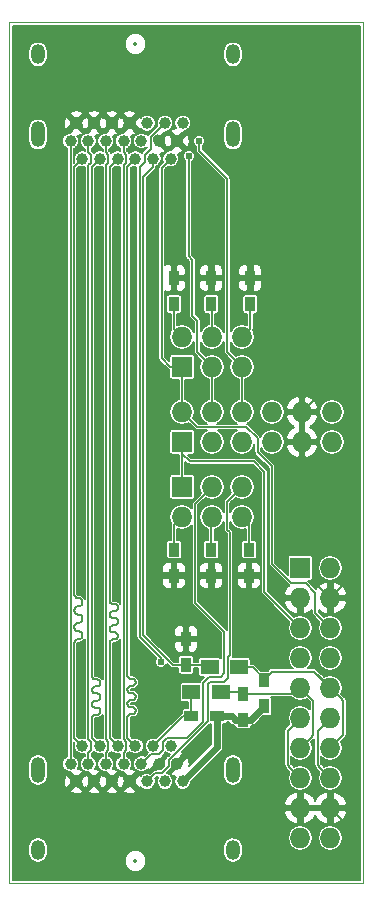
<source format=gtl>
G04 #@! TF.FileFunction,Copper,L1,Top,Signal*
%FSLAX46Y46*%
G04 Gerber Fmt 4.6, Leading zero omitted, Abs format (unit mm)*
G04 Created by KiCad (PCBNEW 4.0.2+e4-6225~38~ubuntu14.04.1-stable) date Mon Aug  1 15:26:05 2016*
%MOMM*%
G01*
G04 APERTURE LIST*
%ADD10C,0.350000*%
%ADD11C,0.100000*%
%ADD12O,1.200000X1.700000*%
%ADD13O,1.200000X2.200000*%
%ADD14C,1.000000*%
%ADD15R,1.727200X1.727200*%
%ADD16O,1.727200X1.727200*%
%ADD17R,1.500000X1.250000*%
%ADD18R,0.900000X1.200000*%
%ADD19R,1.200000X0.900000*%
%ADD20C,0.609600*%
%ADD21C,0.127000*%
%ADD22C,0.600000*%
%ADD23C,0.304800*%
%ADD24C,0.350000*%
%ADD25O,0.600000X1.100000*%
%ADD26O,0.600000X1.600000*%
G04 APERTURE END LIST*
D10*
D11*
X50520600Y-22275800D02*
X20574000Y-22275800D01*
X50520600Y-95123000D02*
X50520600Y-22275800D01*
X20574000Y-95123000D02*
X50520600Y-95123000D01*
X20574000Y-22273033D02*
X20574000Y-95123070D01*
D12*
X39492000Y-92368000D03*
X22992000Y-92368000D03*
D13*
X39492000Y-85588000D03*
X22992000Y-85588000D03*
D14*
X31242000Y-83538000D03*
X32742000Y-83538000D03*
X34242000Y-83538000D03*
X29742000Y-83538000D03*
X28242000Y-83538000D03*
X26742000Y-83538000D03*
X31742000Y-85038000D03*
X33242000Y-85038000D03*
X34742000Y-85038000D03*
X30242000Y-85038000D03*
X28742000Y-85038000D03*
X27242000Y-85038000D03*
X25742000Y-85038000D03*
X32242000Y-86538000D03*
X33742000Y-86538000D03*
X35242000Y-86538000D03*
X30742000Y-86538000D03*
X29242000Y-86538000D03*
X27742000Y-86538000D03*
X26242000Y-86538000D03*
D15*
X45206920Y-68453000D03*
D16*
X47746920Y-68453000D03*
X45206920Y-70993000D03*
X47746920Y-70993000D03*
X45206920Y-73533000D03*
X47746920Y-73533000D03*
X45206920Y-76073000D03*
X47746920Y-76073000D03*
X45206920Y-78613000D03*
X47746920Y-78613000D03*
X45206920Y-81153000D03*
X47746920Y-81153000D03*
X45206920Y-83693000D03*
X47746920Y-83693000D03*
X45206920Y-86233000D03*
X47746920Y-86233000D03*
X45206920Y-88773000D03*
X47746920Y-88773000D03*
X45206920Y-91313000D03*
X47746920Y-91313000D03*
D15*
X35191700Y-51432460D03*
D16*
X35191700Y-48892460D03*
X37731700Y-51432460D03*
X37731700Y-48892460D03*
X40271700Y-51432460D03*
X40271700Y-48892460D03*
D17*
X37520560Y-76840080D03*
X40020560Y-76840080D03*
D18*
X35532060Y-76670080D03*
X35532060Y-74470080D03*
X42164000Y-77978000D03*
X42164000Y-80178000D03*
D17*
X38455920Y-78994000D03*
X35955920Y-78994000D03*
D15*
X35191700Y-57782460D03*
D16*
X35191700Y-55242460D03*
X37731700Y-57782460D03*
X37731700Y-55242460D03*
X40271700Y-57782460D03*
X40271700Y-55242460D03*
X42811700Y-57782460D03*
X42811700Y-55242460D03*
X45351700Y-57782460D03*
X45351700Y-55242460D03*
X47891700Y-57782460D03*
X47891700Y-55242460D03*
D19*
X35978920Y-81026000D03*
X38178920Y-81026000D03*
D18*
X40380920Y-79100500D03*
X40380920Y-81300500D03*
X34493200Y-69105960D03*
X34493200Y-66905960D03*
X37668200Y-69105960D03*
X37668200Y-66905960D03*
X40843200Y-69105960D03*
X40843200Y-66905960D03*
X34493200Y-43918960D03*
X34493200Y-46118960D03*
X37668200Y-43918960D03*
X37668200Y-46118960D03*
D15*
X35191700Y-61592460D03*
D16*
X35191700Y-64132460D03*
X37731700Y-61592460D03*
X37731700Y-64132460D03*
X40271700Y-61592460D03*
X40271700Y-64132460D03*
D12*
X39492000Y-24980000D03*
X22992000Y-24980000D03*
D13*
X39492000Y-31760000D03*
X22992000Y-31760000D03*
D14*
X31242000Y-33810000D03*
X32742000Y-33810000D03*
X34242000Y-33810000D03*
X29742000Y-33810000D03*
X28242000Y-33810000D03*
X26742000Y-33810000D03*
X31742000Y-32310000D03*
X33242000Y-32310000D03*
X34742000Y-32310000D03*
X30242000Y-32310000D03*
X28742000Y-32310000D03*
X27242000Y-32310000D03*
X25742000Y-32310000D03*
X32242000Y-30810000D03*
X33742000Y-30810000D03*
X35242000Y-30810000D03*
X30742000Y-30810000D03*
X29242000Y-30810000D03*
X27742000Y-30810000D03*
X26242000Y-30810000D03*
D18*
X40970200Y-43918960D03*
X40970200Y-46118960D03*
D20*
X35750500Y-33591500D03*
X36639500Y-32321500D03*
X21336000Y-53367426D03*
X34417000Y-94481559D03*
X32893000Y-94481559D03*
X29845000Y-94481559D03*
X28321000Y-94481559D03*
X26797000Y-94481559D03*
X29845000Y-94481559D03*
X28321000Y-94481559D03*
X26797000Y-94481559D03*
X25273000Y-94481559D03*
X23749000Y-94481559D03*
X22225000Y-94481559D03*
X44526200Y-26695400D03*
X41579800Y-26695400D03*
X38785800Y-26695400D03*
X21336000Y-68590493D03*
X21336000Y-72942360D03*
X21336000Y-75118293D03*
X21336000Y-77294226D03*
X21336000Y-70766426D03*
X21336000Y-83822026D03*
X21336000Y-81646093D03*
X21336000Y-79470160D03*
X21336000Y-90349826D03*
X21336000Y-92525759D03*
X21336000Y-85997960D03*
X21336000Y-88173893D03*
X21336000Y-40311826D03*
X21336000Y-38135893D03*
X21336000Y-35959960D03*
X21336000Y-33784026D03*
X21336000Y-31608093D03*
X21336000Y-27256226D03*
X21336000Y-25080293D03*
X21336000Y-81654559D03*
X21336000Y-79478626D03*
X21336000Y-77302693D03*
X21336000Y-75126760D03*
X21336000Y-72950826D03*
X21336000Y-70774893D03*
X21336000Y-68598960D03*
X21336000Y-66423026D03*
X21336000Y-64247093D03*
X21336000Y-62071160D03*
X21336000Y-59895226D03*
X21336000Y-57719293D03*
X21336000Y-55543360D03*
X21336000Y-51191493D03*
X21336000Y-49015560D03*
X21336000Y-46839626D03*
X21336000Y-44663693D03*
X21336000Y-42487760D03*
X21336000Y-40311826D03*
X21336000Y-38135893D03*
X21336000Y-35959960D03*
X46532800Y-67208400D03*
X49428400Y-67208400D03*
X49428400Y-63700025D03*
X49428400Y-60191650D03*
X46532800Y-63700025D03*
X49428400Y-30988000D03*
X49428400Y-35744150D03*
X49428400Y-40500300D03*
X49428400Y-45256450D03*
X49428400Y-50012600D03*
X46532800Y-40500300D03*
X37007800Y-47345600D03*
X38354000Y-47345600D03*
X39928800Y-47345600D03*
X35255200Y-47345600D03*
X34645600Y-53367426D03*
X35737800Y-53367426D03*
X38328600Y-53365400D03*
X37134796Y-53365400D03*
X39700204Y-53365400D03*
X40868600Y-53367426D03*
X44526200Y-28981400D03*
X21336000Y-29432160D03*
X21336000Y-22904360D03*
X46532800Y-60191650D03*
X46532800Y-50012600D03*
X46532800Y-45256450D03*
X46532800Y-35744150D03*
X46532800Y-30988000D03*
X41579800Y-28981400D03*
X38785800Y-28981400D03*
X48844200Y-92583000D03*
X46913800Y-93370400D03*
X49682400Y-90728800D03*
X36779200Y-92608400D03*
X34467800Y-90805008D03*
X34467796Y-88595200D03*
X35864800Y-94157800D03*
X41173400Y-93408510D03*
X36144200Y-90805000D03*
X36144200Y-88595200D03*
X36576000Y-86461600D03*
X44424600Y-92887800D03*
X38328600Y-84709000D03*
X42037000Y-81990452D03*
X39217600Y-82727800D03*
X43307000Y-80289400D03*
X37160200Y-82626200D03*
X25019000Y-81654559D03*
X25019000Y-79478626D03*
X25019000Y-77302693D03*
X25019000Y-75126760D03*
X25019000Y-75126759D03*
X26652170Y-70387273D03*
X29660073Y-81654559D03*
X31064200Y-81654559D03*
X32639000Y-79478626D03*
X29660073Y-79478626D03*
X29660073Y-77302693D03*
X31064200Y-77302693D03*
X32639000Y-77302693D03*
X31064200Y-75126760D03*
X29660073Y-75126760D03*
X28153155Y-81654559D03*
X28153155Y-77302693D03*
X28153155Y-75126760D03*
X26655331Y-75126760D03*
X26655331Y-77302693D03*
X26655331Y-79478626D03*
X29660073Y-75126759D03*
X31064200Y-75126759D03*
X32639000Y-72950826D03*
X31064200Y-72950826D03*
X29660073Y-70774893D03*
X31064200Y-70774893D03*
X32639000Y-70774893D03*
X32639000Y-68598960D03*
X31064200Y-68598960D03*
X29660073Y-68598960D03*
X28153155Y-75126759D03*
X28153155Y-72950826D03*
X28153155Y-70774893D03*
X28153155Y-68598960D03*
X26655331Y-68598960D03*
X26655331Y-75126759D03*
X29660073Y-68598959D03*
X31064200Y-68598959D03*
X32639000Y-68598959D03*
X32639000Y-66423026D03*
X31064200Y-66423026D03*
X29660073Y-66423026D03*
X29660073Y-64247093D03*
X31064200Y-64247093D03*
X32639000Y-64247093D03*
X32639000Y-62071160D03*
X31064200Y-62071160D03*
X29660073Y-62071160D03*
X28153155Y-68598959D03*
X28153155Y-66423026D03*
X28153155Y-64247093D03*
X28153155Y-62071160D03*
X26655331Y-62071160D03*
X26655331Y-64247093D03*
X26655331Y-66423026D03*
X26655331Y-68598959D03*
X29660073Y-62071159D03*
X31064200Y-62071159D03*
X32639000Y-62071159D03*
X32639000Y-59895226D03*
X31064200Y-59895226D03*
X29660073Y-59895226D03*
X29660073Y-57719293D03*
X31064200Y-57719293D03*
X32639000Y-57719293D03*
X32639000Y-55543360D03*
X31064200Y-55543360D03*
X29660073Y-55543360D03*
X28153155Y-62071159D03*
X28153155Y-59895226D03*
X28153155Y-57719293D03*
X28153155Y-55543360D03*
X26655331Y-55543360D03*
X26655331Y-57719293D03*
X26655331Y-59895226D03*
X26655331Y-62071159D03*
X29660073Y-55543359D03*
X31064200Y-55543359D03*
X32639000Y-55543359D03*
X32639000Y-53367426D03*
X31064200Y-53367426D03*
X29660073Y-53367426D03*
X29660073Y-51191493D03*
X31064200Y-51191493D03*
X32639000Y-51191493D03*
X32639000Y-49015560D03*
X31064200Y-49015560D03*
X29660073Y-49015560D03*
X28153155Y-55543359D03*
X28153155Y-53367426D03*
X28153155Y-51191493D03*
X28153155Y-49015560D03*
X26655331Y-49015560D03*
X26655331Y-51191493D03*
X26655331Y-53367426D03*
X26655331Y-55543359D03*
X29660073Y-49015559D03*
X31064200Y-49015559D03*
X32639000Y-49015559D03*
X32639000Y-46839626D03*
X31064200Y-46839626D03*
X29660073Y-46839626D03*
X29660073Y-44663693D03*
X31064200Y-44663693D03*
X32639000Y-44663693D03*
X32639000Y-42487760D03*
X31064200Y-42487760D03*
X29660073Y-42487760D03*
X28153155Y-49015559D03*
X28153155Y-46839626D03*
X28153155Y-44663693D03*
X28153155Y-42487760D03*
X26655331Y-42487760D03*
X26655331Y-44663693D03*
X26655331Y-46839626D03*
X26655331Y-49015559D03*
X32639000Y-42487759D03*
X31064200Y-42487759D03*
X29660073Y-42487759D03*
X28153155Y-42487759D03*
X26655331Y-42487759D03*
X32639000Y-40311826D03*
X31064200Y-40311826D03*
X29660073Y-40311826D03*
X28153155Y-40311826D03*
X26655331Y-40311826D03*
X32639000Y-38135893D03*
X31064200Y-38135893D03*
X29660073Y-38135893D03*
X28153155Y-38135893D03*
X26655331Y-38135893D03*
X29660073Y-35959960D03*
X28153155Y-35959960D03*
X31064200Y-35959960D03*
X25019000Y-72950826D03*
X25019000Y-70774893D03*
X25019000Y-68598960D03*
X25019000Y-68598959D03*
X25019000Y-66423026D03*
X25019000Y-64247093D03*
X25019000Y-62071160D03*
X25019000Y-62071159D03*
X25019000Y-59895226D03*
X25019000Y-57719293D03*
X25019000Y-55543360D03*
X25019000Y-55543359D03*
X25019000Y-53367426D03*
X25019000Y-51191493D03*
X25019000Y-49015560D03*
X25019000Y-49015559D03*
X25019000Y-46839626D03*
X25019000Y-44663693D03*
X32639000Y-81654559D03*
X26655331Y-81654559D03*
X32639000Y-35959960D03*
X26655331Y-35959960D03*
X25019000Y-42487760D03*
X25019000Y-42487759D03*
X25019000Y-40311826D03*
X25019000Y-38135893D03*
X25019000Y-35959960D03*
X37668200Y-42478960D03*
X40970200Y-42478960D03*
X34493200Y-42478960D03*
X37668200Y-70291960D03*
X34493200Y-70291960D03*
X40843200Y-70291960D03*
X33385579Y-76418621D03*
D21*
X36868101Y-62456059D02*
X37731700Y-61592460D01*
X33192439Y-84228501D02*
X33551499Y-83869441D01*
X36280301Y-71403421D02*
X36280301Y-63043859D01*
X38745549Y-73868669D02*
X36280301Y-71403421D01*
X38745549Y-77395093D02*
X38745549Y-73868669D01*
X37435419Y-77690081D02*
X38450561Y-77690081D01*
X36280301Y-63043859D02*
X36868101Y-62456059D01*
X33551499Y-83869441D02*
X33551499Y-83206559D01*
X38450561Y-77690081D02*
X38745549Y-77395093D01*
X36957000Y-78168500D02*
X37435419Y-77690081D01*
X36957000Y-81485718D02*
X36957000Y-78168500D01*
X35595219Y-82847499D02*
X36957000Y-81485718D01*
X33910559Y-82847499D02*
X35595219Y-82847499D01*
X31742000Y-85038000D02*
X32551499Y-84228501D01*
X33551499Y-83206559D02*
X33910559Y-82847499D01*
X32551499Y-84228501D02*
X33192439Y-84228501D01*
X39245540Y-65458340D02*
X39001700Y-65214500D01*
X32932501Y-85847499D02*
X33454443Y-85847499D01*
X37525919Y-78143999D02*
X38696001Y-78143999D01*
X37353919Y-81448023D02*
X37353919Y-78315999D01*
X34051499Y-85250443D02*
X34051499Y-84642701D01*
X32242000Y-86538000D02*
X32932501Y-85847499D01*
X34159241Y-84642701D02*
X37353919Y-81448023D01*
X33454443Y-85847499D02*
X34051499Y-85250443D01*
X34051499Y-84642701D02*
X34159241Y-84642701D01*
X37353919Y-78315999D02*
X37525919Y-78143999D01*
X38696001Y-78143999D02*
X39045559Y-77794441D01*
X39045559Y-77794441D02*
X39045559Y-76035079D01*
X39045559Y-76035079D02*
X39248080Y-75832558D01*
X39248080Y-75832558D02*
X39245540Y-75830018D01*
X39245540Y-75830018D02*
X39245540Y-65458340D01*
X39001700Y-65214500D02*
X39001700Y-62862460D01*
X39001700Y-62862460D02*
X40271700Y-61592460D01*
X42164000Y-60325000D02*
X42164000Y-70490080D01*
X42164000Y-70490080D02*
X45206920Y-73533000D01*
X41275000Y-59436000D02*
X42164000Y-60325000D01*
X35831640Y-59436000D02*
X41275000Y-59436000D01*
X35191700Y-57782460D02*
X35191700Y-58796060D01*
X35191700Y-58796060D02*
X35831640Y-59436000D01*
X35191700Y-61592460D02*
X35191700Y-57782460D01*
X35750500Y-33591500D02*
X35750500Y-42075100D01*
X35750500Y-42075100D02*
X36068000Y-42392600D01*
X36068000Y-42392600D02*
X36068000Y-47117000D01*
X36068000Y-47117000D02*
X36474400Y-47523400D01*
X36474400Y-47523400D02*
X36474400Y-50175160D01*
X36474400Y-50175160D02*
X37731700Y-51432460D01*
X37731700Y-55242460D02*
X37731700Y-54021146D01*
X37731700Y-54021146D02*
X37731700Y-51432460D01*
X36639500Y-32321500D02*
X36639500Y-33134498D01*
X36639500Y-33134498D02*
X39014400Y-35509398D01*
X39014400Y-35509398D02*
X39014400Y-50175160D01*
X39014400Y-50175160D02*
X40271700Y-51432460D01*
X40271700Y-55242460D02*
X40271700Y-51432460D01*
X47746920Y-73533000D02*
X46482000Y-72268080D01*
X46482000Y-72268080D02*
X46482000Y-70586600D01*
X46482000Y-70586600D02*
X45643800Y-69748400D01*
X45643800Y-69748400D02*
X44432218Y-69748400D01*
X44432218Y-69748400D02*
X42799000Y-68115182D01*
X42799000Y-68115182D02*
X42799000Y-59867800D01*
X42799000Y-59867800D02*
X41592500Y-58661300D01*
X41592500Y-57492130D02*
X40615370Y-56515000D01*
X41592500Y-58661300D02*
X41592500Y-57492130D01*
X40615370Y-56515000D02*
X36464240Y-56515000D01*
X36464240Y-56515000D02*
X36055299Y-56106059D01*
X36055299Y-56106059D02*
X35191700Y-55242460D01*
X35191700Y-51432460D02*
X34178100Y-51432460D01*
X34178100Y-51432460D02*
X33464500Y-50718860D01*
X33464500Y-34587500D02*
X34242000Y-33810000D01*
X33464500Y-50718860D02*
X33464500Y-34587500D01*
X35191700Y-51432460D02*
X34175700Y-51432460D01*
X35191700Y-55242460D02*
X35191700Y-51432460D01*
X44526200Y-26695400D02*
X45897800Y-26695400D01*
X45897800Y-26695400D02*
X49428400Y-30226000D01*
X49428400Y-30226000D02*
X49428400Y-30988000D01*
X41579800Y-26695400D02*
X44526200Y-26695400D01*
X38785800Y-26695400D02*
X41579800Y-26695400D01*
X37642800Y-26695400D02*
X38785800Y-26695400D01*
X46532800Y-45256450D02*
X46532800Y-40500300D01*
X46532800Y-35744150D02*
X46532800Y-36175202D01*
X46532800Y-36175202D02*
X46532800Y-40500300D01*
X46532800Y-30988000D02*
X46532800Y-35744150D01*
X34594800Y-29743400D02*
X31808600Y-29743400D01*
X37642800Y-26695400D02*
X34594800Y-29743400D01*
X31808600Y-29743400D02*
X30742000Y-30810000D01*
X49428400Y-35744150D02*
X49428400Y-30988000D01*
X49428400Y-40500300D02*
X49428400Y-35744150D01*
X49428400Y-45256450D02*
X49428400Y-40500300D01*
X49428400Y-50012600D02*
X49428400Y-45256450D01*
X49428400Y-60191650D02*
X49428400Y-50012600D01*
X49428400Y-63700025D02*
X49428400Y-60191650D01*
X49428400Y-67208400D02*
X49428400Y-63700025D01*
X49428400Y-69311520D02*
X49428400Y-67208400D01*
X46532800Y-63700025D02*
X46532800Y-60191650D01*
X46532800Y-67208400D02*
X46532800Y-63700025D01*
X47746920Y-70993000D02*
X46532800Y-69778880D01*
X46532800Y-69778880D02*
X46532800Y-67208400D01*
X44526200Y-28981400D02*
X46532800Y-30988000D01*
X41579800Y-28981400D02*
X44526200Y-28981400D01*
X45351700Y-57782460D02*
X45351700Y-59003774D01*
X45351700Y-59003774D02*
X46532800Y-60184874D01*
X46532800Y-50012600D02*
X46532800Y-54061360D01*
X46532800Y-45389800D02*
X46532800Y-50012600D01*
X38785800Y-28981400D02*
X41579800Y-28981400D01*
X34742000Y-32310000D02*
X35241999Y-31810001D01*
X35241999Y-31810001D02*
X35957199Y-31810001D01*
X35957199Y-31810001D02*
X38785800Y-28981400D01*
X46532800Y-54061360D02*
X45351700Y-55242460D01*
X47746920Y-70993000D02*
X49428400Y-69311520D01*
X48844200Y-92583000D02*
X48056800Y-93370400D01*
X49682400Y-91744800D02*
X48844200Y-92583000D01*
X48056800Y-93370400D02*
X46913800Y-93370400D01*
X49682400Y-90728800D02*
X49682400Y-91744800D01*
X47746920Y-88773000D02*
X49682400Y-90708480D01*
X49682400Y-90708480D02*
X49682400Y-90728800D01*
X34742000Y-85038000D02*
X37153800Y-82626200D01*
X37153800Y-82626200D02*
X37160200Y-82626200D01*
X37668200Y-43918960D02*
X37668200Y-42478960D01*
X40970200Y-42478960D02*
X40970200Y-43918960D01*
X34493200Y-43918960D02*
X34493200Y-42478960D01*
X37668200Y-69105960D02*
X37668200Y-70291960D01*
X34493200Y-70291960D02*
X34493200Y-69105960D01*
X40843200Y-69105960D02*
X40843200Y-70291960D01*
D22*
X38178920Y-81026000D02*
X38178920Y-83601080D01*
X38178920Y-83601080D02*
X35242000Y-86538000D01*
X41041500Y-81300500D02*
X42164000Y-80178000D01*
X40380920Y-81300500D02*
X41041500Y-81300500D01*
X40380920Y-81300500D02*
X39644500Y-81300500D01*
X39378920Y-81026000D02*
X38178920Y-81026000D01*
X39644500Y-81291580D02*
X39378920Y-81026000D01*
X39644500Y-81300500D02*
X39644500Y-81291580D01*
D21*
X30546999Y-34505001D02*
X31242000Y-33810000D01*
X30546999Y-77535680D02*
X30546999Y-34505001D01*
X30554520Y-77602436D02*
X30546999Y-77535680D01*
X30576708Y-77665845D02*
X30554520Y-77602436D01*
X30612449Y-77722726D02*
X30576708Y-77665845D01*
X30716833Y-77805970D02*
X30659952Y-77770229D01*
X30846999Y-77835680D02*
X30780242Y-77828158D01*
X31203777Y-77948633D02*
X31156274Y-77901130D01*
X31261706Y-78068923D02*
X31239518Y-78005514D01*
X31261706Y-78202436D02*
X31269228Y-78135680D01*
X31239518Y-78265845D02*
X31261706Y-78202436D01*
X30780242Y-77828158D02*
X30716833Y-77805970D01*
X31156274Y-78370229D02*
X31203777Y-78322726D01*
X31099393Y-78405970D02*
X31156274Y-78370229D01*
X31269228Y-78135680D02*
X31261706Y-78068923D01*
X30780242Y-78443201D02*
X30846999Y-78435680D01*
X30716833Y-78465389D02*
X30780242Y-78443201D01*
X30612449Y-78548633D02*
X30659952Y-78501130D01*
X30546999Y-78735680D02*
X30554520Y-78668923D01*
X30969228Y-78435680D02*
X31035984Y-78428158D01*
X30612449Y-78922726D02*
X30576708Y-78865845D01*
X30554520Y-78802436D02*
X30546999Y-78735680D01*
X30716833Y-79005970D02*
X30659952Y-78970229D01*
X30846999Y-79035680D02*
X30780242Y-79028158D01*
X30969228Y-79035680D02*
X30846999Y-79035680D01*
X30576708Y-78605514D02*
X30612449Y-78548633D01*
X31035984Y-79043201D02*
X30969228Y-79035680D01*
X30659952Y-78970229D02*
X30612449Y-78922726D01*
X31099393Y-79065389D02*
X31035984Y-79043201D01*
X31239518Y-79205514D02*
X31203777Y-79148633D01*
X31035984Y-77843201D02*
X30969228Y-77835680D01*
X31099393Y-77865389D02*
X31035984Y-77843201D01*
X31261706Y-79268923D02*
X31239518Y-79205514D01*
X31156274Y-79101130D02*
X31099393Y-79065389D01*
X31261706Y-79402436D02*
X31269228Y-79335680D01*
X31203777Y-79522726D02*
X31239518Y-79465845D01*
X31156274Y-79570229D02*
X31203777Y-79522726D01*
X31035984Y-79628158D02*
X31099393Y-79605970D01*
X30969228Y-79635680D02*
X31035984Y-79628158D01*
X30576708Y-79805514D02*
X30612449Y-79748633D01*
X31156274Y-77901130D02*
X31099393Y-77865389D01*
X30554520Y-79868923D02*
X30576708Y-79805514D01*
X30576708Y-80065845D02*
X30554520Y-80002436D01*
X30780242Y-80228158D02*
X30716833Y-80205970D01*
X30716833Y-79665389D02*
X30780242Y-79643201D01*
X30612449Y-80122726D02*
X30576708Y-80065845D01*
X30846999Y-80235680D02*
X30780242Y-80228158D01*
X31269228Y-79335680D02*
X31261706Y-79268923D01*
X30780242Y-79028158D02*
X30716833Y-79005970D01*
X30659952Y-79701130D02*
X30716833Y-79665389D01*
X30969228Y-80235680D02*
X30846999Y-80235680D01*
X30576708Y-78865845D02*
X30554520Y-78802436D01*
X30846999Y-78435680D02*
X30969228Y-78435680D01*
X31035984Y-80243201D02*
X30969228Y-80235680D01*
X30546999Y-79935680D02*
X30554520Y-79868923D01*
X30780242Y-79643201D02*
X30846999Y-79635680D01*
X31035984Y-78428158D02*
X31099393Y-78405970D01*
X31239518Y-80405514D02*
X31203777Y-80348633D01*
X31261706Y-80468923D02*
X31239518Y-80405514D01*
X30554520Y-80002436D02*
X30546999Y-79935680D01*
X30554520Y-78668923D02*
X30576708Y-78605514D01*
X31261706Y-80602436D02*
X31269228Y-80535680D01*
X30659952Y-77770229D02*
X30612449Y-77722726D01*
X31239518Y-80665845D02*
X31261706Y-80602436D01*
X31156274Y-80301130D02*
X31099393Y-80265389D01*
X31203777Y-80348633D02*
X31156274Y-80301130D01*
X31156274Y-80770229D02*
X31203777Y-80722726D01*
X30846999Y-79635680D02*
X30969228Y-79635680D01*
X31203777Y-79148633D02*
X31156274Y-79101130D01*
X31035984Y-80828158D02*
X31099393Y-80805970D01*
X31203777Y-78322726D02*
X31239518Y-78265845D01*
X31099393Y-80805970D02*
X31156274Y-80770229D01*
X30659952Y-78501130D02*
X30716833Y-78465389D01*
X30780242Y-80843201D02*
X30846999Y-80835680D01*
X30716833Y-80865389D02*
X30780242Y-80843201D01*
X30659952Y-80170229D02*
X30612449Y-80122726D01*
X31099393Y-80265389D02*
X31035984Y-80243201D01*
X31099393Y-79605970D02*
X31156274Y-79570229D01*
X30969228Y-77835680D02*
X30846999Y-77835680D01*
X30659952Y-80901130D02*
X30716833Y-80865389D01*
X30969228Y-80835680D02*
X31035984Y-80828158D01*
X30576708Y-81005514D02*
X30612449Y-80948633D01*
X31239518Y-79465845D02*
X31261706Y-79402436D01*
X30612449Y-80948633D02*
X30659952Y-80901130D01*
X30612449Y-79748633D02*
X30659952Y-79701130D01*
X30716833Y-80205970D02*
X30659952Y-80170229D01*
X30554520Y-81068923D02*
X30576708Y-81005514D01*
X30846999Y-80835680D02*
X30969228Y-80835680D01*
X31239518Y-78005514D02*
X31203777Y-77948633D01*
X30546999Y-81135680D02*
X30554520Y-81068923D01*
X31269228Y-80535680D02*
X31261706Y-80468923D01*
X31203777Y-80722726D02*
X31239518Y-80665845D01*
X30546999Y-82842999D02*
X30546999Y-81135680D01*
X31242000Y-83538000D02*
X30546999Y-82842999D01*
X30242000Y-32310000D02*
X30242000Y-33255498D01*
X30242000Y-33255498D02*
X30454501Y-33467999D01*
X30454501Y-83195999D02*
X30454501Y-83880001D01*
X30454501Y-33467999D02*
X30454501Y-34152001D01*
X30454501Y-34152001D02*
X30242000Y-34364502D01*
X30242000Y-34364502D02*
X30242000Y-82983498D01*
X30242000Y-82983498D02*
X30454501Y-83195999D01*
X30454501Y-83880001D02*
X30242000Y-84092502D01*
X30242000Y-84092502D02*
X30242000Y-85038000D01*
X29742000Y-83538000D02*
X29046999Y-82842999D01*
X29599393Y-73280939D02*
X29656274Y-73245198D01*
X29346999Y-71510649D02*
X29280242Y-71503127D01*
X29535984Y-72718170D02*
X29469228Y-72710649D01*
X29656274Y-73976099D02*
X29599393Y-73940358D01*
X29112449Y-72223602D02*
X29159952Y-72176099D01*
X29703777Y-74397695D02*
X29739518Y-74340814D01*
X29346999Y-74510649D02*
X29469228Y-74510649D01*
X29216833Y-71480939D02*
X29159952Y-71445198D01*
X29046999Y-82842999D02*
X29046999Y-74810649D01*
X29599393Y-74480939D02*
X29656274Y-74445198D01*
X29159952Y-72176099D02*
X29216833Y-72140358D01*
X29046999Y-74810649D02*
X29054520Y-74743892D01*
X29054520Y-74743892D02*
X29076708Y-74680483D01*
X29216833Y-73340358D02*
X29280242Y-73318170D01*
X29535984Y-74503127D02*
X29599393Y-74480939D01*
X29216833Y-73880939D02*
X29159952Y-73845198D01*
X29769228Y-71810649D02*
X29761706Y-71743892D01*
X29076708Y-74680483D02*
X29112449Y-74623602D01*
X29054520Y-73677405D02*
X29046999Y-73610649D01*
X29656274Y-73245198D02*
X29703777Y-73197695D01*
X29469228Y-73910649D02*
X29346999Y-73910649D01*
X29769228Y-73010649D02*
X29761706Y-72943892D01*
X29112449Y-74623602D02*
X29159952Y-74576099D01*
X29076708Y-72540814D02*
X29054520Y-72477405D01*
X29469228Y-74510649D02*
X29535984Y-74503127D01*
X29076708Y-73740814D02*
X29054520Y-73677405D01*
X29656274Y-72045198D02*
X29703777Y-71997695D01*
X29599393Y-71540358D02*
X29535984Y-71518170D01*
X29280242Y-71503127D02*
X29216833Y-71480939D01*
X29159952Y-74576099D02*
X29216833Y-74540358D01*
X29216833Y-74540358D02*
X29280242Y-74518170D01*
X29535984Y-73918170D02*
X29469228Y-73910649D01*
X29280242Y-74518170D02*
X29346999Y-74510649D01*
X29703777Y-72823602D02*
X29656274Y-72776099D01*
X29656274Y-74445198D02*
X29703777Y-74397695D01*
X29739518Y-74340814D02*
X29761706Y-74277405D01*
X29761706Y-74277405D02*
X29769228Y-74210649D01*
X29739518Y-74080483D02*
X29703777Y-74023602D01*
X29112449Y-73797695D02*
X29076708Y-73740814D01*
X29769228Y-74210649D02*
X29761706Y-74143892D01*
X29761706Y-74143892D02*
X29739518Y-74080483D01*
X29280242Y-72703127D02*
X29216833Y-72680939D01*
X29703777Y-74023602D02*
X29656274Y-73976099D01*
X29599393Y-73940358D02*
X29535984Y-73918170D01*
X29761706Y-71877405D02*
X29769228Y-71810649D01*
X29346999Y-73910649D02*
X29280242Y-73903127D01*
X29280242Y-73903127D02*
X29216833Y-73880939D01*
X29159952Y-73845198D02*
X29112449Y-73797695D01*
X29046999Y-72410649D02*
X29054520Y-72343892D01*
X29046999Y-73610649D02*
X29054520Y-73543892D01*
X29054520Y-73543892D02*
X29076708Y-73480483D01*
X29112449Y-72597695D02*
X29076708Y-72540814D01*
X29054520Y-72343892D02*
X29076708Y-72280483D01*
X29076708Y-73480483D02*
X29112449Y-73423602D01*
X29112449Y-73423602D02*
X29159952Y-73376099D01*
X29159952Y-73376099D02*
X29216833Y-73340358D01*
X29739518Y-73140814D02*
X29761706Y-73077405D01*
X29280242Y-73318170D02*
X29346999Y-73310649D01*
X29346999Y-73310649D02*
X29469228Y-73310649D01*
X29346999Y-72110649D02*
X29469228Y-72110649D01*
X29469228Y-73310649D02*
X29535984Y-73303127D01*
X29535984Y-73303127D02*
X29599393Y-73280939D01*
X29703777Y-73197695D02*
X29739518Y-73140814D01*
X29703777Y-71623602D02*
X29656274Y-71576099D01*
X29656274Y-71576099D02*
X29599393Y-71540358D01*
X29761706Y-73077405D02*
X29769228Y-73010649D01*
X29761706Y-72943892D02*
X29739518Y-72880483D01*
X29076708Y-71340814D02*
X29054520Y-71277405D01*
X29346999Y-72710649D02*
X29280242Y-72703127D01*
X29739518Y-72880483D02*
X29703777Y-72823602D01*
X29656274Y-72776099D02*
X29599393Y-72740358D01*
X29599393Y-72740358D02*
X29535984Y-72718170D01*
X29054520Y-72477405D02*
X29046999Y-72410649D01*
X29469228Y-72710649D02*
X29346999Y-72710649D01*
X29216833Y-72680939D02*
X29159952Y-72645198D01*
X29159952Y-72645198D02*
X29112449Y-72597695D01*
X29076708Y-72280483D02*
X29112449Y-72223602D01*
X29216833Y-72140358D02*
X29280242Y-72118170D01*
X29280242Y-72118170D02*
X29346999Y-72110649D01*
X29469228Y-72110649D02*
X29535984Y-72103127D01*
X29535984Y-72103127D02*
X29599393Y-72080939D01*
X29599393Y-72080939D02*
X29656274Y-72045198D01*
X29703777Y-71997695D02*
X29739518Y-71940814D01*
X29739518Y-71940814D02*
X29761706Y-71877405D01*
X29469228Y-71510649D02*
X29346999Y-71510649D01*
X29761706Y-71743892D02*
X29739518Y-71680483D01*
X29739518Y-71680483D02*
X29703777Y-71623602D01*
X29535984Y-71518170D02*
X29469228Y-71510649D01*
X29159952Y-71445198D02*
X29112449Y-71397695D01*
X29112449Y-71397695D02*
X29076708Y-71340814D01*
X29054520Y-71277405D02*
X29046999Y-71210649D01*
X29046999Y-71210649D02*
X29046999Y-34505001D01*
X29046999Y-34505001D02*
X29742000Y-33810000D01*
X28742000Y-85038000D02*
X28742000Y-84092502D01*
X28742000Y-84092502D02*
X28954501Y-83880001D01*
X28954501Y-83880001D02*
X28954501Y-83195999D01*
X28954501Y-83195999D02*
X28742000Y-82983498D01*
X28954501Y-34152001D02*
X28954501Y-33467999D01*
X28742000Y-82983498D02*
X28742000Y-34364502D01*
X28742000Y-34364502D02*
X28954501Y-34152001D01*
X28954501Y-33467999D02*
X28742000Y-33255498D01*
X28742000Y-33255498D02*
X28742000Y-32310000D01*
X28269228Y-79386304D02*
X28261706Y-79319547D01*
X27546999Y-81186304D02*
X27554520Y-81119547D01*
X28242000Y-83538000D02*
X27546999Y-82842999D01*
X28099393Y-80856594D02*
X28156274Y-80820853D01*
X27546999Y-82842999D02*
X27546999Y-81186304D01*
X27554520Y-78719547D02*
X27576708Y-78656138D01*
X27576708Y-79856138D02*
X27612449Y-79799257D01*
X28156274Y-79151754D02*
X28099393Y-79116013D01*
X27554520Y-81119547D02*
X27576708Y-81056138D01*
X27576708Y-77716469D02*
X27554520Y-77653060D01*
X27554520Y-77653060D02*
X27546999Y-77586304D01*
X27659952Y-79020853D02*
X27612449Y-78973350D01*
X27576708Y-81056138D02*
X27612449Y-80999257D01*
X28261706Y-80519547D02*
X28239518Y-80456138D01*
X27716833Y-77856594D02*
X27659952Y-77820853D01*
X28203777Y-79199257D02*
X28156274Y-79151754D01*
X28099393Y-79656594D02*
X28156274Y-79620853D01*
X27969228Y-78486304D02*
X28035984Y-78478782D01*
X27612449Y-80999257D02*
X27659952Y-80951754D01*
X27846999Y-79686304D02*
X27969228Y-79686304D01*
X28035984Y-80878782D02*
X28099393Y-80856594D01*
X27780242Y-80893825D02*
X27846999Y-80886304D01*
X28156274Y-80820853D02*
X28203777Y-80773350D01*
X27554520Y-78853060D02*
X27546999Y-78786304D01*
X28203777Y-80773350D02*
X28239518Y-80716469D01*
X27659952Y-80951754D02*
X27716833Y-80916013D01*
X27716833Y-80916013D02*
X27780242Y-80893825D01*
X27846999Y-80886304D02*
X27969228Y-80886304D01*
X27969228Y-80886304D02*
X28035984Y-80878782D01*
X28239518Y-80716469D02*
X28261706Y-80653060D01*
X27780242Y-79693825D02*
X27846999Y-79686304D01*
X28261706Y-80653060D02*
X28269228Y-80586304D01*
X28035984Y-80293825D02*
X27969228Y-80286304D01*
X27716833Y-78516013D02*
X27780242Y-78493825D01*
X27780242Y-79078782D02*
X27716833Y-79056594D01*
X27969228Y-79686304D02*
X28035984Y-79678782D01*
X27716833Y-79716013D02*
X27780242Y-79693825D01*
X28269228Y-80586304D02*
X28261706Y-80519547D01*
X28156274Y-79620853D02*
X28203777Y-79573350D01*
X28239518Y-80456138D02*
X28203777Y-80399257D01*
X27612449Y-80173350D02*
X27576708Y-80116469D01*
X28203777Y-80399257D02*
X28156274Y-80351754D01*
X27780242Y-78493825D02*
X27846999Y-78486304D01*
X27554520Y-79919547D02*
X27576708Y-79856138D01*
X28156274Y-80351754D02*
X28099393Y-80316013D01*
X27612449Y-77773350D02*
X27576708Y-77716469D01*
X27576708Y-78916469D02*
X27554520Y-78853060D01*
X27846999Y-80286304D02*
X27780242Y-80278782D01*
X28099393Y-80316013D02*
X28035984Y-80293825D01*
X27969228Y-80286304D02*
X27846999Y-80286304D01*
X27612449Y-78599257D02*
X27659952Y-78551754D01*
X27780242Y-80278782D02*
X27716833Y-80256594D01*
X27716833Y-80256594D02*
X27659952Y-80220853D01*
X27846999Y-79086304D02*
X27780242Y-79078782D01*
X27659952Y-80220853D02*
X27612449Y-80173350D01*
X27576708Y-80116469D02*
X27554520Y-80053060D01*
X27554520Y-80053060D02*
X27546999Y-79986304D01*
X27546999Y-79986304D02*
X27554520Y-79919547D01*
X27612449Y-79799257D02*
X27659952Y-79751754D01*
X27659952Y-79751754D02*
X27716833Y-79716013D01*
X28035984Y-79678782D02*
X28099393Y-79656594D01*
X28203777Y-79573350D02*
X28239518Y-79516469D01*
X27969228Y-77886304D02*
X27846999Y-77886304D01*
X28239518Y-79516469D02*
X28261706Y-79453060D01*
X28261706Y-79453060D02*
X28269228Y-79386304D01*
X28035984Y-79093825D02*
X27969228Y-79086304D01*
X28261706Y-79319547D02*
X28239518Y-79256138D01*
X28239518Y-79256138D02*
X28203777Y-79199257D01*
X28099393Y-79116013D02*
X28035984Y-79093825D01*
X27659952Y-78551754D02*
X27716833Y-78516013D01*
X27546999Y-78786304D02*
X27554520Y-78719547D01*
X27969228Y-79086304D02*
X27846999Y-79086304D01*
X27716833Y-79056594D02*
X27659952Y-79020853D01*
X27612449Y-78973350D02*
X27576708Y-78916469D01*
X27576708Y-78656138D02*
X27612449Y-78599257D01*
X27846999Y-78486304D02*
X27969228Y-78486304D01*
X28035984Y-78478782D02*
X28099393Y-78456594D01*
X28099393Y-78456594D02*
X28156274Y-78420853D01*
X28156274Y-78420853D02*
X28203777Y-78373350D01*
X28203777Y-78373350D02*
X28239518Y-78316469D01*
X28239518Y-78316469D02*
X28261706Y-78253060D01*
X28261706Y-78253060D02*
X28269228Y-78186304D01*
X28156274Y-77951754D02*
X28099393Y-77916013D01*
X28269228Y-78186304D02*
X28261706Y-78119547D01*
X28261706Y-78119547D02*
X28239518Y-78056138D01*
X28239518Y-78056138D02*
X28203777Y-77999257D01*
X27546999Y-34505001D02*
X28242000Y-33810000D01*
X28203777Y-77999257D02*
X28156274Y-77951754D01*
X28099393Y-77916013D02*
X28035984Y-77893825D01*
X28035984Y-77893825D02*
X27969228Y-77886304D01*
X27846999Y-77886304D02*
X27780242Y-77878782D01*
X27780242Y-77878782D02*
X27716833Y-77856594D01*
X27659952Y-77820853D02*
X27612449Y-77773350D01*
X27546999Y-77586304D02*
X27546999Y-34505001D01*
X27242000Y-32310000D02*
X27242000Y-33255498D01*
X27454501Y-33467999D02*
X27454501Y-34152001D01*
X27242000Y-82983498D02*
X27454501Y-83195999D01*
X27242000Y-33255498D02*
X27454501Y-33467999D01*
X27454501Y-34152001D02*
X27242000Y-34364502D01*
X27242000Y-34364502D02*
X27242000Y-82983498D01*
X27454501Y-83880001D02*
X27242000Y-84092502D01*
X27454501Y-83195999D02*
X27454501Y-83880001D01*
X27242000Y-84092502D02*
X27242000Y-85038000D01*
X26081659Y-73305434D02*
X26123357Y-73239072D01*
X26742000Y-83538000D02*
X26046999Y-82842999D01*
X26245139Y-73772633D02*
X26178777Y-73730935D01*
X26081659Y-71905434D02*
X26123357Y-71839072D01*
X26046999Y-72057294D02*
X26055774Y-71979411D01*
X26719139Y-74005434D02*
X26677441Y-73939072D01*
X26245139Y-72372633D02*
X26178777Y-72330935D01*
X26745024Y-74079411D02*
X26719139Y-74005434D01*
X26245139Y-71741954D02*
X26319116Y-71716069D01*
X26677441Y-74375515D02*
X26719139Y-74309153D01*
X26396999Y-74507294D02*
X26403800Y-74507294D01*
X26319116Y-73798518D02*
X26245139Y-73772633D01*
X26046999Y-82842999D02*
X26046999Y-74857294D01*
X26396999Y-71707294D02*
X26403800Y-71707294D01*
X26403800Y-73807294D02*
X26396999Y-73807294D01*
X26245139Y-74541954D02*
X26319116Y-74516069D01*
X26046999Y-74857294D02*
X26055774Y-74779411D01*
X26319116Y-70998518D02*
X26245139Y-70972633D01*
X26055774Y-74779411D02*
X26081659Y-74705434D01*
X26081659Y-72209153D02*
X26055774Y-72135176D01*
X26081659Y-74705434D02*
X26123357Y-74639072D01*
X26555659Y-72441954D02*
X26481682Y-72416069D01*
X26245139Y-73141954D02*
X26319116Y-73116069D01*
X26481682Y-73816069D02*
X26403800Y-73807294D01*
X26753800Y-74157294D02*
X26745024Y-74079411D01*
X26555659Y-74472633D02*
X26622021Y-74430935D01*
X26745024Y-71435176D02*
X26753800Y-71357294D01*
X26081659Y-73609153D02*
X26055774Y-73535176D01*
X26622021Y-72483652D02*
X26555659Y-72441954D01*
X26719139Y-72909153D02*
X26745024Y-72835176D01*
X26319116Y-74516069D02*
X26396999Y-74507294D01*
X26123357Y-74639072D02*
X26178777Y-74583652D01*
X26403800Y-71707294D02*
X26481682Y-71698518D01*
X26622021Y-74430935D02*
X26677441Y-74375515D01*
X26178777Y-74583652D02*
X26245139Y-74541954D01*
X26055774Y-71979411D02*
X26081659Y-71905434D01*
X26403800Y-74507294D02*
X26481682Y-74498518D01*
X26178777Y-73730935D02*
X26123357Y-73675515D01*
X26719139Y-71509153D02*
X26745024Y-71435176D01*
X26481682Y-74498518D02*
X26555659Y-74472633D01*
X26677441Y-72539072D02*
X26622021Y-72483652D01*
X26753800Y-72757294D02*
X26745024Y-72679411D01*
X26555659Y-73841954D02*
X26481682Y-73816069D01*
X26719139Y-72605434D02*
X26677441Y-72539072D01*
X26719139Y-74309153D02*
X26745024Y-74235176D01*
X26319116Y-71716069D02*
X26396999Y-71707294D01*
X26745024Y-74235176D02*
X26753800Y-74157294D01*
X26677441Y-72975515D02*
X26719139Y-72909153D01*
X26677441Y-73939072D02*
X26622021Y-73883652D01*
X26622021Y-73883652D02*
X26555659Y-73841954D01*
X26396999Y-73807294D02*
X26319116Y-73798518D01*
X26245139Y-70972633D02*
X26178777Y-70930935D01*
X26178777Y-73183652D02*
X26245139Y-73141954D01*
X26123357Y-73675515D02*
X26081659Y-73609153D01*
X26403800Y-73107294D02*
X26481682Y-73098518D01*
X26396999Y-71007294D02*
X26319116Y-70998518D01*
X26055774Y-73379411D02*
X26081659Y-73305434D01*
X26055774Y-73535176D02*
X26046999Y-73457294D01*
X26481682Y-71698518D02*
X26555659Y-71672633D01*
X26403800Y-72407294D02*
X26396999Y-72407294D01*
X26403800Y-71007294D02*
X26396999Y-71007294D01*
X26745024Y-72679411D02*
X26719139Y-72605434D01*
X26046999Y-73457294D02*
X26055774Y-73379411D01*
X26123357Y-73239072D02*
X26178777Y-73183652D01*
X26555659Y-71041954D02*
X26481682Y-71016069D01*
X26319116Y-73116069D02*
X26396999Y-73107294D01*
X26178777Y-70930935D02*
X26123357Y-70875515D01*
X26555659Y-73072633D02*
X26622021Y-73030935D01*
X26319116Y-72398518D02*
X26245139Y-72372633D01*
X26396999Y-73107294D02*
X26403800Y-73107294D01*
X26481682Y-73098518D02*
X26555659Y-73072633D01*
X26622021Y-73030935D02*
X26677441Y-72975515D01*
X26745024Y-72835176D02*
X26753800Y-72757294D01*
X26481682Y-72416069D02*
X26403800Y-72407294D01*
X26396999Y-72407294D02*
X26319116Y-72398518D01*
X26178777Y-72330935D02*
X26123357Y-72275515D01*
X26123357Y-72275515D02*
X26081659Y-72209153D01*
X26055774Y-72135176D02*
X26046999Y-72057294D01*
X26123357Y-71839072D02*
X26178777Y-71783652D01*
X26178777Y-71783652D02*
X26245139Y-71741954D01*
X26555659Y-71672633D02*
X26622021Y-71630935D01*
X26622021Y-71630935D02*
X26677441Y-71575515D01*
X26677441Y-71575515D02*
X26719139Y-71509153D01*
X26753800Y-71357294D02*
X26745024Y-71279411D01*
X26081659Y-70809153D02*
X26055774Y-70735176D01*
X26745024Y-71279411D02*
X26719139Y-71205434D01*
X26719139Y-71205434D02*
X26677441Y-71139072D01*
X26677441Y-71139072D02*
X26622021Y-71083652D01*
X26622021Y-71083652D02*
X26555659Y-71041954D01*
X26481682Y-71016069D02*
X26403800Y-71007294D01*
X26123357Y-70875515D02*
X26081659Y-70809153D01*
X26055774Y-70735176D02*
X26046999Y-70657294D01*
X26046999Y-70657294D02*
X26046999Y-34505001D01*
X26046999Y-34505001D02*
X26742000Y-33810000D01*
X25742000Y-85038000D02*
X25742000Y-34505000D01*
X25742000Y-34505000D02*
X25742000Y-32310000D01*
X35978920Y-79017000D02*
X35955920Y-78994000D01*
X35978920Y-81026000D02*
X35978920Y-79017000D01*
X32742000Y-83538000D02*
X35254000Y-81026000D01*
X35254000Y-81026000D02*
X35978920Y-81026000D01*
X35532060Y-76670080D02*
X34404480Y-76670080D01*
X31902400Y-35356706D02*
X32742000Y-34517106D01*
X34404480Y-76670080D02*
X33601479Y-75867079D01*
X33601479Y-75867079D02*
X33601246Y-75867079D01*
X33601246Y-75867079D02*
X31902500Y-74168333D01*
X31902500Y-74168333D02*
X31902500Y-35356806D01*
X31902500Y-35356806D02*
X31902400Y-35356706D01*
X32742000Y-34517106D02*
X32742000Y-33810000D01*
X37350560Y-76670080D02*
X37520560Y-76840080D01*
X35532060Y-76670080D02*
X37350560Y-76670080D01*
X33385579Y-76082746D02*
X33385579Y-76418621D01*
X31597500Y-74294667D02*
X33385579Y-76082746D01*
X31597500Y-35369834D02*
X31597500Y-74294667D01*
X31597500Y-35369834D02*
X31597500Y-34527502D01*
X31597500Y-34527502D02*
X32016999Y-34108003D01*
X32016999Y-34108003D02*
X32016999Y-33461999D01*
X32016999Y-33461999D02*
X32516999Y-32961999D01*
X33713860Y-30838140D02*
X33742000Y-30810000D01*
X32516999Y-32961999D02*
X32516999Y-31961999D01*
X33640858Y-30838140D02*
X33713860Y-30838140D01*
X32516999Y-31961999D02*
X33640858Y-30838140D01*
X44343321Y-85369401D02*
X45206920Y-86233000D01*
X44118319Y-85144399D02*
X44343321Y-85369401D01*
X44118319Y-82241601D02*
X44118319Y-85144399D01*
X45206920Y-81153000D02*
X44118319Y-82241601D01*
X40274420Y-78994000D02*
X40380920Y-79100500D01*
X38455920Y-78994000D02*
X40274420Y-78994000D01*
X40980920Y-79100500D02*
X40981100Y-79100680D01*
X40380920Y-79100500D02*
X40980920Y-79100500D01*
X46070519Y-82829401D02*
X45206920Y-83693000D01*
X46295521Y-82604399D02*
X46070519Y-82829401D01*
X46295521Y-79701601D02*
X46295521Y-82604399D01*
X45206920Y-78613000D02*
X46295521Y-79701601D01*
X44719420Y-79100500D02*
X45206920Y-78613000D01*
X40380920Y-79100500D02*
X44719420Y-79100500D01*
X46883321Y-85369401D02*
X47746920Y-86233000D01*
X46658319Y-85144399D02*
X46883321Y-85369401D01*
X46658319Y-82241601D02*
X46658319Y-85144399D01*
X47746920Y-81153000D02*
X46658319Y-82241601D01*
X48610519Y-79476599D02*
X47746920Y-78613000D01*
X48835521Y-79701601D02*
X48610519Y-79476599D01*
X48835521Y-82604399D02*
X48835521Y-79701601D01*
X47746920Y-83693000D02*
X48835521Y-82604399D01*
X47746920Y-78613000D02*
X46658319Y-77524399D01*
X40127060Y-76733580D02*
X40020560Y-76840080D01*
X41176080Y-76840080D02*
X42164000Y-77828000D01*
X40020560Y-76840080D02*
X41176080Y-76840080D01*
X46883321Y-77749401D02*
X47746920Y-78613000D01*
X46361920Y-77228000D02*
X46883321Y-77749401D01*
X42764000Y-77228000D02*
X46361920Y-77228000D01*
X42164000Y-77828000D02*
X42764000Y-77228000D01*
X42164000Y-77978000D02*
X42164000Y-77828000D01*
X34493200Y-66905960D02*
X34493200Y-64830960D01*
X34493200Y-64830960D02*
X35191700Y-64132460D01*
X37668200Y-64195960D02*
X37731700Y-64132460D01*
X37668200Y-66905960D02*
X37668200Y-64195960D01*
X40843200Y-66905960D02*
X40843200Y-64703960D01*
X40843200Y-64703960D02*
X40271700Y-64132460D01*
X35191700Y-48892460D02*
X34493200Y-48193960D01*
X34493200Y-48193960D02*
X34493200Y-46118960D01*
X37731700Y-48892460D02*
X37731700Y-46182460D01*
X37731700Y-46182460D02*
X37668200Y-46118960D01*
X40970200Y-48193960D02*
X40970200Y-46118960D01*
X40271700Y-48892460D02*
X40970200Y-48193960D01*
G36*
X50254700Y-94857100D02*
X20839900Y-94857100D01*
X20839900Y-92097118D01*
X22176100Y-92097118D01*
X22176100Y-92638882D01*
X22238207Y-92951113D01*
X22415072Y-93215810D01*
X22679769Y-93392675D01*
X22992000Y-93454782D01*
X23019132Y-93449385D01*
X30325941Y-93449385D01*
X30465085Y-93786138D01*
X30722507Y-94044010D01*
X31059017Y-94183741D01*
X31423385Y-94184059D01*
X31760138Y-94044915D01*
X32018010Y-93787493D01*
X32157741Y-93450983D01*
X32158059Y-93086615D01*
X32018915Y-92749862D01*
X31761493Y-92491990D01*
X31424983Y-92352259D01*
X31060615Y-92351941D01*
X30723862Y-92491085D01*
X30465990Y-92748507D01*
X30326259Y-93085017D01*
X30325941Y-93449385D01*
X23019132Y-93449385D01*
X23304231Y-93392675D01*
X23568928Y-93215810D01*
X23745793Y-92951113D01*
X23807900Y-92638882D01*
X23807900Y-92097118D01*
X38676100Y-92097118D01*
X38676100Y-92638882D01*
X38738207Y-92951113D01*
X38915072Y-93215810D01*
X39179769Y-93392675D01*
X39492000Y-93454782D01*
X39804231Y-93392675D01*
X40068928Y-93215810D01*
X40245793Y-92951113D01*
X40307900Y-92638882D01*
X40307900Y-92097118D01*
X40245793Y-91784887D01*
X40068928Y-91520190D01*
X39804231Y-91343325D01*
X39545456Y-91291851D01*
X44127420Y-91291851D01*
X44127420Y-91334149D01*
X44209592Y-91747256D01*
X44443598Y-92097471D01*
X44793813Y-92331477D01*
X45206920Y-92413649D01*
X45620027Y-92331477D01*
X45970242Y-92097471D01*
X46204248Y-91747256D01*
X46286420Y-91334149D01*
X46286420Y-91291851D01*
X46667420Y-91291851D01*
X46667420Y-91334149D01*
X46749592Y-91747256D01*
X46983598Y-92097471D01*
X47333813Y-92331477D01*
X47746920Y-92413649D01*
X48160027Y-92331477D01*
X48510242Y-92097471D01*
X48744248Y-91747256D01*
X48826420Y-91334149D01*
X48826420Y-91291851D01*
X48744248Y-90878744D01*
X48510242Y-90528529D01*
X48160027Y-90294523D01*
X47746920Y-90212351D01*
X47333813Y-90294523D01*
X46983598Y-90528529D01*
X46749592Y-90878744D01*
X46667420Y-91291851D01*
X46286420Y-91291851D01*
X46204248Y-90878744D01*
X45970242Y-90528529D01*
X45620027Y-90294523D01*
X45206920Y-90212351D01*
X44793813Y-90294523D01*
X44443598Y-90528529D01*
X44209592Y-90878744D01*
X44127420Y-91291851D01*
X39545456Y-91291851D01*
X39492000Y-91281218D01*
X39179769Y-91343325D01*
X38915072Y-91520190D01*
X38738207Y-91784887D01*
X38676100Y-92097118D01*
X23807900Y-92097118D01*
X23745793Y-91784887D01*
X23568928Y-91520190D01*
X23304231Y-91343325D01*
X22992000Y-91281218D01*
X22679769Y-91343325D01*
X22415072Y-91520190D01*
X22238207Y-91784887D01*
X22176100Y-92097118D01*
X20839900Y-92097118D01*
X20839900Y-89183669D01*
X43831818Y-89183669D01*
X44093648Y-89678637D01*
X44524963Y-90035730D01*
X44796253Y-90148087D01*
X45016420Y-90051106D01*
X45016420Y-88963500D01*
X45397420Y-88963500D01*
X45397420Y-90051106D01*
X45617587Y-90148087D01*
X45888877Y-90035730D01*
X46320192Y-89678637D01*
X46476920Y-89382356D01*
X46633648Y-89678637D01*
X47064963Y-90035730D01*
X47336253Y-90148087D01*
X47556420Y-90051106D01*
X47556420Y-88963500D01*
X47937420Y-88963500D01*
X47937420Y-90051106D01*
X48157587Y-90148087D01*
X48428877Y-90035730D01*
X48860192Y-89678637D01*
X49122022Y-89183669D01*
X49026460Y-88963500D01*
X47937420Y-88963500D01*
X47556420Y-88963500D01*
X45397420Y-88963500D01*
X45016420Y-88963500D01*
X43927380Y-88963500D01*
X43831818Y-89183669D01*
X20839900Y-89183669D01*
X20839900Y-88362331D01*
X43831818Y-88362331D01*
X43927380Y-88582500D01*
X45016420Y-88582500D01*
X45016420Y-87494894D01*
X45397420Y-87494894D01*
X45397420Y-88582500D01*
X47556420Y-88582500D01*
X47556420Y-87494894D01*
X47937420Y-87494894D01*
X47937420Y-88582500D01*
X49026460Y-88582500D01*
X49122022Y-88362331D01*
X48860192Y-87867363D01*
X48428877Y-87510270D01*
X48157587Y-87397913D01*
X47937420Y-87494894D01*
X47556420Y-87494894D01*
X47336253Y-87397913D01*
X47064963Y-87510270D01*
X46633648Y-87867363D01*
X46476920Y-88163644D01*
X46320192Y-87867363D01*
X45888877Y-87510270D01*
X45617587Y-87397913D01*
X45397420Y-87494894D01*
X45016420Y-87494894D01*
X44796253Y-87397913D01*
X44524963Y-87510270D01*
X44093648Y-87867363D01*
X43831818Y-88362331D01*
X20839900Y-88362331D01*
X20839900Y-87330534D01*
X25718873Y-87330534D01*
X25763805Y-87520277D01*
X26176107Y-87628504D01*
X26598441Y-87570710D01*
X26720195Y-87520277D01*
X26765127Y-87330534D01*
X27218873Y-87330534D01*
X27263805Y-87520277D01*
X27676107Y-87628504D01*
X28098441Y-87570710D01*
X28220195Y-87520277D01*
X28265127Y-87330534D01*
X28718873Y-87330534D01*
X28763805Y-87520277D01*
X29176107Y-87628504D01*
X29598441Y-87570710D01*
X29720195Y-87520277D01*
X29765127Y-87330534D01*
X30218873Y-87330534D01*
X30263805Y-87520277D01*
X30676107Y-87628504D01*
X31098441Y-87570710D01*
X31220195Y-87520277D01*
X31265127Y-87330534D01*
X30742000Y-86807408D01*
X30218873Y-87330534D01*
X29765127Y-87330534D01*
X29242000Y-86807408D01*
X28718873Y-87330534D01*
X28265127Y-87330534D01*
X27742000Y-86807408D01*
X27218873Y-87330534D01*
X26765127Y-87330534D01*
X26242000Y-86807408D01*
X25718873Y-87330534D01*
X20839900Y-87330534D01*
X20839900Y-85062220D01*
X22176100Y-85062220D01*
X22176100Y-86113780D01*
X22238207Y-86426011D01*
X22415072Y-86690708D01*
X22679769Y-86867573D01*
X22992000Y-86929680D01*
X23304231Y-86867573D01*
X23568928Y-86690708D01*
X23714992Y-86472107D01*
X25151496Y-86472107D01*
X25209290Y-86894441D01*
X25259723Y-87016195D01*
X25449466Y-87061127D01*
X25972592Y-86538000D01*
X26511408Y-86538000D01*
X26684152Y-86710745D01*
X26709290Y-86894441D01*
X26759723Y-87016195D01*
X26949466Y-87061127D01*
X26992000Y-87018593D01*
X27034534Y-87061127D01*
X27224277Y-87016195D01*
X27306096Y-86704496D01*
X27472592Y-86538000D01*
X28011408Y-86538000D01*
X28184152Y-86710745D01*
X28209290Y-86894441D01*
X28259723Y-87016195D01*
X28449466Y-87061127D01*
X28492000Y-87018593D01*
X28534534Y-87061127D01*
X28724277Y-87016195D01*
X28806096Y-86704496D01*
X28972592Y-86538000D01*
X29511408Y-86538000D01*
X29684152Y-86710745D01*
X29709290Y-86894441D01*
X29759723Y-87016195D01*
X29949466Y-87061127D01*
X29992000Y-87018593D01*
X30034534Y-87061127D01*
X30224277Y-87016195D01*
X30306096Y-86704496D01*
X30472592Y-86538000D01*
X30299848Y-86365255D01*
X30274710Y-86181559D01*
X30224277Y-86059805D01*
X30034534Y-86014873D01*
X29992000Y-86057407D01*
X29949466Y-86014873D01*
X29759723Y-86059805D01*
X29677904Y-86371504D01*
X29511408Y-86538000D01*
X28972592Y-86538000D01*
X28799848Y-86365255D01*
X28774710Y-86181559D01*
X28724277Y-86059805D01*
X28534534Y-86014873D01*
X28492000Y-86057407D01*
X28449466Y-86014873D01*
X28259723Y-86059805D01*
X28177904Y-86371504D01*
X28011408Y-86538000D01*
X27472592Y-86538000D01*
X27299848Y-86365255D01*
X27274710Y-86181559D01*
X27224277Y-86059805D01*
X27034534Y-86014873D01*
X26992000Y-86057407D01*
X26949466Y-86014873D01*
X26759723Y-86059805D01*
X26677904Y-86371504D01*
X26511408Y-86538000D01*
X25972592Y-86538000D01*
X25449466Y-86014873D01*
X25259723Y-86059805D01*
X25151496Y-86472107D01*
X23714992Y-86472107D01*
X23745793Y-86426011D01*
X23807900Y-86113780D01*
X23807900Y-85062220D01*
X23745793Y-84749989D01*
X23568928Y-84485292D01*
X23304231Y-84308427D01*
X22992000Y-84246320D01*
X22679769Y-84308427D01*
X22415072Y-84485292D01*
X22238207Y-84749989D01*
X22176100Y-85062220D01*
X20839900Y-85062220D01*
X20839900Y-31234220D01*
X22176100Y-31234220D01*
X22176100Y-32285780D01*
X22238207Y-32598011D01*
X22415072Y-32862708D01*
X22679769Y-33039573D01*
X22992000Y-33101680D01*
X23304231Y-33039573D01*
X23568928Y-32862708D01*
X23745793Y-32598011D01*
X23774880Y-32451777D01*
X25025976Y-32451777D01*
X25134736Y-32714995D01*
X25335946Y-32916556D01*
X25462600Y-32969147D01*
X25462600Y-84378841D01*
X25337005Y-84430736D01*
X25135444Y-84631946D01*
X25026225Y-84894974D01*
X25025976Y-85179777D01*
X25134736Y-85442995D01*
X25335946Y-85644556D01*
X25598974Y-85753775D01*
X25727294Y-85753887D01*
X26242000Y-86268592D01*
X26765127Y-85745466D01*
X26720195Y-85555723D01*
X26337360Y-85455231D01*
X26348556Y-85444054D01*
X26457775Y-85181026D01*
X26458024Y-84896223D01*
X26349264Y-84633005D01*
X26148054Y-84431444D01*
X26021400Y-84378853D01*
X26021400Y-83212532D01*
X26078339Y-83269471D01*
X26026225Y-83394974D01*
X26025976Y-83679777D01*
X26134736Y-83942995D01*
X26335946Y-84144556D01*
X26598974Y-84253775D01*
X26883777Y-84254024D01*
X26962600Y-84221455D01*
X26962600Y-84378841D01*
X26837005Y-84430736D01*
X26635444Y-84631946D01*
X26526225Y-84894974D01*
X26525976Y-85179777D01*
X26634736Y-85442995D01*
X26835946Y-85644556D01*
X27098974Y-85753775D01*
X27227294Y-85753887D01*
X27742000Y-86268592D01*
X28265127Y-85745466D01*
X28220195Y-85555723D01*
X27837360Y-85455231D01*
X27848556Y-85444054D01*
X27957775Y-85181026D01*
X27958024Y-84896223D01*
X27849264Y-84633005D01*
X27648054Y-84431444D01*
X27521400Y-84378853D01*
X27521400Y-84208234D01*
X27652064Y-84077569D01*
X27652067Y-84077567D01*
X27698982Y-84007353D01*
X27835946Y-84144556D01*
X28098974Y-84253775D01*
X28383777Y-84254024D01*
X28462600Y-84221455D01*
X28462600Y-84378841D01*
X28337005Y-84430736D01*
X28135444Y-84631946D01*
X28026225Y-84894974D01*
X28025976Y-85179777D01*
X28134736Y-85442995D01*
X28335946Y-85644556D01*
X28598974Y-85753775D01*
X28727294Y-85753887D01*
X29242000Y-86268592D01*
X29765127Y-85745466D01*
X29720195Y-85555723D01*
X29337360Y-85455231D01*
X29348556Y-85444054D01*
X29457775Y-85181026D01*
X29458024Y-84896223D01*
X29349264Y-84633005D01*
X29148054Y-84431444D01*
X29021400Y-84378853D01*
X29021400Y-84208234D01*
X29152064Y-84077569D01*
X29152067Y-84077567D01*
X29198982Y-84007353D01*
X29335946Y-84144556D01*
X29598974Y-84253775D01*
X29883777Y-84254024D01*
X29962600Y-84221455D01*
X29962600Y-84378841D01*
X29837005Y-84430736D01*
X29635444Y-84631946D01*
X29526225Y-84894974D01*
X29525976Y-85179777D01*
X29634736Y-85442995D01*
X29835946Y-85644556D01*
X30098974Y-85753775D01*
X30227294Y-85753887D01*
X30742000Y-86268592D01*
X31265127Y-85745466D01*
X31220195Y-85555723D01*
X30837360Y-85455231D01*
X30848556Y-85444054D01*
X30957775Y-85181026D01*
X30958024Y-84896223D01*
X30849264Y-84633005D01*
X30648054Y-84431444D01*
X30521400Y-84378853D01*
X30521400Y-84208234D01*
X30652064Y-84077569D01*
X30652067Y-84077567D01*
X30698982Y-84007353D01*
X30835946Y-84144556D01*
X31098974Y-84253775D01*
X31383777Y-84254024D01*
X31646995Y-84145264D01*
X31848556Y-83944054D01*
X31957775Y-83681026D01*
X31958024Y-83396223D01*
X31849264Y-83133005D01*
X31648054Y-82931444D01*
X31385026Y-82822225D01*
X31100223Y-82821976D01*
X30973478Y-82874346D01*
X30826399Y-82727267D01*
X30826399Y-81151372D01*
X30828639Y-81131490D01*
X30830032Y-81127508D01*
X30832274Y-81123939D01*
X30835258Y-81120955D01*
X30838827Y-81118713D01*
X30842806Y-81117320D01*
X30862693Y-81115080D01*
X30969228Y-81115080D01*
X30984746Y-81111993D01*
X31000513Y-81113323D01*
X31067268Y-81105801D01*
X31097177Y-81096268D01*
X31128265Y-81091879D01*
X31191674Y-81069691D01*
X31218716Y-81053739D01*
X31248044Y-81042544D01*
X31304925Y-81006803D01*
X31327736Y-80985237D01*
X31353840Y-80967795D01*
X31401342Y-80920292D01*
X31418782Y-80894191D01*
X31440351Y-80871377D01*
X31476092Y-80814496D01*
X31487287Y-80785168D01*
X31503239Y-80758126D01*
X31525427Y-80694717D01*
X31529816Y-80663631D01*
X31539349Y-80633721D01*
X31546871Y-80566965D01*
X31544232Y-80535680D01*
X31546871Y-80504395D01*
X31539349Y-80437639D01*
X31529816Y-80407730D01*
X31525427Y-80376642D01*
X31503239Y-80313233D01*
X31487287Y-80286191D01*
X31476092Y-80256863D01*
X31440351Y-80199982D01*
X31418782Y-80177168D01*
X31401342Y-80151067D01*
X31353840Y-80103564D01*
X31327736Y-80086122D01*
X31304925Y-80064556D01*
X31248044Y-80028815D01*
X31218716Y-80017620D01*
X31191674Y-80001668D01*
X31128265Y-79979480D01*
X31097178Y-79975091D01*
X31067264Y-79965557D01*
X31000508Y-79958037D01*
X30984745Y-79959367D01*
X30969228Y-79956280D01*
X30862690Y-79956280D01*
X30842811Y-79954040D01*
X30838827Y-79952646D01*
X30835258Y-79950404D01*
X30832274Y-79947420D01*
X30830032Y-79943851D01*
X30828638Y-79939868D01*
X30828166Y-79935682D01*
X30828639Y-79931490D01*
X30830032Y-79927508D01*
X30832274Y-79923939D01*
X30835258Y-79920955D01*
X30838827Y-79918713D01*
X30842806Y-79917320D01*
X30862693Y-79915080D01*
X30969228Y-79915080D01*
X30984746Y-79911993D01*
X31000513Y-79913323D01*
X31067268Y-79905801D01*
X31097177Y-79896268D01*
X31128265Y-79891879D01*
X31191674Y-79869691D01*
X31218716Y-79853739D01*
X31248044Y-79842544D01*
X31304925Y-79806803D01*
X31327736Y-79785237D01*
X31353840Y-79767795D01*
X31401342Y-79720292D01*
X31418782Y-79694191D01*
X31440351Y-79671377D01*
X31476092Y-79614496D01*
X31487287Y-79585168D01*
X31503239Y-79558126D01*
X31525427Y-79494717D01*
X31529816Y-79463631D01*
X31539349Y-79433721D01*
X31546871Y-79366965D01*
X31544232Y-79335680D01*
X31546871Y-79304395D01*
X31539349Y-79237639D01*
X31529816Y-79207730D01*
X31525427Y-79176642D01*
X31503239Y-79113233D01*
X31487287Y-79086191D01*
X31476092Y-79056863D01*
X31440351Y-78999982D01*
X31418782Y-78977168D01*
X31401342Y-78951067D01*
X31353840Y-78903564D01*
X31327736Y-78886122D01*
X31304925Y-78864556D01*
X31248044Y-78828815D01*
X31218716Y-78817620D01*
X31191674Y-78801668D01*
X31128265Y-78779480D01*
X31097178Y-78775091D01*
X31067264Y-78765557D01*
X31000508Y-78758037D01*
X30984745Y-78759367D01*
X30969228Y-78756280D01*
X30862690Y-78756280D01*
X30842811Y-78754040D01*
X30838827Y-78752646D01*
X30835258Y-78750404D01*
X30832274Y-78747420D01*
X30830032Y-78743851D01*
X30828638Y-78739868D01*
X30828166Y-78735682D01*
X30828639Y-78731490D01*
X30830032Y-78727508D01*
X30832274Y-78723939D01*
X30835258Y-78720955D01*
X30838827Y-78718713D01*
X30842806Y-78717320D01*
X30862693Y-78715080D01*
X30969228Y-78715080D01*
X30984746Y-78711993D01*
X31000513Y-78713323D01*
X31067268Y-78705801D01*
X31097177Y-78696268D01*
X31128265Y-78691879D01*
X31191674Y-78669691D01*
X31218716Y-78653739D01*
X31248044Y-78642544D01*
X31304925Y-78606803D01*
X31327736Y-78585237D01*
X31353840Y-78567795D01*
X31401342Y-78520292D01*
X31418782Y-78494191D01*
X31440351Y-78471377D01*
X31476092Y-78414496D01*
X31487287Y-78385168D01*
X31503239Y-78358126D01*
X31525427Y-78294717D01*
X31529816Y-78263631D01*
X31539349Y-78233721D01*
X31546871Y-78166965D01*
X31544232Y-78135680D01*
X31546871Y-78104395D01*
X31539349Y-78037639D01*
X31529816Y-78007730D01*
X31525427Y-77976642D01*
X31503239Y-77913233D01*
X31487287Y-77886191D01*
X31476092Y-77856863D01*
X31440351Y-77799982D01*
X31418782Y-77777168D01*
X31401342Y-77751067D01*
X31353840Y-77703564D01*
X31327736Y-77686122D01*
X31304925Y-77664556D01*
X31248044Y-77628815D01*
X31218716Y-77617620D01*
X31191674Y-77601668D01*
X31128265Y-77579480D01*
X31097178Y-77575091D01*
X31067264Y-77565557D01*
X31000508Y-77558037D01*
X30984745Y-77559367D01*
X30969228Y-77556280D01*
X30862690Y-77556280D01*
X30842811Y-77554040D01*
X30838827Y-77552646D01*
X30835258Y-77550404D01*
X30832274Y-77547420D01*
X30830032Y-77543851D01*
X30828638Y-77539868D01*
X30826399Y-77519995D01*
X30826399Y-34620733D01*
X30973471Y-34473661D01*
X31098974Y-34525775D01*
X31318404Y-34525967D01*
X31318099Y-34527502D01*
X31318100Y-34527507D01*
X31318100Y-74294662D01*
X31318099Y-74294667D01*
X31339368Y-74401589D01*
X31399934Y-74492233D01*
X32987735Y-76080033D01*
X32944409Y-76123283D01*
X32864970Y-76314593D01*
X32864789Y-76521740D01*
X32943894Y-76713188D01*
X33090241Y-76859791D01*
X33281551Y-76939230D01*
X33488698Y-76939411D01*
X33680146Y-76860306D01*
X33826749Y-76713959D01*
X33893199Y-76553931D01*
X34206914Y-76867646D01*
X34297558Y-76928212D01*
X34404480Y-76949481D01*
X34404485Y-76949480D01*
X34861931Y-76949480D01*
X34861931Y-77270080D01*
X34876985Y-77350088D01*
X34924270Y-77423570D01*
X34996417Y-77472866D01*
X35082060Y-77490209D01*
X35982060Y-77490209D01*
X36062068Y-77475155D01*
X36135550Y-77427870D01*
X36184846Y-77355723D01*
X36202189Y-77270080D01*
X36202189Y-76949480D01*
X36550431Y-76949480D01*
X36550431Y-77465080D01*
X36565485Y-77545088D01*
X36612770Y-77618570D01*
X36684917Y-77667866D01*
X36770560Y-77685209D01*
X37045160Y-77685209D01*
X36759434Y-77970934D01*
X36698868Y-78061578D01*
X36681504Y-78148871D01*
X35205920Y-78148871D01*
X35125912Y-78163925D01*
X35052430Y-78211210D01*
X35003134Y-78283357D01*
X34985791Y-78369000D01*
X34985791Y-79619000D01*
X35000845Y-79699008D01*
X35048130Y-79772490D01*
X35120277Y-79821786D01*
X35205920Y-79839129D01*
X35699520Y-79839129D01*
X35699520Y-80355871D01*
X35378920Y-80355871D01*
X35298912Y-80370925D01*
X35225430Y-80418210D01*
X35176134Y-80490357D01*
X35158791Y-80576000D01*
X35158791Y-80765538D01*
X35147078Y-80767868D01*
X35056434Y-80828434D01*
X35056432Y-80828437D01*
X33010529Y-82874339D01*
X32885026Y-82822225D01*
X32600223Y-82821976D01*
X32337005Y-82930736D01*
X32135444Y-83131946D01*
X32026225Y-83394974D01*
X32025976Y-83679777D01*
X32134736Y-83942995D01*
X32288171Y-84096698D01*
X32010530Y-84374339D01*
X31885026Y-84322225D01*
X31600223Y-84321976D01*
X31337005Y-84430736D01*
X31135444Y-84631946D01*
X31026225Y-84894974D01*
X31025976Y-85179777D01*
X31134736Y-85442995D01*
X31335946Y-85644556D01*
X31598974Y-85753775D01*
X31883777Y-85754024D01*
X32146995Y-85645264D01*
X32273113Y-85519366D01*
X32449466Y-85561127D01*
X32972592Y-85038000D01*
X32958450Y-85023858D01*
X33227858Y-84754450D01*
X33242000Y-84768592D01*
X33765127Y-84245466D01*
X33727883Y-84088188D01*
X33749062Y-84067009D01*
X33749065Y-84067007D01*
X33752861Y-84061326D01*
X33835946Y-84144556D01*
X34098974Y-84253775D01*
X34152988Y-84253822D01*
X34041525Y-84365285D01*
X33944577Y-84384569D01*
X33853933Y-84445135D01*
X33793367Y-84535779D01*
X33790015Y-84552632D01*
X33759723Y-84559805D01*
X33677904Y-84871504D01*
X33511408Y-85038000D01*
X33684152Y-85210745D01*
X33685586Y-85221224D01*
X33420701Y-85486109D01*
X33242000Y-85307408D01*
X32981309Y-85568099D01*
X32932506Y-85568099D01*
X32932501Y-85568098D01*
X32825579Y-85589367D01*
X32734935Y-85649933D01*
X32510529Y-85874339D01*
X32385026Y-85822225D01*
X32100223Y-85821976D01*
X31837005Y-85930736D01*
X31710887Y-86056634D01*
X31534534Y-86014873D01*
X31011408Y-86538000D01*
X31534534Y-87061127D01*
X31710957Y-87019349D01*
X31835946Y-87144556D01*
X32098974Y-87253775D01*
X32383777Y-87254024D01*
X32646995Y-87145264D01*
X32848556Y-86944054D01*
X32957775Y-86681026D01*
X32958024Y-86396223D01*
X32905654Y-86269478D01*
X33048233Y-86126899D01*
X33140500Y-86126899D01*
X33135444Y-86131946D01*
X33026225Y-86394974D01*
X33025976Y-86679777D01*
X33134736Y-86942995D01*
X33335946Y-87144556D01*
X33598974Y-87253775D01*
X33883777Y-87254024D01*
X34146995Y-87145264D01*
X34348556Y-86944054D01*
X34457775Y-86681026D01*
X34458024Y-86396223D01*
X34349264Y-86133005D01*
X34148054Y-85931444D01*
X33885026Y-85822225D01*
X33874858Y-85822216D01*
X34167412Y-85529661D01*
X34224277Y-85516195D01*
X34239724Y-85457349D01*
X34249062Y-85448011D01*
X34249065Y-85448009D01*
X34309631Y-85357365D01*
X34313160Y-85339625D01*
X34330900Y-85250443D01*
X34330899Y-85250438D01*
X34330899Y-85179693D01*
X34472592Y-85038000D01*
X34330899Y-84896307D01*
X34330899Y-84857578D01*
X34356807Y-84840267D01*
X34585241Y-84611833D01*
X34742000Y-84768592D01*
X35265127Y-84245466D01*
X35220195Y-84055723D01*
X35157744Y-84039330D01*
X37514076Y-81682998D01*
X37578920Y-81696129D01*
X37663020Y-81696129D01*
X37663020Y-83387388D01*
X35791925Y-85258483D01*
X35832504Y-85103893D01*
X35774710Y-84681559D01*
X35724277Y-84559805D01*
X35534534Y-84514873D01*
X35011408Y-85038000D01*
X35025550Y-85052142D01*
X34756142Y-85321550D01*
X34742000Y-85307408D01*
X34218873Y-85830534D01*
X34263805Y-86020277D01*
X34646640Y-86120769D01*
X34635444Y-86131946D01*
X34526225Y-86394974D01*
X34525976Y-86679777D01*
X34634736Y-86942995D01*
X34835946Y-87144556D01*
X35098974Y-87253775D01*
X35383777Y-87254024D01*
X35646995Y-87145264D01*
X35848556Y-86944054D01*
X35957775Y-86681026D01*
X35957888Y-86551704D01*
X37447372Y-85062220D01*
X38676100Y-85062220D01*
X38676100Y-86113780D01*
X38738207Y-86426011D01*
X38915072Y-86690708D01*
X39179769Y-86867573D01*
X39492000Y-86929680D01*
X39804231Y-86867573D01*
X40068928Y-86690708D01*
X40245793Y-86426011D01*
X40307900Y-86113780D01*
X40307900Y-85062220D01*
X40245793Y-84749989D01*
X40068928Y-84485292D01*
X39804231Y-84308427D01*
X39492000Y-84246320D01*
X39179769Y-84308427D01*
X38915072Y-84485292D01*
X38738207Y-84749989D01*
X38676100Y-85062220D01*
X37447372Y-85062220D01*
X38543716Y-83965876D01*
X38655549Y-83798506D01*
X38662707Y-83762519D01*
X38694820Y-83601080D01*
X38694820Y-81696129D01*
X38778920Y-81696129D01*
X38858928Y-81681075D01*
X38932410Y-81633790D01*
X38981706Y-81561643D01*
X38985704Y-81541900D01*
X39165227Y-81541900D01*
X39261744Y-81638417D01*
X39279704Y-81665296D01*
X39447074Y-81777129D01*
X39644500Y-81816400D01*
X39710791Y-81816400D01*
X39710791Y-81900500D01*
X39725845Y-81980508D01*
X39773130Y-82053990D01*
X39845277Y-82103286D01*
X39930920Y-82120629D01*
X40830920Y-82120629D01*
X40910928Y-82105575D01*
X40984410Y-82058290D01*
X41033706Y-81986143D01*
X41051049Y-81900500D01*
X41051049Y-81814501D01*
X41238926Y-81777129D01*
X41406296Y-81665296D01*
X42073464Y-80998129D01*
X42614000Y-80998129D01*
X42694008Y-80983075D01*
X42767490Y-80935790D01*
X42816786Y-80863643D01*
X42834129Y-80778000D01*
X42834129Y-79578000D01*
X42819075Y-79497992D01*
X42771790Y-79424510D01*
X42706501Y-79379900D01*
X44431857Y-79379900D01*
X44443598Y-79397471D01*
X44793813Y-79631477D01*
X45206920Y-79713649D01*
X45620027Y-79631477D01*
X45746056Y-79547267D01*
X46016121Y-79817332D01*
X46016121Y-80437192D01*
X45970242Y-80368529D01*
X45620027Y-80134523D01*
X45206920Y-80052351D01*
X44793813Y-80134523D01*
X44443598Y-80368529D01*
X44209592Y-80718744D01*
X44127420Y-81131851D01*
X44127420Y-81174149D01*
X44209592Y-81587256D01*
X44276859Y-81687929D01*
X43920753Y-82044035D01*
X43860187Y-82134679D01*
X43838918Y-82241601D01*
X43838919Y-82241606D01*
X43838919Y-85144394D01*
X43838918Y-85144399D01*
X43860187Y-85251321D01*
X43920753Y-85341965D01*
X44276859Y-85698071D01*
X44209592Y-85798744D01*
X44127420Y-86211851D01*
X44127420Y-86254149D01*
X44209592Y-86667256D01*
X44443598Y-87017471D01*
X44793813Y-87251477D01*
X45206920Y-87333649D01*
X45620027Y-87251477D01*
X45970242Y-87017471D01*
X46204248Y-86667256D01*
X46286420Y-86254149D01*
X46286420Y-86211851D01*
X46204248Y-85798744D01*
X45970242Y-85448529D01*
X45620027Y-85214523D01*
X45206920Y-85132351D01*
X44793813Y-85214523D01*
X44667784Y-85298733D01*
X44540887Y-85171835D01*
X44397719Y-85028667D01*
X44397719Y-84408808D01*
X44443598Y-84477471D01*
X44793813Y-84711477D01*
X45206920Y-84793649D01*
X45620027Y-84711477D01*
X45970242Y-84477471D01*
X46204248Y-84127256D01*
X46286420Y-83714149D01*
X46286420Y-83671851D01*
X46204248Y-83258744D01*
X46136980Y-83158071D01*
X46268082Y-83026969D01*
X46268085Y-83026967D01*
X46378919Y-82916133D01*
X46378919Y-85144394D01*
X46378918Y-85144399D01*
X46400187Y-85251321D01*
X46460753Y-85341965D01*
X46816859Y-85698071D01*
X46749592Y-85798744D01*
X46667420Y-86211851D01*
X46667420Y-86254149D01*
X46749592Y-86667256D01*
X46983598Y-87017471D01*
X47333813Y-87251477D01*
X47746920Y-87333649D01*
X48160027Y-87251477D01*
X48510242Y-87017471D01*
X48744248Y-86667256D01*
X48826420Y-86254149D01*
X48826420Y-86211851D01*
X48744248Y-85798744D01*
X48510242Y-85448529D01*
X48160027Y-85214523D01*
X47746920Y-85132351D01*
X47333813Y-85214523D01*
X47207784Y-85298733D01*
X47080887Y-85171835D01*
X46937719Y-85028667D01*
X46937719Y-84408808D01*
X46983598Y-84477471D01*
X47333813Y-84711477D01*
X47746920Y-84793649D01*
X48160027Y-84711477D01*
X48510242Y-84477471D01*
X48744248Y-84127256D01*
X48826420Y-83714149D01*
X48826420Y-83671851D01*
X48744248Y-83258744D01*
X48676980Y-83158071D01*
X49033084Y-82801967D01*
X49033087Y-82801965D01*
X49093653Y-82711321D01*
X49114921Y-82604399D01*
X49114921Y-79701606D01*
X49114922Y-79701601D01*
X49093653Y-79594679D01*
X49033087Y-79504035D01*
X48808085Y-79279033D01*
X48808082Y-79279031D01*
X48676980Y-79147929D01*
X48744248Y-79047256D01*
X48826420Y-78634149D01*
X48826420Y-78591851D01*
X48744248Y-78178744D01*
X48510242Y-77828529D01*
X48160027Y-77594523D01*
X47746920Y-77512351D01*
X47333813Y-77594523D01*
X47207784Y-77678733D01*
X47080887Y-77551835D01*
X47080886Y-77551835D01*
X46855885Y-77326833D01*
X46855883Y-77326832D01*
X46559486Y-77030434D01*
X46468842Y-76969868D01*
X46361920Y-76948599D01*
X46361915Y-76948600D01*
X45833858Y-76948600D01*
X45970242Y-76857471D01*
X46204248Y-76507256D01*
X46286420Y-76094149D01*
X46286420Y-76051851D01*
X46667420Y-76051851D01*
X46667420Y-76094149D01*
X46749592Y-76507256D01*
X46983598Y-76857471D01*
X47333813Y-77091477D01*
X47746920Y-77173649D01*
X48160027Y-77091477D01*
X48510242Y-76857471D01*
X48744248Y-76507256D01*
X48826420Y-76094149D01*
X48826420Y-76051851D01*
X48744248Y-75638744D01*
X48510242Y-75288529D01*
X48160027Y-75054523D01*
X47746920Y-74972351D01*
X47333813Y-75054523D01*
X46983598Y-75288529D01*
X46749592Y-75638744D01*
X46667420Y-76051851D01*
X46286420Y-76051851D01*
X46204248Y-75638744D01*
X45970242Y-75288529D01*
X45620027Y-75054523D01*
X45206920Y-74972351D01*
X44793813Y-75054523D01*
X44443598Y-75288529D01*
X44209592Y-75638744D01*
X44127420Y-76051851D01*
X44127420Y-76094149D01*
X44209592Y-76507256D01*
X44443598Y-76857471D01*
X44579982Y-76948600D01*
X42764000Y-76948600D01*
X42657078Y-76969868D01*
X42566434Y-77030434D01*
X42438997Y-77157871D01*
X41889003Y-77157871D01*
X41373646Y-76642514D01*
X41283002Y-76581948D01*
X41176080Y-76560679D01*
X41176075Y-76560680D01*
X40990689Y-76560680D01*
X40990689Y-76215080D01*
X40975635Y-76135072D01*
X40928350Y-76061590D01*
X40856203Y-76012294D01*
X40770560Y-75994951D01*
X39469148Y-75994951D01*
X39506212Y-75939480D01*
X39527481Y-75832558D01*
X39524940Y-75819784D01*
X39524940Y-69439335D01*
X39821700Y-69439335D01*
X39821700Y-69819638D01*
X39908706Y-70029688D01*
X40069471Y-70190454D01*
X40279521Y-70277460D01*
X40509825Y-70277460D01*
X40652700Y-70134585D01*
X40652700Y-69296460D01*
X41033700Y-69296460D01*
X41033700Y-70134585D01*
X41176575Y-70277460D01*
X41406879Y-70277460D01*
X41616929Y-70190454D01*
X41777694Y-70029688D01*
X41864700Y-69819638D01*
X41864700Y-69439335D01*
X41721825Y-69296460D01*
X41033700Y-69296460D01*
X40652700Y-69296460D01*
X39964575Y-69296460D01*
X39821700Y-69439335D01*
X39524940Y-69439335D01*
X39524940Y-68392282D01*
X39821700Y-68392282D01*
X39821700Y-68772585D01*
X39964575Y-68915460D01*
X40652700Y-68915460D01*
X40652700Y-68077335D01*
X41033700Y-68077335D01*
X41033700Y-68915460D01*
X41721825Y-68915460D01*
X41864700Y-68772585D01*
X41864700Y-68392282D01*
X41777694Y-68182232D01*
X41616929Y-68021466D01*
X41406879Y-67934460D01*
X41176575Y-67934460D01*
X41033700Y-68077335D01*
X40652700Y-68077335D01*
X40509825Y-67934460D01*
X40279521Y-67934460D01*
X40069471Y-68021466D01*
X39908706Y-68182232D01*
X39821700Y-68392282D01*
X39524940Y-68392282D01*
X39524940Y-65458345D01*
X39524941Y-65458340D01*
X39503672Y-65351419D01*
X39503672Y-65351418D01*
X39443106Y-65260774D01*
X39281100Y-65098768D01*
X39281100Y-64576785D01*
X39508378Y-64916931D01*
X39858593Y-65150937D01*
X40271700Y-65233109D01*
X40563800Y-65175007D01*
X40563800Y-66085831D01*
X40393200Y-66085831D01*
X40313192Y-66100885D01*
X40239710Y-66148170D01*
X40190414Y-66220317D01*
X40173071Y-66305960D01*
X40173071Y-67505960D01*
X40188125Y-67585968D01*
X40235410Y-67659450D01*
X40307557Y-67708746D01*
X40393200Y-67726089D01*
X41293200Y-67726089D01*
X41373208Y-67711035D01*
X41446690Y-67663750D01*
X41495986Y-67591603D01*
X41513329Y-67505960D01*
X41513329Y-66305960D01*
X41498275Y-66225952D01*
X41450990Y-66152470D01*
X41378843Y-66103174D01*
X41293200Y-66085831D01*
X41122600Y-66085831D01*
X41122600Y-64785861D01*
X41269028Y-64566716D01*
X41351200Y-64153609D01*
X41351200Y-64111311D01*
X41269028Y-63698204D01*
X41035022Y-63347989D01*
X40684807Y-63113983D01*
X40271700Y-63031811D01*
X39858593Y-63113983D01*
X39508378Y-63347989D01*
X39281100Y-63688135D01*
X39281100Y-62978192D01*
X39732564Y-62526727D01*
X39858593Y-62610937D01*
X40271700Y-62693109D01*
X40684807Y-62610937D01*
X41035022Y-62376931D01*
X41269028Y-62026716D01*
X41351200Y-61613609D01*
X41351200Y-61571311D01*
X41269028Y-61158204D01*
X41035022Y-60807989D01*
X40684807Y-60573983D01*
X40271700Y-60491811D01*
X39858593Y-60573983D01*
X39508378Y-60807989D01*
X39274372Y-61158204D01*
X39192200Y-61571311D01*
X39192200Y-61613609D01*
X39274372Y-62026716D01*
X39341639Y-62127389D01*
X38804134Y-62664894D01*
X38743568Y-62755538D01*
X38722299Y-62862460D01*
X38722300Y-62862465D01*
X38722300Y-63688135D01*
X38495022Y-63347989D01*
X38144807Y-63113983D01*
X37731700Y-63031811D01*
X37318593Y-63113983D01*
X36968378Y-63347989D01*
X36734372Y-63698204D01*
X36652200Y-64111311D01*
X36652200Y-64153609D01*
X36734372Y-64566716D01*
X36968378Y-64916931D01*
X37318593Y-65150937D01*
X37388800Y-65164902D01*
X37388800Y-66085831D01*
X37218200Y-66085831D01*
X37138192Y-66100885D01*
X37064710Y-66148170D01*
X37015414Y-66220317D01*
X36998071Y-66305960D01*
X36998071Y-67505960D01*
X37013125Y-67585968D01*
X37060410Y-67659450D01*
X37132557Y-67708746D01*
X37218200Y-67726089D01*
X38118200Y-67726089D01*
X38198208Y-67711035D01*
X38271690Y-67663750D01*
X38320986Y-67591603D01*
X38338329Y-67505960D01*
X38338329Y-66305960D01*
X38323275Y-66225952D01*
X38275990Y-66152470D01*
X38203843Y-66103174D01*
X38118200Y-66085831D01*
X37947600Y-66085831D01*
X37947600Y-65190164D01*
X38144807Y-65150937D01*
X38495022Y-64916931D01*
X38722300Y-64576785D01*
X38722300Y-65214495D01*
X38722299Y-65214500D01*
X38743568Y-65321422D01*
X38804134Y-65412066D01*
X38966140Y-65574072D01*
X38966140Y-73705563D01*
X38943115Y-73671103D01*
X36559701Y-71287689D01*
X36559701Y-69439335D01*
X36646700Y-69439335D01*
X36646700Y-69819638D01*
X36733706Y-70029688D01*
X36894471Y-70190454D01*
X37104521Y-70277460D01*
X37334825Y-70277460D01*
X37477700Y-70134585D01*
X37477700Y-69296460D01*
X37858700Y-69296460D01*
X37858700Y-70134585D01*
X38001575Y-70277460D01*
X38231879Y-70277460D01*
X38441929Y-70190454D01*
X38602694Y-70029688D01*
X38689700Y-69819638D01*
X38689700Y-69439335D01*
X38546825Y-69296460D01*
X37858700Y-69296460D01*
X37477700Y-69296460D01*
X36789575Y-69296460D01*
X36646700Y-69439335D01*
X36559701Y-69439335D01*
X36559701Y-68392282D01*
X36646700Y-68392282D01*
X36646700Y-68772585D01*
X36789575Y-68915460D01*
X37477700Y-68915460D01*
X37477700Y-68077335D01*
X37858700Y-68077335D01*
X37858700Y-68915460D01*
X38546825Y-68915460D01*
X38689700Y-68772585D01*
X38689700Y-68392282D01*
X38602694Y-68182232D01*
X38441929Y-68021466D01*
X38231879Y-67934460D01*
X38001575Y-67934460D01*
X37858700Y-68077335D01*
X37477700Y-68077335D01*
X37334825Y-67934460D01*
X37104521Y-67934460D01*
X36894471Y-68021466D01*
X36733706Y-68182232D01*
X36646700Y-68392282D01*
X36559701Y-68392282D01*
X36559701Y-63159591D01*
X37065664Y-62653627D01*
X37065667Y-62653625D01*
X37192564Y-62526727D01*
X37318593Y-62610937D01*
X37731700Y-62693109D01*
X38144807Y-62610937D01*
X38495022Y-62376931D01*
X38729028Y-62026716D01*
X38811200Y-61613609D01*
X38811200Y-61571311D01*
X38729028Y-61158204D01*
X38495022Y-60807989D01*
X38144807Y-60573983D01*
X37731700Y-60491811D01*
X37318593Y-60573983D01*
X36968378Y-60807989D01*
X36734372Y-61158204D01*
X36652200Y-61571311D01*
X36652200Y-61613609D01*
X36734372Y-62026716D01*
X36801639Y-62127389D01*
X36670535Y-62258493D01*
X36670533Y-62258496D01*
X36082735Y-62846293D01*
X36022169Y-62936937D01*
X36000900Y-63043859D01*
X36000901Y-63043864D01*
X36000901Y-63416652D01*
X35955022Y-63347989D01*
X35604807Y-63113983D01*
X35191700Y-63031811D01*
X34778593Y-63113983D01*
X34428378Y-63347989D01*
X34194372Y-63698204D01*
X34112200Y-64111311D01*
X34112200Y-64153609D01*
X34194372Y-64566716D01*
X34267279Y-64675830D01*
X34235068Y-64724038D01*
X34213799Y-64830960D01*
X34213800Y-64830965D01*
X34213800Y-66085831D01*
X34043200Y-66085831D01*
X33963192Y-66100885D01*
X33889710Y-66148170D01*
X33840414Y-66220317D01*
X33823071Y-66305960D01*
X33823071Y-67505960D01*
X33838125Y-67585968D01*
X33885410Y-67659450D01*
X33957557Y-67708746D01*
X34043200Y-67726089D01*
X34943200Y-67726089D01*
X35023208Y-67711035D01*
X35096690Y-67663750D01*
X35145986Y-67591603D01*
X35163329Y-67505960D01*
X35163329Y-66305960D01*
X35148275Y-66225952D01*
X35100990Y-66152470D01*
X35028843Y-66103174D01*
X34943200Y-66085831D01*
X34772600Y-66085831D01*
X34772600Y-65146933D01*
X34778593Y-65150937D01*
X35191700Y-65233109D01*
X35604807Y-65150937D01*
X35955022Y-64916931D01*
X36000901Y-64848268D01*
X36000901Y-71403416D01*
X36000900Y-71403421D01*
X36022169Y-71510343D01*
X36082735Y-71600987D01*
X38466149Y-73984401D01*
X38466149Y-76120331D01*
X38428350Y-76061590D01*
X38356203Y-76012294D01*
X38270560Y-75994951D01*
X36770560Y-75994951D01*
X36690552Y-76010005D01*
X36617070Y-76057290D01*
X36567774Y-76129437D01*
X36550431Y-76215080D01*
X36550431Y-76390680D01*
X36202189Y-76390680D01*
X36202189Y-76070080D01*
X36187135Y-75990072D01*
X36139850Y-75916590D01*
X36067703Y-75867294D01*
X35982060Y-75849951D01*
X35082060Y-75849951D01*
X35002052Y-75865005D01*
X34928570Y-75912290D01*
X34879274Y-75984437D01*
X34861931Y-76070080D01*
X34861931Y-76390680D01*
X34520212Y-76390680D01*
X33799045Y-75669513D01*
X33798340Y-75669042D01*
X32932754Y-74803455D01*
X34510560Y-74803455D01*
X34510560Y-75183758D01*
X34597566Y-75393808D01*
X34758331Y-75554574D01*
X34968381Y-75641580D01*
X35198685Y-75641580D01*
X35341560Y-75498705D01*
X35341560Y-74660580D01*
X35722560Y-74660580D01*
X35722560Y-75498705D01*
X35865435Y-75641580D01*
X36095739Y-75641580D01*
X36305789Y-75554574D01*
X36466554Y-75393808D01*
X36553560Y-75183758D01*
X36553560Y-74803455D01*
X36410685Y-74660580D01*
X35722560Y-74660580D01*
X35341560Y-74660580D01*
X34653435Y-74660580D01*
X34510560Y-74803455D01*
X32932754Y-74803455D01*
X32181900Y-74052601D01*
X32181900Y-73756402D01*
X34510560Y-73756402D01*
X34510560Y-74136705D01*
X34653435Y-74279580D01*
X35341560Y-74279580D01*
X35341560Y-73441455D01*
X35722560Y-73441455D01*
X35722560Y-74279580D01*
X36410685Y-74279580D01*
X36553560Y-74136705D01*
X36553560Y-73756402D01*
X36466554Y-73546352D01*
X36305789Y-73385586D01*
X36095739Y-73298580D01*
X35865435Y-73298580D01*
X35722560Y-73441455D01*
X35341560Y-73441455D01*
X35198685Y-73298580D01*
X34968381Y-73298580D01*
X34758331Y-73385586D01*
X34597566Y-73546352D01*
X34510560Y-73756402D01*
X32181900Y-73756402D01*
X32181900Y-69439335D01*
X33471700Y-69439335D01*
X33471700Y-69819638D01*
X33558706Y-70029688D01*
X33719471Y-70190454D01*
X33929521Y-70277460D01*
X34159825Y-70277460D01*
X34302700Y-70134585D01*
X34302700Y-69296460D01*
X34683700Y-69296460D01*
X34683700Y-70134585D01*
X34826575Y-70277460D01*
X35056879Y-70277460D01*
X35266929Y-70190454D01*
X35427694Y-70029688D01*
X35514700Y-69819638D01*
X35514700Y-69439335D01*
X35371825Y-69296460D01*
X34683700Y-69296460D01*
X34302700Y-69296460D01*
X33614575Y-69296460D01*
X33471700Y-69439335D01*
X32181900Y-69439335D01*
X32181900Y-68392282D01*
X33471700Y-68392282D01*
X33471700Y-68772585D01*
X33614575Y-68915460D01*
X34302700Y-68915460D01*
X34302700Y-68077335D01*
X34683700Y-68077335D01*
X34683700Y-68915460D01*
X35371825Y-68915460D01*
X35514700Y-68772585D01*
X35514700Y-68392282D01*
X35427694Y-68182232D01*
X35266929Y-68021466D01*
X35056879Y-67934460D01*
X34826575Y-67934460D01*
X34683700Y-68077335D01*
X34302700Y-68077335D01*
X34159825Y-67934460D01*
X33929521Y-67934460D01*
X33719471Y-68021466D01*
X33558706Y-68182232D01*
X33471700Y-68392282D01*
X32181900Y-68392282D01*
X32181900Y-56918860D01*
X34107971Y-56918860D01*
X34107971Y-58646060D01*
X34123025Y-58726068D01*
X34170310Y-58799550D01*
X34242457Y-58848846D01*
X34328100Y-58866189D01*
X34912300Y-58866189D01*
X34912300Y-60508731D01*
X34328100Y-60508731D01*
X34248092Y-60523785D01*
X34174610Y-60571070D01*
X34125314Y-60643217D01*
X34107971Y-60728860D01*
X34107971Y-62456060D01*
X34123025Y-62536068D01*
X34170310Y-62609550D01*
X34242457Y-62658846D01*
X34328100Y-62676189D01*
X36055300Y-62676189D01*
X36135308Y-62661135D01*
X36208790Y-62613850D01*
X36258086Y-62541703D01*
X36275429Y-62456060D01*
X36275429Y-60728860D01*
X36260375Y-60648852D01*
X36213090Y-60575370D01*
X36140943Y-60526074D01*
X36055300Y-60508731D01*
X35471100Y-60508731D01*
X35471100Y-59470592D01*
X35634074Y-59633566D01*
X35724718Y-59694132D01*
X35742458Y-59697661D01*
X35831640Y-59715401D01*
X35831645Y-59715400D01*
X41159268Y-59715400D01*
X41884600Y-60440732D01*
X41884600Y-70490075D01*
X41884599Y-70490080D01*
X41905868Y-70597002D01*
X41966434Y-70687646D01*
X44276860Y-72998071D01*
X44209592Y-73098744D01*
X44127420Y-73511851D01*
X44127420Y-73554149D01*
X44209592Y-73967256D01*
X44443598Y-74317471D01*
X44793813Y-74551477D01*
X45206920Y-74633649D01*
X45620027Y-74551477D01*
X45970242Y-74317471D01*
X46204248Y-73967256D01*
X46286420Y-73554149D01*
X46286420Y-73511851D01*
X46204248Y-73098744D01*
X45970242Y-72748529D01*
X45620027Y-72514523D01*
X45206920Y-72432351D01*
X44793813Y-72514523D01*
X44667784Y-72598733D01*
X43472721Y-71403669D01*
X43831818Y-71403669D01*
X44093648Y-71898637D01*
X44524963Y-72255730D01*
X44796253Y-72368087D01*
X45016420Y-72271106D01*
X45016420Y-71183500D01*
X43927380Y-71183500D01*
X43831818Y-71403669D01*
X43472721Y-71403669D01*
X42443400Y-70374348D01*
X42443400Y-60325005D01*
X42443401Y-60325000D01*
X42422132Y-60218078D01*
X42361566Y-60127434D01*
X41472566Y-59238434D01*
X41381922Y-59177868D01*
X41275000Y-59156599D01*
X41274995Y-59156600D01*
X35947372Y-59156600D01*
X35656961Y-58866189D01*
X36055300Y-58866189D01*
X36135308Y-58851135D01*
X36208790Y-58803850D01*
X36258086Y-58731703D01*
X36275429Y-58646060D01*
X36275429Y-56918860D01*
X36260375Y-56838852D01*
X36213090Y-56765370D01*
X36140943Y-56716074D01*
X36055300Y-56698731D01*
X34328100Y-56698731D01*
X34248092Y-56713785D01*
X34174610Y-56761070D01*
X34125314Y-56833217D01*
X34107971Y-56918860D01*
X32181900Y-56918860D01*
X32181900Y-35472338D01*
X32939563Y-34714674D01*
X32939566Y-34714672D01*
X33000132Y-34624028D01*
X33007398Y-34587500D01*
X33185099Y-34587500D01*
X33185100Y-34587505D01*
X33185100Y-50718855D01*
X33185099Y-50718860D01*
X33206368Y-50825782D01*
X33266934Y-50916426D01*
X33973299Y-51622790D01*
X33978134Y-51630026D01*
X34068778Y-51690592D01*
X34107971Y-51698388D01*
X34107971Y-52296060D01*
X34123025Y-52376068D01*
X34170310Y-52449550D01*
X34242457Y-52498846D01*
X34328100Y-52516189D01*
X34912300Y-52516189D01*
X34912300Y-54197387D01*
X34778593Y-54223983D01*
X34428378Y-54457989D01*
X34194372Y-54808204D01*
X34112200Y-55221311D01*
X34112200Y-55263609D01*
X34194372Y-55676716D01*
X34428378Y-56026931D01*
X34778593Y-56260937D01*
X35191700Y-56343109D01*
X35604807Y-56260937D01*
X35730836Y-56176727D01*
X35857731Y-56303622D01*
X35857733Y-56303625D01*
X36266674Y-56712566D01*
X36357318Y-56773132D01*
X36464240Y-56794401D01*
X36464245Y-56794400D01*
X37273071Y-56794400D01*
X36968378Y-56997989D01*
X36734372Y-57348204D01*
X36652200Y-57761311D01*
X36652200Y-57803609D01*
X36734372Y-58216716D01*
X36968378Y-58566931D01*
X37318593Y-58800937D01*
X37731700Y-58883109D01*
X38144807Y-58800937D01*
X38495022Y-58566931D01*
X38729028Y-58216716D01*
X38811200Y-57803609D01*
X38811200Y-57761311D01*
X38729028Y-57348204D01*
X38495022Y-56997989D01*
X38190329Y-56794400D01*
X39813071Y-56794400D01*
X39508378Y-56997989D01*
X39274372Y-57348204D01*
X39192200Y-57761311D01*
X39192200Y-57803609D01*
X39274372Y-58216716D01*
X39508378Y-58566931D01*
X39858593Y-58800937D01*
X40271700Y-58883109D01*
X40684807Y-58800937D01*
X41035022Y-58566931D01*
X41269028Y-58216716D01*
X41313100Y-57995151D01*
X41313100Y-58661295D01*
X41313099Y-58661300D01*
X41334368Y-58768222D01*
X41394934Y-58858866D01*
X42519600Y-59983531D01*
X42519600Y-68115177D01*
X42519599Y-68115182D01*
X42540868Y-68222104D01*
X42601434Y-68312748D01*
X44234652Y-69945966D01*
X44251133Y-69956978D01*
X44093648Y-70087363D01*
X43831818Y-70582331D01*
X43927380Y-70802500D01*
X45016420Y-70802500D01*
X45016420Y-70782500D01*
X45397420Y-70782500D01*
X45397420Y-70802500D01*
X45417420Y-70802500D01*
X45417420Y-71183500D01*
X45397420Y-71183500D01*
X45397420Y-72271106D01*
X45617587Y-72368087D01*
X45888877Y-72255730D01*
X46202600Y-71995993D01*
X46202600Y-72268075D01*
X46202599Y-72268080D01*
X46223868Y-72375002D01*
X46284434Y-72465646D01*
X46816859Y-72998071D01*
X46749592Y-73098744D01*
X46667420Y-73511851D01*
X46667420Y-73554149D01*
X46749592Y-73967256D01*
X46983598Y-74317471D01*
X47333813Y-74551477D01*
X47746920Y-74633649D01*
X48160027Y-74551477D01*
X48510242Y-74317471D01*
X48744248Y-73967256D01*
X48826420Y-73554149D01*
X48826420Y-73511851D01*
X48744248Y-73098744D01*
X48510242Y-72748529D01*
X48160027Y-72514523D01*
X47746920Y-72432351D01*
X47333813Y-72514523D01*
X47207784Y-72598732D01*
X46761400Y-72152348D01*
X46761400Y-72004405D01*
X47064963Y-72255730D01*
X47336253Y-72368087D01*
X47556420Y-72271106D01*
X47556420Y-71183500D01*
X47937420Y-71183500D01*
X47937420Y-72271106D01*
X48157587Y-72368087D01*
X48428877Y-72255730D01*
X48860192Y-71898637D01*
X49122022Y-71403669D01*
X49026460Y-71183500D01*
X47937420Y-71183500D01*
X47556420Y-71183500D01*
X47536420Y-71183500D01*
X47536420Y-70802500D01*
X47556420Y-70802500D01*
X47556420Y-69714894D01*
X47937420Y-69714894D01*
X47937420Y-70802500D01*
X49026460Y-70802500D01*
X49122022Y-70582331D01*
X48860192Y-70087363D01*
X48428877Y-69730270D01*
X48157587Y-69617913D01*
X47937420Y-69714894D01*
X47556420Y-69714894D01*
X47336253Y-69617913D01*
X47064963Y-69730270D01*
X46633648Y-70087363D01*
X46545165Y-70254633D01*
X45841366Y-69550834D01*
X45820256Y-69536729D01*
X46070520Y-69536729D01*
X46150528Y-69521675D01*
X46224010Y-69474390D01*
X46273306Y-69402243D01*
X46290649Y-69316600D01*
X46290649Y-68431851D01*
X46667420Y-68431851D01*
X46667420Y-68474149D01*
X46749592Y-68887256D01*
X46983598Y-69237471D01*
X47333813Y-69471477D01*
X47746920Y-69553649D01*
X48160027Y-69471477D01*
X48510242Y-69237471D01*
X48744248Y-68887256D01*
X48826420Y-68474149D01*
X48826420Y-68431851D01*
X48744248Y-68018744D01*
X48510242Y-67668529D01*
X48160027Y-67434523D01*
X47746920Y-67352351D01*
X47333813Y-67434523D01*
X46983598Y-67668529D01*
X46749592Y-68018744D01*
X46667420Y-68431851D01*
X46290649Y-68431851D01*
X46290649Y-67589400D01*
X46275595Y-67509392D01*
X46228310Y-67435910D01*
X46156163Y-67386614D01*
X46070520Y-67369271D01*
X44343320Y-67369271D01*
X44263312Y-67384325D01*
X44189830Y-67431610D01*
X44140534Y-67503757D01*
X44123191Y-67589400D01*
X44123191Y-69044241D01*
X43078400Y-67999450D01*
X43078400Y-59867805D01*
X43078401Y-59867800D01*
X43057132Y-59760879D01*
X43057132Y-59760878D01*
X42996566Y-59670234D01*
X42996563Y-59670232D01*
X41871900Y-58545568D01*
X41871900Y-58302813D01*
X42048378Y-58566931D01*
X42398593Y-58800937D01*
X42811700Y-58883109D01*
X43224807Y-58800937D01*
X43575022Y-58566931D01*
X43809028Y-58216716D01*
X43813719Y-58193129D01*
X43976598Y-58193129D01*
X44238428Y-58688097D01*
X44669743Y-59045190D01*
X44941033Y-59157547D01*
X45161200Y-59060566D01*
X45161200Y-57972960D01*
X45542200Y-57972960D01*
X45542200Y-59060566D01*
X45762367Y-59157547D01*
X46033657Y-59045190D01*
X46464972Y-58688097D01*
X46726802Y-58193129D01*
X46631240Y-57972960D01*
X45542200Y-57972960D01*
X45161200Y-57972960D01*
X44072160Y-57972960D01*
X43976598Y-58193129D01*
X43813719Y-58193129D01*
X43891200Y-57803609D01*
X43891200Y-57761311D01*
X46812200Y-57761311D01*
X46812200Y-57803609D01*
X46894372Y-58216716D01*
X47128378Y-58566931D01*
X47478593Y-58800937D01*
X47891700Y-58883109D01*
X48304807Y-58800937D01*
X48655022Y-58566931D01*
X48889028Y-58216716D01*
X48971200Y-57803609D01*
X48971200Y-57761311D01*
X48889028Y-57348204D01*
X48655022Y-56997989D01*
X48304807Y-56763983D01*
X47891700Y-56681811D01*
X47478593Y-56763983D01*
X47128378Y-56997989D01*
X46894372Y-57348204D01*
X46812200Y-57761311D01*
X43891200Y-57761311D01*
X43809028Y-57348204D01*
X43575022Y-56997989D01*
X43224807Y-56763983D01*
X42811700Y-56681811D01*
X42398593Y-56763983D01*
X42048378Y-56997989D01*
X41820139Y-57339572D01*
X41790066Y-57294564D01*
X41790063Y-57294562D01*
X40812936Y-56317434D01*
X40722292Y-56256868D01*
X40698099Y-56252056D01*
X41035022Y-56026931D01*
X41269028Y-55676716D01*
X41351200Y-55263609D01*
X41351200Y-55221311D01*
X41732200Y-55221311D01*
X41732200Y-55263609D01*
X41814372Y-55676716D01*
X42048378Y-56026931D01*
X42398593Y-56260937D01*
X42811700Y-56343109D01*
X43224807Y-56260937D01*
X43575022Y-56026931D01*
X43809028Y-55676716D01*
X43813719Y-55653129D01*
X43976598Y-55653129D01*
X44238428Y-56148097D01*
X44669743Y-56505190D01*
X44687297Y-56512460D01*
X44669743Y-56519730D01*
X44238428Y-56876823D01*
X43976598Y-57371791D01*
X44072160Y-57591960D01*
X45161200Y-57591960D01*
X45161200Y-55432960D01*
X45542200Y-55432960D01*
X45542200Y-57591960D01*
X46631240Y-57591960D01*
X46726802Y-57371791D01*
X46464972Y-56876823D01*
X46033657Y-56519730D01*
X46016103Y-56512460D01*
X46033657Y-56505190D01*
X46464972Y-56148097D01*
X46726802Y-55653129D01*
X46631240Y-55432960D01*
X45542200Y-55432960D01*
X45161200Y-55432960D01*
X44072160Y-55432960D01*
X43976598Y-55653129D01*
X43813719Y-55653129D01*
X43891200Y-55263609D01*
X43891200Y-55221311D01*
X46812200Y-55221311D01*
X46812200Y-55263609D01*
X46894372Y-55676716D01*
X47128378Y-56026931D01*
X47478593Y-56260937D01*
X47891700Y-56343109D01*
X48304807Y-56260937D01*
X48655022Y-56026931D01*
X48889028Y-55676716D01*
X48971200Y-55263609D01*
X48971200Y-55221311D01*
X48889028Y-54808204D01*
X48655022Y-54457989D01*
X48304807Y-54223983D01*
X47891700Y-54141811D01*
X47478593Y-54223983D01*
X47128378Y-54457989D01*
X46894372Y-54808204D01*
X46812200Y-55221311D01*
X43891200Y-55221311D01*
X43813720Y-54831791D01*
X43976598Y-54831791D01*
X44072160Y-55051960D01*
X45161200Y-55051960D01*
X45161200Y-53964354D01*
X45542200Y-53964354D01*
X45542200Y-55051960D01*
X46631240Y-55051960D01*
X46726802Y-54831791D01*
X46464972Y-54336823D01*
X46033657Y-53979730D01*
X45762367Y-53867373D01*
X45542200Y-53964354D01*
X45161200Y-53964354D01*
X44941033Y-53867373D01*
X44669743Y-53979730D01*
X44238428Y-54336823D01*
X43976598Y-54831791D01*
X43813720Y-54831791D01*
X43809028Y-54808204D01*
X43575022Y-54457989D01*
X43224807Y-54223983D01*
X42811700Y-54141811D01*
X42398593Y-54223983D01*
X42048378Y-54457989D01*
X41814372Y-54808204D01*
X41732200Y-55221311D01*
X41351200Y-55221311D01*
X41269028Y-54808204D01*
X41035022Y-54457989D01*
X40684807Y-54223983D01*
X40551100Y-54197387D01*
X40551100Y-52477533D01*
X40684807Y-52450937D01*
X41035022Y-52216931D01*
X41269028Y-51866716D01*
X41351200Y-51453609D01*
X41351200Y-51411311D01*
X41269028Y-50998204D01*
X41035022Y-50647989D01*
X40684807Y-50413983D01*
X40271700Y-50331811D01*
X39858593Y-50413983D01*
X39732564Y-50498193D01*
X39293800Y-50059428D01*
X39293800Y-49355792D01*
X39508378Y-49676931D01*
X39858593Y-49910937D01*
X40271700Y-49993109D01*
X40684807Y-49910937D01*
X41035022Y-49676931D01*
X41269028Y-49326716D01*
X41351200Y-48913609D01*
X41351200Y-48871311D01*
X41269028Y-48458204D01*
X41196121Y-48349090D01*
X41228332Y-48300882D01*
X41249600Y-48193960D01*
X41249600Y-46939089D01*
X41420200Y-46939089D01*
X41500208Y-46924035D01*
X41573690Y-46876750D01*
X41622986Y-46804603D01*
X41640329Y-46718960D01*
X41640329Y-45518960D01*
X41625275Y-45438952D01*
X41577990Y-45365470D01*
X41505843Y-45316174D01*
X41420200Y-45298831D01*
X40520200Y-45298831D01*
X40440192Y-45313885D01*
X40366710Y-45361170D01*
X40317414Y-45433317D01*
X40300071Y-45518960D01*
X40300071Y-46718960D01*
X40315125Y-46798968D01*
X40362410Y-46872450D01*
X40434557Y-46921746D01*
X40520200Y-46939089D01*
X40690800Y-46939089D01*
X40690800Y-47877987D01*
X40684807Y-47873983D01*
X40271700Y-47791811D01*
X39858593Y-47873983D01*
X39508378Y-48107989D01*
X39293800Y-48429128D01*
X39293800Y-44252335D01*
X39948700Y-44252335D01*
X39948700Y-44632638D01*
X40035706Y-44842688D01*
X40196471Y-45003454D01*
X40406521Y-45090460D01*
X40636825Y-45090460D01*
X40779700Y-44947585D01*
X40779700Y-44109460D01*
X41160700Y-44109460D01*
X41160700Y-44947585D01*
X41303575Y-45090460D01*
X41533879Y-45090460D01*
X41743929Y-45003454D01*
X41904694Y-44842688D01*
X41991700Y-44632638D01*
X41991700Y-44252335D01*
X41848825Y-44109460D01*
X41160700Y-44109460D01*
X40779700Y-44109460D01*
X40091575Y-44109460D01*
X39948700Y-44252335D01*
X39293800Y-44252335D01*
X39293800Y-43205282D01*
X39948700Y-43205282D01*
X39948700Y-43585585D01*
X40091575Y-43728460D01*
X40779700Y-43728460D01*
X40779700Y-42890335D01*
X41160700Y-42890335D01*
X41160700Y-43728460D01*
X41848825Y-43728460D01*
X41991700Y-43585585D01*
X41991700Y-43205282D01*
X41904694Y-42995232D01*
X41743929Y-42834466D01*
X41533879Y-42747460D01*
X41303575Y-42747460D01*
X41160700Y-42890335D01*
X40779700Y-42890335D01*
X40636825Y-42747460D01*
X40406521Y-42747460D01*
X40196471Y-42834466D01*
X40035706Y-42995232D01*
X39948700Y-43205282D01*
X39293800Y-43205282D01*
X39293800Y-35509403D01*
X39293801Y-35509398D01*
X39272532Y-35402477D01*
X39272532Y-35402476D01*
X39211966Y-35311832D01*
X39211963Y-35311830D01*
X36918900Y-33018766D01*
X36918900Y-32769452D01*
X36934067Y-32763185D01*
X37080670Y-32616838D01*
X37160109Y-32425528D01*
X37160290Y-32218381D01*
X37081185Y-32026933D01*
X36934838Y-31880330D01*
X36743528Y-31800891D01*
X36536381Y-31800710D01*
X36344933Y-31879815D01*
X36198330Y-32026162D01*
X36118891Y-32217472D01*
X36118710Y-32424619D01*
X36197815Y-32616067D01*
X36344162Y-32762670D01*
X36360100Y-32769288D01*
X36360100Y-33134493D01*
X36360099Y-33134498D01*
X36381368Y-33241420D01*
X36441934Y-33332064D01*
X38735000Y-35625129D01*
X38735000Y-48488227D01*
X38729028Y-48458204D01*
X38495022Y-48107989D01*
X38144807Y-47873983D01*
X38011100Y-47847387D01*
X38011100Y-46939089D01*
X38118200Y-46939089D01*
X38198208Y-46924035D01*
X38271690Y-46876750D01*
X38320986Y-46804603D01*
X38338329Y-46718960D01*
X38338329Y-45518960D01*
X38323275Y-45438952D01*
X38275990Y-45365470D01*
X38203843Y-45316174D01*
X38118200Y-45298831D01*
X37218200Y-45298831D01*
X37138192Y-45313885D01*
X37064710Y-45361170D01*
X37015414Y-45433317D01*
X36998071Y-45518960D01*
X36998071Y-46718960D01*
X37013125Y-46798968D01*
X37060410Y-46872450D01*
X37132557Y-46921746D01*
X37218200Y-46939089D01*
X37452300Y-46939089D01*
X37452300Y-47847387D01*
X37318593Y-47873983D01*
X36968378Y-48107989D01*
X36753800Y-48429128D01*
X36753800Y-47523400D01*
X36732532Y-47416478D01*
X36671966Y-47325834D01*
X36671963Y-47325832D01*
X36347400Y-47001268D01*
X36347400Y-44252335D01*
X36646700Y-44252335D01*
X36646700Y-44632638D01*
X36733706Y-44842688D01*
X36894471Y-45003454D01*
X37104521Y-45090460D01*
X37334825Y-45090460D01*
X37477700Y-44947585D01*
X37477700Y-44109460D01*
X37858700Y-44109460D01*
X37858700Y-44947585D01*
X38001575Y-45090460D01*
X38231879Y-45090460D01*
X38441929Y-45003454D01*
X38602694Y-44842688D01*
X38689700Y-44632638D01*
X38689700Y-44252335D01*
X38546825Y-44109460D01*
X37858700Y-44109460D01*
X37477700Y-44109460D01*
X36789575Y-44109460D01*
X36646700Y-44252335D01*
X36347400Y-44252335D01*
X36347400Y-43205282D01*
X36646700Y-43205282D01*
X36646700Y-43585585D01*
X36789575Y-43728460D01*
X37477700Y-43728460D01*
X37477700Y-42890335D01*
X37858700Y-42890335D01*
X37858700Y-43728460D01*
X38546825Y-43728460D01*
X38689700Y-43585585D01*
X38689700Y-43205282D01*
X38602694Y-42995232D01*
X38441929Y-42834466D01*
X38231879Y-42747460D01*
X38001575Y-42747460D01*
X37858700Y-42890335D01*
X37477700Y-42890335D01*
X37334825Y-42747460D01*
X37104521Y-42747460D01*
X36894471Y-42834466D01*
X36733706Y-42995232D01*
X36646700Y-43205282D01*
X36347400Y-43205282D01*
X36347400Y-42392605D01*
X36347401Y-42392600D01*
X36326132Y-42285679D01*
X36326132Y-42285678D01*
X36265566Y-42195034D01*
X36265563Y-42195032D01*
X36029900Y-41959368D01*
X36029900Y-34039452D01*
X36045067Y-34033185D01*
X36191670Y-33886838D01*
X36271109Y-33695528D01*
X36271290Y-33488381D01*
X36192185Y-33296933D01*
X36045838Y-33150330D01*
X35854528Y-33070891D01*
X35647381Y-33070710D01*
X35455933Y-33149815D01*
X35309330Y-33296162D01*
X35229891Y-33487472D01*
X35229710Y-33694619D01*
X35308815Y-33886067D01*
X35455162Y-34032670D01*
X35471100Y-34039288D01*
X35471100Y-42075095D01*
X35471099Y-42075100D01*
X35492368Y-42182022D01*
X35552934Y-42272666D01*
X35788600Y-42508331D01*
X35788600Y-47116995D01*
X35788599Y-47117000D01*
X35809868Y-47223922D01*
X35870434Y-47314566D01*
X36195000Y-47639131D01*
X36195000Y-48488227D01*
X36189028Y-48458204D01*
X35955022Y-48107989D01*
X35604807Y-47873983D01*
X35191700Y-47791811D01*
X34778593Y-47873983D01*
X34772600Y-47877987D01*
X34772600Y-46939089D01*
X34943200Y-46939089D01*
X35023208Y-46924035D01*
X35096690Y-46876750D01*
X35145986Y-46804603D01*
X35163329Y-46718960D01*
X35163329Y-45518960D01*
X35148275Y-45438952D01*
X35100990Y-45365470D01*
X35028843Y-45316174D01*
X34943200Y-45298831D01*
X34043200Y-45298831D01*
X33963192Y-45313885D01*
X33889710Y-45361170D01*
X33840414Y-45433317D01*
X33823071Y-45518960D01*
X33823071Y-46718960D01*
X33838125Y-46798968D01*
X33885410Y-46872450D01*
X33957557Y-46921746D01*
X34043200Y-46939089D01*
X34213800Y-46939089D01*
X34213800Y-48193955D01*
X34213799Y-48193960D01*
X34235068Y-48300882D01*
X34267279Y-48349090D01*
X34194372Y-48458204D01*
X34112200Y-48871311D01*
X34112200Y-48913609D01*
X34194372Y-49326716D01*
X34428378Y-49676931D01*
X34778593Y-49910937D01*
X35191700Y-49993109D01*
X35604807Y-49910937D01*
X35955022Y-49676931D01*
X36189028Y-49326716D01*
X36195000Y-49296693D01*
X36195000Y-50175155D01*
X36194999Y-50175160D01*
X36216268Y-50282082D01*
X36276834Y-50372726D01*
X36801639Y-50897531D01*
X36734372Y-50998204D01*
X36652200Y-51411311D01*
X36652200Y-51453609D01*
X36734372Y-51866716D01*
X36968378Y-52216931D01*
X37318593Y-52450937D01*
X37452300Y-52477533D01*
X37452300Y-54197387D01*
X37318593Y-54223983D01*
X36968378Y-54457989D01*
X36734372Y-54808204D01*
X36652200Y-55221311D01*
X36652200Y-55263609D01*
X36734372Y-55676716D01*
X36968378Y-56026931D01*
X37280673Y-56235600D01*
X36579972Y-56235600D01*
X36252865Y-55908493D01*
X36252862Y-55908491D01*
X36121760Y-55777389D01*
X36189028Y-55676716D01*
X36271200Y-55263609D01*
X36271200Y-55221311D01*
X36189028Y-54808204D01*
X35955022Y-54457989D01*
X35604807Y-54223983D01*
X35471100Y-54197387D01*
X35471100Y-52516189D01*
X36055300Y-52516189D01*
X36135308Y-52501135D01*
X36208790Y-52453850D01*
X36258086Y-52381703D01*
X36275429Y-52296060D01*
X36275429Y-50568860D01*
X36260375Y-50488852D01*
X36213090Y-50415370D01*
X36140943Y-50366074D01*
X36055300Y-50348731D01*
X34328100Y-50348731D01*
X34248092Y-50363785D01*
X34174610Y-50411070D01*
X34125314Y-50483217D01*
X34107971Y-50568860D01*
X34107971Y-50967200D01*
X33743900Y-50603128D01*
X33743900Y-45013573D01*
X33929521Y-45090460D01*
X34159825Y-45090460D01*
X34302700Y-44947585D01*
X34302700Y-44109460D01*
X34683700Y-44109460D01*
X34683700Y-44947585D01*
X34826575Y-45090460D01*
X35056879Y-45090460D01*
X35266929Y-45003454D01*
X35427694Y-44842688D01*
X35514700Y-44632638D01*
X35514700Y-44252335D01*
X35371825Y-44109460D01*
X34683700Y-44109460D01*
X34302700Y-44109460D01*
X34282700Y-44109460D01*
X34282700Y-43728460D01*
X34302700Y-43728460D01*
X34302700Y-42890335D01*
X34683700Y-42890335D01*
X34683700Y-43728460D01*
X35371825Y-43728460D01*
X35514700Y-43585585D01*
X35514700Y-43205282D01*
X35427694Y-42995232D01*
X35266929Y-42834466D01*
X35056879Y-42747460D01*
X34826575Y-42747460D01*
X34683700Y-42890335D01*
X34302700Y-42890335D01*
X34159825Y-42747460D01*
X33929521Y-42747460D01*
X33743900Y-42824347D01*
X33743900Y-34703232D01*
X33973471Y-34473661D01*
X34098974Y-34525775D01*
X34383777Y-34526024D01*
X34646995Y-34417264D01*
X34848556Y-34216054D01*
X34957775Y-33953026D01*
X34958024Y-33668223D01*
X34849264Y-33405005D01*
X34824500Y-33380197D01*
X35098441Y-33342710D01*
X35220195Y-33292277D01*
X35265127Y-33102534D01*
X34742000Y-32579408D01*
X34227320Y-33094087D01*
X34100223Y-33093976D01*
X33837005Y-33202736D01*
X33635444Y-33403946D01*
X33526225Y-33666974D01*
X33525976Y-33951777D01*
X33578346Y-34078522D01*
X33266934Y-34389934D01*
X33206368Y-34480578D01*
X33185099Y-34587500D01*
X33007398Y-34587500D01*
X33012457Y-34562068D01*
X33021401Y-34517106D01*
X33021400Y-34517101D01*
X33021400Y-34469159D01*
X33146995Y-34417264D01*
X33348556Y-34216054D01*
X33457775Y-33953026D01*
X33458024Y-33668223D01*
X33349264Y-33405005D01*
X33324500Y-33380197D01*
X33598441Y-33342710D01*
X33720195Y-33292277D01*
X33765127Y-33102534D01*
X33242000Y-32579408D01*
X33227858Y-32593550D01*
X32958450Y-32324142D01*
X32972592Y-32310000D01*
X33511408Y-32310000D01*
X33684152Y-32482745D01*
X33709290Y-32666441D01*
X33759723Y-32788195D01*
X33949466Y-32833127D01*
X33992000Y-32790593D01*
X34034534Y-32833127D01*
X34224277Y-32788195D01*
X34306096Y-32476496D01*
X34472592Y-32310000D01*
X35011408Y-32310000D01*
X35534534Y-32833127D01*
X35724277Y-32788195D01*
X35832504Y-32375893D01*
X35774710Y-31953559D01*
X35724277Y-31831805D01*
X35534534Y-31786873D01*
X35011408Y-32310000D01*
X34472592Y-32310000D01*
X34299848Y-32137255D01*
X34274710Y-31953559D01*
X34224277Y-31831805D01*
X34034534Y-31786873D01*
X33992000Y-31829407D01*
X33949466Y-31786873D01*
X33759723Y-31831805D01*
X33677904Y-32143504D01*
X33511408Y-32310000D01*
X32972592Y-32310000D01*
X32796399Y-32133807D01*
X32796399Y-32077731D01*
X33037769Y-31836361D01*
X33242000Y-32040592D01*
X33756680Y-31525913D01*
X33883777Y-31526024D01*
X33904488Y-31517466D01*
X34218873Y-31517466D01*
X34742000Y-32040592D01*
X35256680Y-31525913D01*
X35383777Y-31526024D01*
X35646995Y-31417264D01*
X35830358Y-31234220D01*
X38676100Y-31234220D01*
X38676100Y-32285780D01*
X38738207Y-32598011D01*
X38915072Y-32862708D01*
X39179769Y-33039573D01*
X39492000Y-33101680D01*
X39804231Y-33039573D01*
X40068928Y-32862708D01*
X40245793Y-32598011D01*
X40307900Y-32285780D01*
X40307900Y-31234220D01*
X40245793Y-30921989D01*
X40068928Y-30657292D01*
X39804231Y-30480427D01*
X39492000Y-30418320D01*
X39179769Y-30480427D01*
X38915072Y-30657292D01*
X38738207Y-30921989D01*
X38676100Y-31234220D01*
X35830358Y-31234220D01*
X35848556Y-31216054D01*
X35957775Y-30953026D01*
X35958024Y-30668223D01*
X35849264Y-30405005D01*
X35648054Y-30203444D01*
X35385026Y-30094225D01*
X35100223Y-30093976D01*
X34837005Y-30202736D01*
X34635444Y-30403946D01*
X34526225Y-30666974D01*
X34525976Y-30951777D01*
X34634736Y-31214995D01*
X34659500Y-31239803D01*
X34385559Y-31277290D01*
X34263805Y-31327723D01*
X34218873Y-31517466D01*
X33904488Y-31517466D01*
X34146995Y-31417264D01*
X34348556Y-31216054D01*
X34457775Y-30953026D01*
X34458024Y-30668223D01*
X34349264Y-30405005D01*
X34148054Y-30203444D01*
X33885026Y-30094225D01*
X33600223Y-30093976D01*
X33337005Y-30202736D01*
X33135444Y-30403946D01*
X33026225Y-30666974D01*
X33025976Y-30951777D01*
X33057002Y-31026865D01*
X32319433Y-31764433D01*
X32277179Y-31827671D01*
X32273043Y-31828651D01*
X32148054Y-31703444D01*
X31885026Y-31594225D01*
X31600223Y-31593976D01*
X31337005Y-31702736D01*
X31135444Y-31903946D01*
X31026225Y-32166974D01*
X31025976Y-32451777D01*
X31134736Y-32714995D01*
X31335946Y-32916556D01*
X31598974Y-33025775D01*
X31883777Y-33026024D01*
X32146995Y-32917264D01*
X32237599Y-32826818D01*
X32237599Y-32846268D01*
X31819433Y-33264433D01*
X31775128Y-33330740D01*
X31648054Y-33203444D01*
X31385026Y-33094225D01*
X31100223Y-33093976D01*
X30837005Y-33202736D01*
X30698931Y-33340570D01*
X30652067Y-33270433D01*
X30652064Y-33270431D01*
X30521400Y-33139766D01*
X30521400Y-32969159D01*
X30646995Y-32917264D01*
X30848556Y-32716054D01*
X30957775Y-32453026D01*
X30958024Y-32168223D01*
X30849264Y-31905005D01*
X30824500Y-31880197D01*
X31098441Y-31842710D01*
X31220195Y-31792277D01*
X31265127Y-31602534D01*
X30742000Y-31079408D01*
X30227320Y-31594087D01*
X30100223Y-31593976D01*
X29837005Y-31702736D01*
X29635444Y-31903946D01*
X29526225Y-32166974D01*
X29525976Y-32451777D01*
X29634736Y-32714995D01*
X29835946Y-32916556D01*
X29962600Y-32969147D01*
X29962600Y-33126437D01*
X29885026Y-33094225D01*
X29600223Y-33093976D01*
X29337005Y-33202736D01*
X29198931Y-33340570D01*
X29152067Y-33270433D01*
X29152064Y-33270431D01*
X29021400Y-33139766D01*
X29021400Y-32969159D01*
X29146995Y-32917264D01*
X29348556Y-32716054D01*
X29457775Y-32453026D01*
X29458024Y-32168223D01*
X29349264Y-31905005D01*
X29324500Y-31880197D01*
X29598441Y-31842710D01*
X29720195Y-31792277D01*
X29765127Y-31602534D01*
X29242000Y-31079408D01*
X28727320Y-31594087D01*
X28600223Y-31593976D01*
X28337005Y-31702736D01*
X28135444Y-31903946D01*
X28026225Y-32166974D01*
X28025976Y-32451777D01*
X28134736Y-32714995D01*
X28335946Y-32916556D01*
X28462600Y-32969147D01*
X28462600Y-33126437D01*
X28385026Y-33094225D01*
X28100223Y-33093976D01*
X27837005Y-33202736D01*
X27698931Y-33340570D01*
X27652067Y-33270433D01*
X27652064Y-33270431D01*
X27521400Y-33139766D01*
X27521400Y-32969159D01*
X27646995Y-32917264D01*
X27848556Y-32716054D01*
X27957775Y-32453026D01*
X27958024Y-32168223D01*
X27849264Y-31905005D01*
X27824500Y-31880197D01*
X28098441Y-31842710D01*
X28220195Y-31792277D01*
X28265127Y-31602534D01*
X27742000Y-31079408D01*
X27227320Y-31594087D01*
X27100223Y-31593976D01*
X26837005Y-31702736D01*
X26635444Y-31903946D01*
X26526225Y-32166974D01*
X26525976Y-32451777D01*
X26634736Y-32714995D01*
X26835946Y-32916556D01*
X26962600Y-32969147D01*
X26962600Y-33126437D01*
X26885026Y-33094225D01*
X26600223Y-33093976D01*
X26337005Y-33202736D01*
X26135444Y-33403946D01*
X26026225Y-33666974D01*
X26025976Y-33951777D01*
X26078346Y-34078522D01*
X26021400Y-34135468D01*
X26021400Y-32969159D01*
X26146995Y-32917264D01*
X26348556Y-32716054D01*
X26457775Y-32453026D01*
X26458024Y-32168223D01*
X26349264Y-31905005D01*
X26324500Y-31880197D01*
X26598441Y-31842710D01*
X26720195Y-31792277D01*
X26765127Y-31602534D01*
X26242000Y-31079408D01*
X25727320Y-31594087D01*
X25600223Y-31593976D01*
X25337005Y-31702736D01*
X25135444Y-31903946D01*
X25026225Y-32166974D01*
X25025976Y-32451777D01*
X23774880Y-32451777D01*
X23807900Y-32285780D01*
X23807900Y-31234220D01*
X23745793Y-30921989D01*
X23626936Y-30744107D01*
X25151496Y-30744107D01*
X25209290Y-31166441D01*
X25259723Y-31288195D01*
X25449466Y-31333127D01*
X25972592Y-30810000D01*
X26511408Y-30810000D01*
X26684152Y-30982745D01*
X26709290Y-31166441D01*
X26759723Y-31288195D01*
X26949466Y-31333127D01*
X26992000Y-31290593D01*
X27034534Y-31333127D01*
X27224277Y-31288195D01*
X27306096Y-30976496D01*
X27472592Y-30810000D01*
X28011408Y-30810000D01*
X28184152Y-30982745D01*
X28209290Y-31166441D01*
X28259723Y-31288195D01*
X28449466Y-31333127D01*
X28492000Y-31290593D01*
X28534534Y-31333127D01*
X28724277Y-31288195D01*
X28806096Y-30976496D01*
X28972592Y-30810000D01*
X29511408Y-30810000D01*
X29684152Y-30982745D01*
X29709290Y-31166441D01*
X29759723Y-31288195D01*
X29949466Y-31333127D01*
X29992000Y-31290593D01*
X30034534Y-31333127D01*
X30224277Y-31288195D01*
X30306096Y-30976496D01*
X30472592Y-30810000D01*
X31011408Y-30810000D01*
X31534534Y-31333127D01*
X31710957Y-31291349D01*
X31835946Y-31416556D01*
X32098974Y-31525775D01*
X32383777Y-31526024D01*
X32646995Y-31417264D01*
X32848556Y-31216054D01*
X32957775Y-30953026D01*
X32958024Y-30668223D01*
X32849264Y-30405005D01*
X32648054Y-30203444D01*
X32385026Y-30094225D01*
X32100223Y-30093976D01*
X31837005Y-30202736D01*
X31710887Y-30328634D01*
X31534534Y-30286873D01*
X31011408Y-30810000D01*
X30472592Y-30810000D01*
X30299848Y-30637255D01*
X30274710Y-30453559D01*
X30224277Y-30331805D01*
X30034534Y-30286873D01*
X29992000Y-30329407D01*
X29949466Y-30286873D01*
X29759723Y-30331805D01*
X29677904Y-30643504D01*
X29511408Y-30810000D01*
X28972592Y-30810000D01*
X28799848Y-30637255D01*
X28774710Y-30453559D01*
X28724277Y-30331805D01*
X28534534Y-30286873D01*
X28492000Y-30329407D01*
X28449466Y-30286873D01*
X28259723Y-30331805D01*
X28177904Y-30643504D01*
X28011408Y-30810000D01*
X27472592Y-30810000D01*
X27299848Y-30637255D01*
X27274710Y-30453559D01*
X27224277Y-30331805D01*
X27034534Y-30286873D01*
X26992000Y-30329407D01*
X26949466Y-30286873D01*
X26759723Y-30331805D01*
X26677904Y-30643504D01*
X26511408Y-30810000D01*
X25972592Y-30810000D01*
X25449466Y-30286873D01*
X25259723Y-30331805D01*
X25151496Y-30744107D01*
X23626936Y-30744107D01*
X23568928Y-30657292D01*
X23304231Y-30480427D01*
X22992000Y-30418320D01*
X22679769Y-30480427D01*
X22415072Y-30657292D01*
X22238207Y-30921989D01*
X22176100Y-31234220D01*
X20839900Y-31234220D01*
X20839900Y-30017466D01*
X25718873Y-30017466D01*
X26242000Y-30540592D01*
X26765127Y-30017466D01*
X27218873Y-30017466D01*
X27742000Y-30540592D01*
X28265127Y-30017466D01*
X28718873Y-30017466D01*
X29242000Y-30540592D01*
X29765127Y-30017466D01*
X30218873Y-30017466D01*
X30742000Y-30540592D01*
X31265127Y-30017466D01*
X31220195Y-29827723D01*
X30807893Y-29719496D01*
X30385559Y-29777290D01*
X30263805Y-29827723D01*
X30218873Y-30017466D01*
X29765127Y-30017466D01*
X29720195Y-29827723D01*
X29307893Y-29719496D01*
X28885559Y-29777290D01*
X28763805Y-29827723D01*
X28718873Y-30017466D01*
X28265127Y-30017466D01*
X28220195Y-29827723D01*
X27807893Y-29719496D01*
X27385559Y-29777290D01*
X27263805Y-29827723D01*
X27218873Y-30017466D01*
X26765127Y-30017466D01*
X26720195Y-29827723D01*
X26307893Y-29719496D01*
X25885559Y-29777290D01*
X25763805Y-29827723D01*
X25718873Y-30017466D01*
X20839900Y-30017466D01*
X20839900Y-24709118D01*
X22176100Y-24709118D01*
X22176100Y-25250882D01*
X22238207Y-25563113D01*
X22415072Y-25827810D01*
X22679769Y-26004675D01*
X22992000Y-26066782D01*
X23304231Y-26004675D01*
X23568928Y-25827810D01*
X23745793Y-25563113D01*
X23807900Y-25250882D01*
X23807900Y-24709118D01*
X23745793Y-24396887D01*
X23655254Y-24261385D01*
X30325941Y-24261385D01*
X30465085Y-24598138D01*
X30722507Y-24856010D01*
X31059017Y-24995741D01*
X31423385Y-24996059D01*
X31760138Y-24856915D01*
X31908193Y-24709118D01*
X38676100Y-24709118D01*
X38676100Y-25250882D01*
X38738207Y-25563113D01*
X38915072Y-25827810D01*
X39179769Y-26004675D01*
X39492000Y-26066782D01*
X39804231Y-26004675D01*
X40068928Y-25827810D01*
X40245793Y-25563113D01*
X40307900Y-25250882D01*
X40307900Y-24709118D01*
X40245793Y-24396887D01*
X40068928Y-24132190D01*
X39804231Y-23955325D01*
X39492000Y-23893218D01*
X39179769Y-23955325D01*
X38915072Y-24132190D01*
X38738207Y-24396887D01*
X38676100Y-24709118D01*
X31908193Y-24709118D01*
X32018010Y-24599493D01*
X32157741Y-24262983D01*
X32158059Y-23898615D01*
X32018915Y-23561862D01*
X31761493Y-23303990D01*
X31424983Y-23164259D01*
X31060615Y-23163941D01*
X30723862Y-23303085D01*
X30465990Y-23560507D01*
X30326259Y-23897017D01*
X30325941Y-24261385D01*
X23655254Y-24261385D01*
X23568928Y-24132190D01*
X23304231Y-23955325D01*
X22992000Y-23893218D01*
X22679769Y-23955325D01*
X22415072Y-24132190D01*
X22238207Y-24396887D01*
X22176100Y-24709118D01*
X20839900Y-24709118D01*
X20839900Y-22541700D01*
X50254700Y-22541700D01*
X50254700Y-94857100D01*
X50254700Y-94857100D01*
G37*
X50254700Y-94857100D02*
X20839900Y-94857100D01*
X20839900Y-92097118D01*
X22176100Y-92097118D01*
X22176100Y-92638882D01*
X22238207Y-92951113D01*
X22415072Y-93215810D01*
X22679769Y-93392675D01*
X22992000Y-93454782D01*
X23019132Y-93449385D01*
X30325941Y-93449385D01*
X30465085Y-93786138D01*
X30722507Y-94044010D01*
X31059017Y-94183741D01*
X31423385Y-94184059D01*
X31760138Y-94044915D01*
X32018010Y-93787493D01*
X32157741Y-93450983D01*
X32158059Y-93086615D01*
X32018915Y-92749862D01*
X31761493Y-92491990D01*
X31424983Y-92352259D01*
X31060615Y-92351941D01*
X30723862Y-92491085D01*
X30465990Y-92748507D01*
X30326259Y-93085017D01*
X30325941Y-93449385D01*
X23019132Y-93449385D01*
X23304231Y-93392675D01*
X23568928Y-93215810D01*
X23745793Y-92951113D01*
X23807900Y-92638882D01*
X23807900Y-92097118D01*
X38676100Y-92097118D01*
X38676100Y-92638882D01*
X38738207Y-92951113D01*
X38915072Y-93215810D01*
X39179769Y-93392675D01*
X39492000Y-93454782D01*
X39804231Y-93392675D01*
X40068928Y-93215810D01*
X40245793Y-92951113D01*
X40307900Y-92638882D01*
X40307900Y-92097118D01*
X40245793Y-91784887D01*
X40068928Y-91520190D01*
X39804231Y-91343325D01*
X39545456Y-91291851D01*
X44127420Y-91291851D01*
X44127420Y-91334149D01*
X44209592Y-91747256D01*
X44443598Y-92097471D01*
X44793813Y-92331477D01*
X45206920Y-92413649D01*
X45620027Y-92331477D01*
X45970242Y-92097471D01*
X46204248Y-91747256D01*
X46286420Y-91334149D01*
X46286420Y-91291851D01*
X46667420Y-91291851D01*
X46667420Y-91334149D01*
X46749592Y-91747256D01*
X46983598Y-92097471D01*
X47333813Y-92331477D01*
X47746920Y-92413649D01*
X48160027Y-92331477D01*
X48510242Y-92097471D01*
X48744248Y-91747256D01*
X48826420Y-91334149D01*
X48826420Y-91291851D01*
X48744248Y-90878744D01*
X48510242Y-90528529D01*
X48160027Y-90294523D01*
X47746920Y-90212351D01*
X47333813Y-90294523D01*
X46983598Y-90528529D01*
X46749592Y-90878744D01*
X46667420Y-91291851D01*
X46286420Y-91291851D01*
X46204248Y-90878744D01*
X45970242Y-90528529D01*
X45620027Y-90294523D01*
X45206920Y-90212351D01*
X44793813Y-90294523D01*
X44443598Y-90528529D01*
X44209592Y-90878744D01*
X44127420Y-91291851D01*
X39545456Y-91291851D01*
X39492000Y-91281218D01*
X39179769Y-91343325D01*
X38915072Y-91520190D01*
X38738207Y-91784887D01*
X38676100Y-92097118D01*
X23807900Y-92097118D01*
X23745793Y-91784887D01*
X23568928Y-91520190D01*
X23304231Y-91343325D01*
X22992000Y-91281218D01*
X22679769Y-91343325D01*
X22415072Y-91520190D01*
X22238207Y-91784887D01*
X22176100Y-92097118D01*
X20839900Y-92097118D01*
X20839900Y-89183669D01*
X43831818Y-89183669D01*
X44093648Y-89678637D01*
X44524963Y-90035730D01*
X44796253Y-90148087D01*
X45016420Y-90051106D01*
X45016420Y-88963500D01*
X45397420Y-88963500D01*
X45397420Y-90051106D01*
X45617587Y-90148087D01*
X45888877Y-90035730D01*
X46320192Y-89678637D01*
X46476920Y-89382356D01*
X46633648Y-89678637D01*
X47064963Y-90035730D01*
X47336253Y-90148087D01*
X47556420Y-90051106D01*
X47556420Y-88963500D01*
X47937420Y-88963500D01*
X47937420Y-90051106D01*
X48157587Y-90148087D01*
X48428877Y-90035730D01*
X48860192Y-89678637D01*
X49122022Y-89183669D01*
X49026460Y-88963500D01*
X47937420Y-88963500D01*
X47556420Y-88963500D01*
X45397420Y-88963500D01*
X45016420Y-88963500D01*
X43927380Y-88963500D01*
X43831818Y-89183669D01*
X20839900Y-89183669D01*
X20839900Y-88362331D01*
X43831818Y-88362331D01*
X43927380Y-88582500D01*
X45016420Y-88582500D01*
X45016420Y-87494894D01*
X45397420Y-87494894D01*
X45397420Y-88582500D01*
X47556420Y-88582500D01*
X47556420Y-87494894D01*
X47937420Y-87494894D01*
X47937420Y-88582500D01*
X49026460Y-88582500D01*
X49122022Y-88362331D01*
X48860192Y-87867363D01*
X48428877Y-87510270D01*
X48157587Y-87397913D01*
X47937420Y-87494894D01*
X47556420Y-87494894D01*
X47336253Y-87397913D01*
X47064963Y-87510270D01*
X46633648Y-87867363D01*
X46476920Y-88163644D01*
X46320192Y-87867363D01*
X45888877Y-87510270D01*
X45617587Y-87397913D01*
X45397420Y-87494894D01*
X45016420Y-87494894D01*
X44796253Y-87397913D01*
X44524963Y-87510270D01*
X44093648Y-87867363D01*
X43831818Y-88362331D01*
X20839900Y-88362331D01*
X20839900Y-87330534D01*
X25718873Y-87330534D01*
X25763805Y-87520277D01*
X26176107Y-87628504D01*
X26598441Y-87570710D01*
X26720195Y-87520277D01*
X26765127Y-87330534D01*
X27218873Y-87330534D01*
X27263805Y-87520277D01*
X27676107Y-87628504D01*
X28098441Y-87570710D01*
X28220195Y-87520277D01*
X28265127Y-87330534D01*
X28718873Y-87330534D01*
X28763805Y-87520277D01*
X29176107Y-87628504D01*
X29598441Y-87570710D01*
X29720195Y-87520277D01*
X29765127Y-87330534D01*
X30218873Y-87330534D01*
X30263805Y-87520277D01*
X30676107Y-87628504D01*
X31098441Y-87570710D01*
X31220195Y-87520277D01*
X31265127Y-87330534D01*
X30742000Y-86807408D01*
X30218873Y-87330534D01*
X29765127Y-87330534D01*
X29242000Y-86807408D01*
X28718873Y-87330534D01*
X28265127Y-87330534D01*
X27742000Y-86807408D01*
X27218873Y-87330534D01*
X26765127Y-87330534D01*
X26242000Y-86807408D01*
X25718873Y-87330534D01*
X20839900Y-87330534D01*
X20839900Y-85062220D01*
X22176100Y-85062220D01*
X22176100Y-86113780D01*
X22238207Y-86426011D01*
X22415072Y-86690708D01*
X22679769Y-86867573D01*
X22992000Y-86929680D01*
X23304231Y-86867573D01*
X23568928Y-86690708D01*
X23714992Y-86472107D01*
X25151496Y-86472107D01*
X25209290Y-86894441D01*
X25259723Y-87016195D01*
X25449466Y-87061127D01*
X25972592Y-86538000D01*
X26511408Y-86538000D01*
X26684152Y-86710745D01*
X26709290Y-86894441D01*
X26759723Y-87016195D01*
X26949466Y-87061127D01*
X26992000Y-87018593D01*
X27034534Y-87061127D01*
X27224277Y-87016195D01*
X27306096Y-86704496D01*
X27472592Y-86538000D01*
X28011408Y-86538000D01*
X28184152Y-86710745D01*
X28209290Y-86894441D01*
X28259723Y-87016195D01*
X28449466Y-87061127D01*
X28492000Y-87018593D01*
X28534534Y-87061127D01*
X28724277Y-87016195D01*
X28806096Y-86704496D01*
X28972592Y-86538000D01*
X29511408Y-86538000D01*
X29684152Y-86710745D01*
X29709290Y-86894441D01*
X29759723Y-87016195D01*
X29949466Y-87061127D01*
X29992000Y-87018593D01*
X30034534Y-87061127D01*
X30224277Y-87016195D01*
X30306096Y-86704496D01*
X30472592Y-86538000D01*
X30299848Y-86365255D01*
X30274710Y-86181559D01*
X30224277Y-86059805D01*
X30034534Y-86014873D01*
X29992000Y-86057407D01*
X29949466Y-86014873D01*
X29759723Y-86059805D01*
X29677904Y-86371504D01*
X29511408Y-86538000D01*
X28972592Y-86538000D01*
X28799848Y-86365255D01*
X28774710Y-86181559D01*
X28724277Y-86059805D01*
X28534534Y-86014873D01*
X28492000Y-86057407D01*
X28449466Y-86014873D01*
X28259723Y-86059805D01*
X28177904Y-86371504D01*
X28011408Y-86538000D01*
X27472592Y-86538000D01*
X27299848Y-86365255D01*
X27274710Y-86181559D01*
X27224277Y-86059805D01*
X27034534Y-86014873D01*
X26992000Y-86057407D01*
X26949466Y-86014873D01*
X26759723Y-86059805D01*
X26677904Y-86371504D01*
X26511408Y-86538000D01*
X25972592Y-86538000D01*
X25449466Y-86014873D01*
X25259723Y-86059805D01*
X25151496Y-86472107D01*
X23714992Y-86472107D01*
X23745793Y-86426011D01*
X23807900Y-86113780D01*
X23807900Y-85062220D01*
X23745793Y-84749989D01*
X23568928Y-84485292D01*
X23304231Y-84308427D01*
X22992000Y-84246320D01*
X22679769Y-84308427D01*
X22415072Y-84485292D01*
X22238207Y-84749989D01*
X22176100Y-85062220D01*
X20839900Y-85062220D01*
X20839900Y-31234220D01*
X22176100Y-31234220D01*
X22176100Y-32285780D01*
X22238207Y-32598011D01*
X22415072Y-32862708D01*
X22679769Y-33039573D01*
X22992000Y-33101680D01*
X23304231Y-33039573D01*
X23568928Y-32862708D01*
X23745793Y-32598011D01*
X23774880Y-32451777D01*
X25025976Y-32451777D01*
X25134736Y-32714995D01*
X25335946Y-32916556D01*
X25462600Y-32969147D01*
X25462600Y-84378841D01*
X25337005Y-84430736D01*
X25135444Y-84631946D01*
X25026225Y-84894974D01*
X25025976Y-85179777D01*
X25134736Y-85442995D01*
X25335946Y-85644556D01*
X25598974Y-85753775D01*
X25727294Y-85753887D01*
X26242000Y-86268592D01*
X26765127Y-85745466D01*
X26720195Y-85555723D01*
X26337360Y-85455231D01*
X26348556Y-85444054D01*
X26457775Y-85181026D01*
X26458024Y-84896223D01*
X26349264Y-84633005D01*
X26148054Y-84431444D01*
X26021400Y-84378853D01*
X26021400Y-83212532D01*
X26078339Y-83269471D01*
X26026225Y-83394974D01*
X26025976Y-83679777D01*
X26134736Y-83942995D01*
X26335946Y-84144556D01*
X26598974Y-84253775D01*
X26883777Y-84254024D01*
X26962600Y-84221455D01*
X26962600Y-84378841D01*
X26837005Y-84430736D01*
X26635444Y-84631946D01*
X26526225Y-84894974D01*
X26525976Y-85179777D01*
X26634736Y-85442995D01*
X26835946Y-85644556D01*
X27098974Y-85753775D01*
X27227294Y-85753887D01*
X27742000Y-86268592D01*
X28265127Y-85745466D01*
X28220195Y-85555723D01*
X27837360Y-85455231D01*
X27848556Y-85444054D01*
X27957775Y-85181026D01*
X27958024Y-84896223D01*
X27849264Y-84633005D01*
X27648054Y-84431444D01*
X27521400Y-84378853D01*
X27521400Y-84208234D01*
X27652064Y-84077569D01*
X27652067Y-84077567D01*
X27698982Y-84007353D01*
X27835946Y-84144556D01*
X28098974Y-84253775D01*
X28383777Y-84254024D01*
X28462600Y-84221455D01*
X28462600Y-84378841D01*
X28337005Y-84430736D01*
X28135444Y-84631946D01*
X28026225Y-84894974D01*
X28025976Y-85179777D01*
X28134736Y-85442995D01*
X28335946Y-85644556D01*
X28598974Y-85753775D01*
X28727294Y-85753887D01*
X29242000Y-86268592D01*
X29765127Y-85745466D01*
X29720195Y-85555723D01*
X29337360Y-85455231D01*
X29348556Y-85444054D01*
X29457775Y-85181026D01*
X29458024Y-84896223D01*
X29349264Y-84633005D01*
X29148054Y-84431444D01*
X29021400Y-84378853D01*
X29021400Y-84208234D01*
X29152064Y-84077569D01*
X29152067Y-84077567D01*
X29198982Y-84007353D01*
X29335946Y-84144556D01*
X29598974Y-84253775D01*
X29883777Y-84254024D01*
X29962600Y-84221455D01*
X29962600Y-84378841D01*
X29837005Y-84430736D01*
X29635444Y-84631946D01*
X29526225Y-84894974D01*
X29525976Y-85179777D01*
X29634736Y-85442995D01*
X29835946Y-85644556D01*
X30098974Y-85753775D01*
X30227294Y-85753887D01*
X30742000Y-86268592D01*
X31265127Y-85745466D01*
X31220195Y-85555723D01*
X30837360Y-85455231D01*
X30848556Y-85444054D01*
X30957775Y-85181026D01*
X30958024Y-84896223D01*
X30849264Y-84633005D01*
X30648054Y-84431444D01*
X30521400Y-84378853D01*
X30521400Y-84208234D01*
X30652064Y-84077569D01*
X30652067Y-84077567D01*
X30698982Y-84007353D01*
X30835946Y-84144556D01*
X31098974Y-84253775D01*
X31383777Y-84254024D01*
X31646995Y-84145264D01*
X31848556Y-83944054D01*
X31957775Y-83681026D01*
X31958024Y-83396223D01*
X31849264Y-83133005D01*
X31648054Y-82931444D01*
X31385026Y-82822225D01*
X31100223Y-82821976D01*
X30973478Y-82874346D01*
X30826399Y-82727267D01*
X30826399Y-81151372D01*
X30828639Y-81131490D01*
X30830032Y-81127508D01*
X30832274Y-81123939D01*
X30835258Y-81120955D01*
X30838827Y-81118713D01*
X30842806Y-81117320D01*
X30862693Y-81115080D01*
X30969228Y-81115080D01*
X30984746Y-81111993D01*
X31000513Y-81113323D01*
X31067268Y-81105801D01*
X31097177Y-81096268D01*
X31128265Y-81091879D01*
X31191674Y-81069691D01*
X31218716Y-81053739D01*
X31248044Y-81042544D01*
X31304925Y-81006803D01*
X31327736Y-80985237D01*
X31353840Y-80967795D01*
X31401342Y-80920292D01*
X31418782Y-80894191D01*
X31440351Y-80871377D01*
X31476092Y-80814496D01*
X31487287Y-80785168D01*
X31503239Y-80758126D01*
X31525427Y-80694717D01*
X31529816Y-80663631D01*
X31539349Y-80633721D01*
X31546871Y-80566965D01*
X31544232Y-80535680D01*
X31546871Y-80504395D01*
X31539349Y-80437639D01*
X31529816Y-80407730D01*
X31525427Y-80376642D01*
X31503239Y-80313233D01*
X31487287Y-80286191D01*
X31476092Y-80256863D01*
X31440351Y-80199982D01*
X31418782Y-80177168D01*
X31401342Y-80151067D01*
X31353840Y-80103564D01*
X31327736Y-80086122D01*
X31304925Y-80064556D01*
X31248044Y-80028815D01*
X31218716Y-80017620D01*
X31191674Y-80001668D01*
X31128265Y-79979480D01*
X31097178Y-79975091D01*
X31067264Y-79965557D01*
X31000508Y-79958037D01*
X30984745Y-79959367D01*
X30969228Y-79956280D01*
X30862690Y-79956280D01*
X30842811Y-79954040D01*
X30838827Y-79952646D01*
X30835258Y-79950404D01*
X30832274Y-79947420D01*
X30830032Y-79943851D01*
X30828638Y-79939868D01*
X30828166Y-79935682D01*
X30828639Y-79931490D01*
X30830032Y-79927508D01*
X30832274Y-79923939D01*
X30835258Y-79920955D01*
X30838827Y-79918713D01*
X30842806Y-79917320D01*
X30862693Y-79915080D01*
X30969228Y-79915080D01*
X30984746Y-79911993D01*
X31000513Y-79913323D01*
X31067268Y-79905801D01*
X31097177Y-79896268D01*
X31128265Y-79891879D01*
X31191674Y-79869691D01*
X31218716Y-79853739D01*
X31248044Y-79842544D01*
X31304925Y-79806803D01*
X31327736Y-79785237D01*
X31353840Y-79767795D01*
X31401342Y-79720292D01*
X31418782Y-79694191D01*
X31440351Y-79671377D01*
X31476092Y-79614496D01*
X31487287Y-79585168D01*
X31503239Y-79558126D01*
X31525427Y-79494717D01*
X31529816Y-79463631D01*
X31539349Y-79433721D01*
X31546871Y-79366965D01*
X31544232Y-79335680D01*
X31546871Y-79304395D01*
X31539349Y-79237639D01*
X31529816Y-79207730D01*
X31525427Y-79176642D01*
X31503239Y-79113233D01*
X31487287Y-79086191D01*
X31476092Y-79056863D01*
X31440351Y-78999982D01*
X31418782Y-78977168D01*
X31401342Y-78951067D01*
X31353840Y-78903564D01*
X31327736Y-78886122D01*
X31304925Y-78864556D01*
X31248044Y-78828815D01*
X31218716Y-78817620D01*
X31191674Y-78801668D01*
X31128265Y-78779480D01*
X31097178Y-78775091D01*
X31067264Y-78765557D01*
X31000508Y-78758037D01*
X30984745Y-78759367D01*
X30969228Y-78756280D01*
X30862690Y-78756280D01*
X30842811Y-78754040D01*
X30838827Y-78752646D01*
X30835258Y-78750404D01*
X30832274Y-78747420D01*
X30830032Y-78743851D01*
X30828638Y-78739868D01*
X30828166Y-78735682D01*
X30828639Y-78731490D01*
X30830032Y-78727508D01*
X30832274Y-78723939D01*
X30835258Y-78720955D01*
X30838827Y-78718713D01*
X30842806Y-78717320D01*
X30862693Y-78715080D01*
X30969228Y-78715080D01*
X30984746Y-78711993D01*
X31000513Y-78713323D01*
X31067268Y-78705801D01*
X31097177Y-78696268D01*
X31128265Y-78691879D01*
X31191674Y-78669691D01*
X31218716Y-78653739D01*
X31248044Y-78642544D01*
X31304925Y-78606803D01*
X31327736Y-78585237D01*
X31353840Y-78567795D01*
X31401342Y-78520292D01*
X31418782Y-78494191D01*
X31440351Y-78471377D01*
X31476092Y-78414496D01*
X31487287Y-78385168D01*
X31503239Y-78358126D01*
X31525427Y-78294717D01*
X31529816Y-78263631D01*
X31539349Y-78233721D01*
X31546871Y-78166965D01*
X31544232Y-78135680D01*
X31546871Y-78104395D01*
X31539349Y-78037639D01*
X31529816Y-78007730D01*
X31525427Y-77976642D01*
X31503239Y-77913233D01*
X31487287Y-77886191D01*
X31476092Y-77856863D01*
X31440351Y-77799982D01*
X31418782Y-77777168D01*
X31401342Y-77751067D01*
X31353840Y-77703564D01*
X31327736Y-77686122D01*
X31304925Y-77664556D01*
X31248044Y-77628815D01*
X31218716Y-77617620D01*
X31191674Y-77601668D01*
X31128265Y-77579480D01*
X31097178Y-77575091D01*
X31067264Y-77565557D01*
X31000508Y-77558037D01*
X30984745Y-77559367D01*
X30969228Y-77556280D01*
X30862690Y-77556280D01*
X30842811Y-77554040D01*
X30838827Y-77552646D01*
X30835258Y-77550404D01*
X30832274Y-77547420D01*
X30830032Y-77543851D01*
X30828638Y-77539868D01*
X30826399Y-77519995D01*
X30826399Y-34620733D01*
X30973471Y-34473661D01*
X31098974Y-34525775D01*
X31318404Y-34525967D01*
X31318099Y-34527502D01*
X31318100Y-34527507D01*
X31318100Y-74294662D01*
X31318099Y-74294667D01*
X31339368Y-74401589D01*
X31399934Y-74492233D01*
X32987735Y-76080033D01*
X32944409Y-76123283D01*
X32864970Y-76314593D01*
X32864789Y-76521740D01*
X32943894Y-76713188D01*
X33090241Y-76859791D01*
X33281551Y-76939230D01*
X33488698Y-76939411D01*
X33680146Y-76860306D01*
X33826749Y-76713959D01*
X33893199Y-76553931D01*
X34206914Y-76867646D01*
X34297558Y-76928212D01*
X34404480Y-76949481D01*
X34404485Y-76949480D01*
X34861931Y-76949480D01*
X34861931Y-77270080D01*
X34876985Y-77350088D01*
X34924270Y-77423570D01*
X34996417Y-77472866D01*
X35082060Y-77490209D01*
X35982060Y-77490209D01*
X36062068Y-77475155D01*
X36135550Y-77427870D01*
X36184846Y-77355723D01*
X36202189Y-77270080D01*
X36202189Y-76949480D01*
X36550431Y-76949480D01*
X36550431Y-77465080D01*
X36565485Y-77545088D01*
X36612770Y-77618570D01*
X36684917Y-77667866D01*
X36770560Y-77685209D01*
X37045160Y-77685209D01*
X36759434Y-77970934D01*
X36698868Y-78061578D01*
X36681504Y-78148871D01*
X35205920Y-78148871D01*
X35125912Y-78163925D01*
X35052430Y-78211210D01*
X35003134Y-78283357D01*
X34985791Y-78369000D01*
X34985791Y-79619000D01*
X35000845Y-79699008D01*
X35048130Y-79772490D01*
X35120277Y-79821786D01*
X35205920Y-79839129D01*
X35699520Y-79839129D01*
X35699520Y-80355871D01*
X35378920Y-80355871D01*
X35298912Y-80370925D01*
X35225430Y-80418210D01*
X35176134Y-80490357D01*
X35158791Y-80576000D01*
X35158791Y-80765538D01*
X35147078Y-80767868D01*
X35056434Y-80828434D01*
X35056432Y-80828437D01*
X33010529Y-82874339D01*
X32885026Y-82822225D01*
X32600223Y-82821976D01*
X32337005Y-82930736D01*
X32135444Y-83131946D01*
X32026225Y-83394974D01*
X32025976Y-83679777D01*
X32134736Y-83942995D01*
X32288171Y-84096698D01*
X32010530Y-84374339D01*
X31885026Y-84322225D01*
X31600223Y-84321976D01*
X31337005Y-84430736D01*
X31135444Y-84631946D01*
X31026225Y-84894974D01*
X31025976Y-85179777D01*
X31134736Y-85442995D01*
X31335946Y-85644556D01*
X31598974Y-85753775D01*
X31883777Y-85754024D01*
X32146995Y-85645264D01*
X32273113Y-85519366D01*
X32449466Y-85561127D01*
X32972592Y-85038000D01*
X32958450Y-85023858D01*
X33227858Y-84754450D01*
X33242000Y-84768592D01*
X33765127Y-84245466D01*
X33727883Y-84088188D01*
X33749062Y-84067009D01*
X33749065Y-84067007D01*
X33752861Y-84061326D01*
X33835946Y-84144556D01*
X34098974Y-84253775D01*
X34152988Y-84253822D01*
X34041525Y-84365285D01*
X33944577Y-84384569D01*
X33853933Y-84445135D01*
X33793367Y-84535779D01*
X33790015Y-84552632D01*
X33759723Y-84559805D01*
X33677904Y-84871504D01*
X33511408Y-85038000D01*
X33684152Y-85210745D01*
X33685586Y-85221224D01*
X33420701Y-85486109D01*
X33242000Y-85307408D01*
X32981309Y-85568099D01*
X32932506Y-85568099D01*
X32932501Y-85568098D01*
X32825579Y-85589367D01*
X32734935Y-85649933D01*
X32510529Y-85874339D01*
X32385026Y-85822225D01*
X32100223Y-85821976D01*
X31837005Y-85930736D01*
X31710887Y-86056634D01*
X31534534Y-86014873D01*
X31011408Y-86538000D01*
X31534534Y-87061127D01*
X31710957Y-87019349D01*
X31835946Y-87144556D01*
X32098974Y-87253775D01*
X32383777Y-87254024D01*
X32646995Y-87145264D01*
X32848556Y-86944054D01*
X32957775Y-86681026D01*
X32958024Y-86396223D01*
X32905654Y-86269478D01*
X33048233Y-86126899D01*
X33140500Y-86126899D01*
X33135444Y-86131946D01*
X33026225Y-86394974D01*
X33025976Y-86679777D01*
X33134736Y-86942995D01*
X33335946Y-87144556D01*
X33598974Y-87253775D01*
X33883777Y-87254024D01*
X34146995Y-87145264D01*
X34348556Y-86944054D01*
X34457775Y-86681026D01*
X34458024Y-86396223D01*
X34349264Y-86133005D01*
X34148054Y-85931444D01*
X33885026Y-85822225D01*
X33874858Y-85822216D01*
X34167412Y-85529661D01*
X34224277Y-85516195D01*
X34239724Y-85457349D01*
X34249062Y-85448011D01*
X34249065Y-85448009D01*
X34309631Y-85357365D01*
X34313160Y-85339625D01*
X34330900Y-85250443D01*
X34330899Y-85250438D01*
X34330899Y-85179693D01*
X34472592Y-85038000D01*
X34330899Y-84896307D01*
X34330899Y-84857578D01*
X34356807Y-84840267D01*
X34585241Y-84611833D01*
X34742000Y-84768592D01*
X35265127Y-84245466D01*
X35220195Y-84055723D01*
X35157744Y-84039330D01*
X37514076Y-81682998D01*
X37578920Y-81696129D01*
X37663020Y-81696129D01*
X37663020Y-83387388D01*
X35791925Y-85258483D01*
X35832504Y-85103893D01*
X35774710Y-84681559D01*
X35724277Y-84559805D01*
X35534534Y-84514873D01*
X35011408Y-85038000D01*
X35025550Y-85052142D01*
X34756142Y-85321550D01*
X34742000Y-85307408D01*
X34218873Y-85830534D01*
X34263805Y-86020277D01*
X34646640Y-86120769D01*
X34635444Y-86131946D01*
X34526225Y-86394974D01*
X34525976Y-86679777D01*
X34634736Y-86942995D01*
X34835946Y-87144556D01*
X35098974Y-87253775D01*
X35383777Y-87254024D01*
X35646995Y-87145264D01*
X35848556Y-86944054D01*
X35957775Y-86681026D01*
X35957888Y-86551704D01*
X37447372Y-85062220D01*
X38676100Y-85062220D01*
X38676100Y-86113780D01*
X38738207Y-86426011D01*
X38915072Y-86690708D01*
X39179769Y-86867573D01*
X39492000Y-86929680D01*
X39804231Y-86867573D01*
X40068928Y-86690708D01*
X40245793Y-86426011D01*
X40307900Y-86113780D01*
X40307900Y-85062220D01*
X40245793Y-84749989D01*
X40068928Y-84485292D01*
X39804231Y-84308427D01*
X39492000Y-84246320D01*
X39179769Y-84308427D01*
X38915072Y-84485292D01*
X38738207Y-84749989D01*
X38676100Y-85062220D01*
X37447372Y-85062220D01*
X38543716Y-83965876D01*
X38655549Y-83798506D01*
X38662707Y-83762519D01*
X38694820Y-83601080D01*
X38694820Y-81696129D01*
X38778920Y-81696129D01*
X38858928Y-81681075D01*
X38932410Y-81633790D01*
X38981706Y-81561643D01*
X38985704Y-81541900D01*
X39165227Y-81541900D01*
X39261744Y-81638417D01*
X39279704Y-81665296D01*
X39447074Y-81777129D01*
X39644500Y-81816400D01*
X39710791Y-81816400D01*
X39710791Y-81900500D01*
X39725845Y-81980508D01*
X39773130Y-82053990D01*
X39845277Y-82103286D01*
X39930920Y-82120629D01*
X40830920Y-82120629D01*
X40910928Y-82105575D01*
X40984410Y-82058290D01*
X41033706Y-81986143D01*
X41051049Y-81900500D01*
X41051049Y-81814501D01*
X41238926Y-81777129D01*
X41406296Y-81665296D01*
X42073464Y-80998129D01*
X42614000Y-80998129D01*
X42694008Y-80983075D01*
X42767490Y-80935790D01*
X42816786Y-80863643D01*
X42834129Y-80778000D01*
X42834129Y-79578000D01*
X42819075Y-79497992D01*
X42771790Y-79424510D01*
X42706501Y-79379900D01*
X44431857Y-79379900D01*
X44443598Y-79397471D01*
X44793813Y-79631477D01*
X45206920Y-79713649D01*
X45620027Y-79631477D01*
X45746056Y-79547267D01*
X46016121Y-79817332D01*
X46016121Y-80437192D01*
X45970242Y-80368529D01*
X45620027Y-80134523D01*
X45206920Y-80052351D01*
X44793813Y-80134523D01*
X44443598Y-80368529D01*
X44209592Y-80718744D01*
X44127420Y-81131851D01*
X44127420Y-81174149D01*
X44209592Y-81587256D01*
X44276859Y-81687929D01*
X43920753Y-82044035D01*
X43860187Y-82134679D01*
X43838918Y-82241601D01*
X43838919Y-82241606D01*
X43838919Y-85144394D01*
X43838918Y-85144399D01*
X43860187Y-85251321D01*
X43920753Y-85341965D01*
X44276859Y-85698071D01*
X44209592Y-85798744D01*
X44127420Y-86211851D01*
X44127420Y-86254149D01*
X44209592Y-86667256D01*
X44443598Y-87017471D01*
X44793813Y-87251477D01*
X45206920Y-87333649D01*
X45620027Y-87251477D01*
X45970242Y-87017471D01*
X46204248Y-86667256D01*
X46286420Y-86254149D01*
X46286420Y-86211851D01*
X46204248Y-85798744D01*
X45970242Y-85448529D01*
X45620027Y-85214523D01*
X45206920Y-85132351D01*
X44793813Y-85214523D01*
X44667784Y-85298733D01*
X44540887Y-85171835D01*
X44397719Y-85028667D01*
X44397719Y-84408808D01*
X44443598Y-84477471D01*
X44793813Y-84711477D01*
X45206920Y-84793649D01*
X45620027Y-84711477D01*
X45970242Y-84477471D01*
X46204248Y-84127256D01*
X46286420Y-83714149D01*
X46286420Y-83671851D01*
X46204248Y-83258744D01*
X46136980Y-83158071D01*
X46268082Y-83026969D01*
X46268085Y-83026967D01*
X46378919Y-82916133D01*
X46378919Y-85144394D01*
X46378918Y-85144399D01*
X46400187Y-85251321D01*
X46460753Y-85341965D01*
X46816859Y-85698071D01*
X46749592Y-85798744D01*
X46667420Y-86211851D01*
X46667420Y-86254149D01*
X46749592Y-86667256D01*
X46983598Y-87017471D01*
X47333813Y-87251477D01*
X47746920Y-87333649D01*
X48160027Y-87251477D01*
X48510242Y-87017471D01*
X48744248Y-86667256D01*
X48826420Y-86254149D01*
X48826420Y-86211851D01*
X48744248Y-85798744D01*
X48510242Y-85448529D01*
X48160027Y-85214523D01*
X47746920Y-85132351D01*
X47333813Y-85214523D01*
X47207784Y-85298733D01*
X47080887Y-85171835D01*
X46937719Y-85028667D01*
X46937719Y-84408808D01*
X46983598Y-84477471D01*
X47333813Y-84711477D01*
X47746920Y-84793649D01*
X48160027Y-84711477D01*
X48510242Y-84477471D01*
X48744248Y-84127256D01*
X48826420Y-83714149D01*
X48826420Y-83671851D01*
X48744248Y-83258744D01*
X48676980Y-83158071D01*
X49033084Y-82801967D01*
X49033087Y-82801965D01*
X49093653Y-82711321D01*
X49114921Y-82604399D01*
X49114921Y-79701606D01*
X49114922Y-79701601D01*
X49093653Y-79594679D01*
X49033087Y-79504035D01*
X48808085Y-79279033D01*
X48808082Y-79279031D01*
X48676980Y-79147929D01*
X48744248Y-79047256D01*
X48826420Y-78634149D01*
X48826420Y-78591851D01*
X48744248Y-78178744D01*
X48510242Y-77828529D01*
X48160027Y-77594523D01*
X47746920Y-77512351D01*
X47333813Y-77594523D01*
X47207784Y-77678733D01*
X47080887Y-77551835D01*
X47080886Y-77551835D01*
X46855885Y-77326833D01*
X46855883Y-77326832D01*
X46559486Y-77030434D01*
X46468842Y-76969868D01*
X46361920Y-76948599D01*
X46361915Y-76948600D01*
X45833858Y-76948600D01*
X45970242Y-76857471D01*
X46204248Y-76507256D01*
X46286420Y-76094149D01*
X46286420Y-76051851D01*
X46667420Y-76051851D01*
X46667420Y-76094149D01*
X46749592Y-76507256D01*
X46983598Y-76857471D01*
X47333813Y-77091477D01*
X47746920Y-77173649D01*
X48160027Y-77091477D01*
X48510242Y-76857471D01*
X48744248Y-76507256D01*
X48826420Y-76094149D01*
X48826420Y-76051851D01*
X48744248Y-75638744D01*
X48510242Y-75288529D01*
X48160027Y-75054523D01*
X47746920Y-74972351D01*
X47333813Y-75054523D01*
X46983598Y-75288529D01*
X46749592Y-75638744D01*
X46667420Y-76051851D01*
X46286420Y-76051851D01*
X46204248Y-75638744D01*
X45970242Y-75288529D01*
X45620027Y-75054523D01*
X45206920Y-74972351D01*
X44793813Y-75054523D01*
X44443598Y-75288529D01*
X44209592Y-75638744D01*
X44127420Y-76051851D01*
X44127420Y-76094149D01*
X44209592Y-76507256D01*
X44443598Y-76857471D01*
X44579982Y-76948600D01*
X42764000Y-76948600D01*
X42657078Y-76969868D01*
X42566434Y-77030434D01*
X42438997Y-77157871D01*
X41889003Y-77157871D01*
X41373646Y-76642514D01*
X41283002Y-76581948D01*
X41176080Y-76560679D01*
X41176075Y-76560680D01*
X40990689Y-76560680D01*
X40990689Y-76215080D01*
X40975635Y-76135072D01*
X40928350Y-76061590D01*
X40856203Y-76012294D01*
X40770560Y-75994951D01*
X39469148Y-75994951D01*
X39506212Y-75939480D01*
X39527481Y-75832558D01*
X39524940Y-75819784D01*
X39524940Y-69439335D01*
X39821700Y-69439335D01*
X39821700Y-69819638D01*
X39908706Y-70029688D01*
X40069471Y-70190454D01*
X40279521Y-70277460D01*
X40509825Y-70277460D01*
X40652700Y-70134585D01*
X40652700Y-69296460D01*
X41033700Y-69296460D01*
X41033700Y-70134585D01*
X41176575Y-70277460D01*
X41406879Y-70277460D01*
X41616929Y-70190454D01*
X41777694Y-70029688D01*
X41864700Y-69819638D01*
X41864700Y-69439335D01*
X41721825Y-69296460D01*
X41033700Y-69296460D01*
X40652700Y-69296460D01*
X39964575Y-69296460D01*
X39821700Y-69439335D01*
X39524940Y-69439335D01*
X39524940Y-68392282D01*
X39821700Y-68392282D01*
X39821700Y-68772585D01*
X39964575Y-68915460D01*
X40652700Y-68915460D01*
X40652700Y-68077335D01*
X41033700Y-68077335D01*
X41033700Y-68915460D01*
X41721825Y-68915460D01*
X41864700Y-68772585D01*
X41864700Y-68392282D01*
X41777694Y-68182232D01*
X41616929Y-68021466D01*
X41406879Y-67934460D01*
X41176575Y-67934460D01*
X41033700Y-68077335D01*
X40652700Y-68077335D01*
X40509825Y-67934460D01*
X40279521Y-67934460D01*
X40069471Y-68021466D01*
X39908706Y-68182232D01*
X39821700Y-68392282D01*
X39524940Y-68392282D01*
X39524940Y-65458345D01*
X39524941Y-65458340D01*
X39503672Y-65351419D01*
X39503672Y-65351418D01*
X39443106Y-65260774D01*
X39281100Y-65098768D01*
X39281100Y-64576785D01*
X39508378Y-64916931D01*
X39858593Y-65150937D01*
X40271700Y-65233109D01*
X40563800Y-65175007D01*
X40563800Y-66085831D01*
X40393200Y-66085831D01*
X40313192Y-66100885D01*
X40239710Y-66148170D01*
X40190414Y-66220317D01*
X40173071Y-66305960D01*
X40173071Y-67505960D01*
X40188125Y-67585968D01*
X40235410Y-67659450D01*
X40307557Y-67708746D01*
X40393200Y-67726089D01*
X41293200Y-67726089D01*
X41373208Y-67711035D01*
X41446690Y-67663750D01*
X41495986Y-67591603D01*
X41513329Y-67505960D01*
X41513329Y-66305960D01*
X41498275Y-66225952D01*
X41450990Y-66152470D01*
X41378843Y-66103174D01*
X41293200Y-66085831D01*
X41122600Y-66085831D01*
X41122600Y-64785861D01*
X41269028Y-64566716D01*
X41351200Y-64153609D01*
X41351200Y-64111311D01*
X41269028Y-63698204D01*
X41035022Y-63347989D01*
X40684807Y-63113983D01*
X40271700Y-63031811D01*
X39858593Y-63113983D01*
X39508378Y-63347989D01*
X39281100Y-63688135D01*
X39281100Y-62978192D01*
X39732564Y-62526727D01*
X39858593Y-62610937D01*
X40271700Y-62693109D01*
X40684807Y-62610937D01*
X41035022Y-62376931D01*
X41269028Y-62026716D01*
X41351200Y-61613609D01*
X41351200Y-61571311D01*
X41269028Y-61158204D01*
X41035022Y-60807989D01*
X40684807Y-60573983D01*
X40271700Y-60491811D01*
X39858593Y-60573983D01*
X39508378Y-60807989D01*
X39274372Y-61158204D01*
X39192200Y-61571311D01*
X39192200Y-61613609D01*
X39274372Y-62026716D01*
X39341639Y-62127389D01*
X38804134Y-62664894D01*
X38743568Y-62755538D01*
X38722299Y-62862460D01*
X38722300Y-62862465D01*
X38722300Y-63688135D01*
X38495022Y-63347989D01*
X38144807Y-63113983D01*
X37731700Y-63031811D01*
X37318593Y-63113983D01*
X36968378Y-63347989D01*
X36734372Y-63698204D01*
X36652200Y-64111311D01*
X36652200Y-64153609D01*
X36734372Y-64566716D01*
X36968378Y-64916931D01*
X37318593Y-65150937D01*
X37388800Y-65164902D01*
X37388800Y-66085831D01*
X37218200Y-66085831D01*
X37138192Y-66100885D01*
X37064710Y-66148170D01*
X37015414Y-66220317D01*
X36998071Y-66305960D01*
X36998071Y-67505960D01*
X37013125Y-67585968D01*
X37060410Y-67659450D01*
X37132557Y-67708746D01*
X37218200Y-67726089D01*
X38118200Y-67726089D01*
X38198208Y-67711035D01*
X38271690Y-67663750D01*
X38320986Y-67591603D01*
X38338329Y-67505960D01*
X38338329Y-66305960D01*
X38323275Y-66225952D01*
X38275990Y-66152470D01*
X38203843Y-66103174D01*
X38118200Y-66085831D01*
X37947600Y-66085831D01*
X37947600Y-65190164D01*
X38144807Y-65150937D01*
X38495022Y-64916931D01*
X38722300Y-64576785D01*
X38722300Y-65214495D01*
X38722299Y-65214500D01*
X38743568Y-65321422D01*
X38804134Y-65412066D01*
X38966140Y-65574072D01*
X38966140Y-73705563D01*
X38943115Y-73671103D01*
X36559701Y-71287689D01*
X36559701Y-69439335D01*
X36646700Y-69439335D01*
X36646700Y-69819638D01*
X36733706Y-70029688D01*
X36894471Y-70190454D01*
X37104521Y-70277460D01*
X37334825Y-70277460D01*
X37477700Y-70134585D01*
X37477700Y-69296460D01*
X37858700Y-69296460D01*
X37858700Y-70134585D01*
X38001575Y-70277460D01*
X38231879Y-70277460D01*
X38441929Y-70190454D01*
X38602694Y-70029688D01*
X38689700Y-69819638D01*
X38689700Y-69439335D01*
X38546825Y-69296460D01*
X37858700Y-69296460D01*
X37477700Y-69296460D01*
X36789575Y-69296460D01*
X36646700Y-69439335D01*
X36559701Y-69439335D01*
X36559701Y-68392282D01*
X36646700Y-68392282D01*
X36646700Y-68772585D01*
X36789575Y-68915460D01*
X37477700Y-68915460D01*
X37477700Y-68077335D01*
X37858700Y-68077335D01*
X37858700Y-68915460D01*
X38546825Y-68915460D01*
X38689700Y-68772585D01*
X38689700Y-68392282D01*
X38602694Y-68182232D01*
X38441929Y-68021466D01*
X38231879Y-67934460D01*
X38001575Y-67934460D01*
X37858700Y-68077335D01*
X37477700Y-68077335D01*
X37334825Y-67934460D01*
X37104521Y-67934460D01*
X36894471Y-68021466D01*
X36733706Y-68182232D01*
X36646700Y-68392282D01*
X36559701Y-68392282D01*
X36559701Y-63159591D01*
X37065664Y-62653627D01*
X37065667Y-62653625D01*
X37192564Y-62526727D01*
X37318593Y-62610937D01*
X37731700Y-62693109D01*
X38144807Y-62610937D01*
X38495022Y-62376931D01*
X38729028Y-62026716D01*
X38811200Y-61613609D01*
X38811200Y-61571311D01*
X38729028Y-61158204D01*
X38495022Y-60807989D01*
X38144807Y-60573983D01*
X37731700Y-60491811D01*
X37318593Y-60573983D01*
X36968378Y-60807989D01*
X36734372Y-61158204D01*
X36652200Y-61571311D01*
X36652200Y-61613609D01*
X36734372Y-62026716D01*
X36801639Y-62127389D01*
X36670535Y-62258493D01*
X36670533Y-62258496D01*
X36082735Y-62846293D01*
X36022169Y-62936937D01*
X36000900Y-63043859D01*
X36000901Y-63043864D01*
X36000901Y-63416652D01*
X35955022Y-63347989D01*
X35604807Y-63113983D01*
X35191700Y-63031811D01*
X34778593Y-63113983D01*
X34428378Y-63347989D01*
X34194372Y-63698204D01*
X34112200Y-64111311D01*
X34112200Y-64153609D01*
X34194372Y-64566716D01*
X34267279Y-64675830D01*
X34235068Y-64724038D01*
X34213799Y-64830960D01*
X34213800Y-64830965D01*
X34213800Y-66085831D01*
X34043200Y-66085831D01*
X33963192Y-66100885D01*
X33889710Y-66148170D01*
X33840414Y-66220317D01*
X33823071Y-66305960D01*
X33823071Y-67505960D01*
X33838125Y-67585968D01*
X33885410Y-67659450D01*
X33957557Y-67708746D01*
X34043200Y-67726089D01*
X34943200Y-67726089D01*
X35023208Y-67711035D01*
X35096690Y-67663750D01*
X35145986Y-67591603D01*
X35163329Y-67505960D01*
X35163329Y-66305960D01*
X35148275Y-66225952D01*
X35100990Y-66152470D01*
X35028843Y-66103174D01*
X34943200Y-66085831D01*
X34772600Y-66085831D01*
X34772600Y-65146933D01*
X34778593Y-65150937D01*
X35191700Y-65233109D01*
X35604807Y-65150937D01*
X35955022Y-64916931D01*
X36000901Y-64848268D01*
X36000901Y-71403416D01*
X36000900Y-71403421D01*
X36022169Y-71510343D01*
X36082735Y-71600987D01*
X38466149Y-73984401D01*
X38466149Y-76120331D01*
X38428350Y-76061590D01*
X38356203Y-76012294D01*
X38270560Y-75994951D01*
X36770560Y-75994951D01*
X36690552Y-76010005D01*
X36617070Y-76057290D01*
X36567774Y-76129437D01*
X36550431Y-76215080D01*
X36550431Y-76390680D01*
X36202189Y-76390680D01*
X36202189Y-76070080D01*
X36187135Y-75990072D01*
X36139850Y-75916590D01*
X36067703Y-75867294D01*
X35982060Y-75849951D01*
X35082060Y-75849951D01*
X35002052Y-75865005D01*
X34928570Y-75912290D01*
X34879274Y-75984437D01*
X34861931Y-76070080D01*
X34861931Y-76390680D01*
X34520212Y-76390680D01*
X33799045Y-75669513D01*
X33798340Y-75669042D01*
X32932754Y-74803455D01*
X34510560Y-74803455D01*
X34510560Y-75183758D01*
X34597566Y-75393808D01*
X34758331Y-75554574D01*
X34968381Y-75641580D01*
X35198685Y-75641580D01*
X35341560Y-75498705D01*
X35341560Y-74660580D01*
X35722560Y-74660580D01*
X35722560Y-75498705D01*
X35865435Y-75641580D01*
X36095739Y-75641580D01*
X36305789Y-75554574D01*
X36466554Y-75393808D01*
X36553560Y-75183758D01*
X36553560Y-74803455D01*
X36410685Y-74660580D01*
X35722560Y-74660580D01*
X35341560Y-74660580D01*
X34653435Y-74660580D01*
X34510560Y-74803455D01*
X32932754Y-74803455D01*
X32181900Y-74052601D01*
X32181900Y-73756402D01*
X34510560Y-73756402D01*
X34510560Y-74136705D01*
X34653435Y-74279580D01*
X35341560Y-74279580D01*
X35341560Y-73441455D01*
X35722560Y-73441455D01*
X35722560Y-74279580D01*
X36410685Y-74279580D01*
X36553560Y-74136705D01*
X36553560Y-73756402D01*
X36466554Y-73546352D01*
X36305789Y-73385586D01*
X36095739Y-73298580D01*
X35865435Y-73298580D01*
X35722560Y-73441455D01*
X35341560Y-73441455D01*
X35198685Y-73298580D01*
X34968381Y-73298580D01*
X34758331Y-73385586D01*
X34597566Y-73546352D01*
X34510560Y-73756402D01*
X32181900Y-73756402D01*
X32181900Y-69439335D01*
X33471700Y-69439335D01*
X33471700Y-69819638D01*
X33558706Y-70029688D01*
X33719471Y-70190454D01*
X33929521Y-70277460D01*
X34159825Y-70277460D01*
X34302700Y-70134585D01*
X34302700Y-69296460D01*
X34683700Y-69296460D01*
X34683700Y-70134585D01*
X34826575Y-70277460D01*
X35056879Y-70277460D01*
X35266929Y-70190454D01*
X35427694Y-70029688D01*
X35514700Y-69819638D01*
X35514700Y-69439335D01*
X35371825Y-69296460D01*
X34683700Y-69296460D01*
X34302700Y-69296460D01*
X33614575Y-69296460D01*
X33471700Y-69439335D01*
X32181900Y-69439335D01*
X32181900Y-68392282D01*
X33471700Y-68392282D01*
X33471700Y-68772585D01*
X33614575Y-68915460D01*
X34302700Y-68915460D01*
X34302700Y-68077335D01*
X34683700Y-68077335D01*
X34683700Y-68915460D01*
X35371825Y-68915460D01*
X35514700Y-68772585D01*
X35514700Y-68392282D01*
X35427694Y-68182232D01*
X35266929Y-68021466D01*
X35056879Y-67934460D01*
X34826575Y-67934460D01*
X34683700Y-68077335D01*
X34302700Y-68077335D01*
X34159825Y-67934460D01*
X33929521Y-67934460D01*
X33719471Y-68021466D01*
X33558706Y-68182232D01*
X33471700Y-68392282D01*
X32181900Y-68392282D01*
X32181900Y-56918860D01*
X34107971Y-56918860D01*
X34107971Y-58646060D01*
X34123025Y-58726068D01*
X34170310Y-58799550D01*
X34242457Y-58848846D01*
X34328100Y-58866189D01*
X34912300Y-58866189D01*
X34912300Y-60508731D01*
X34328100Y-60508731D01*
X34248092Y-60523785D01*
X34174610Y-60571070D01*
X34125314Y-60643217D01*
X34107971Y-60728860D01*
X34107971Y-62456060D01*
X34123025Y-62536068D01*
X34170310Y-62609550D01*
X34242457Y-62658846D01*
X34328100Y-62676189D01*
X36055300Y-62676189D01*
X36135308Y-62661135D01*
X36208790Y-62613850D01*
X36258086Y-62541703D01*
X36275429Y-62456060D01*
X36275429Y-60728860D01*
X36260375Y-60648852D01*
X36213090Y-60575370D01*
X36140943Y-60526074D01*
X36055300Y-60508731D01*
X35471100Y-60508731D01*
X35471100Y-59470592D01*
X35634074Y-59633566D01*
X35724718Y-59694132D01*
X35742458Y-59697661D01*
X35831640Y-59715401D01*
X35831645Y-59715400D01*
X41159268Y-59715400D01*
X41884600Y-60440732D01*
X41884600Y-70490075D01*
X41884599Y-70490080D01*
X41905868Y-70597002D01*
X41966434Y-70687646D01*
X44276860Y-72998071D01*
X44209592Y-73098744D01*
X44127420Y-73511851D01*
X44127420Y-73554149D01*
X44209592Y-73967256D01*
X44443598Y-74317471D01*
X44793813Y-74551477D01*
X45206920Y-74633649D01*
X45620027Y-74551477D01*
X45970242Y-74317471D01*
X46204248Y-73967256D01*
X46286420Y-73554149D01*
X46286420Y-73511851D01*
X46204248Y-73098744D01*
X45970242Y-72748529D01*
X45620027Y-72514523D01*
X45206920Y-72432351D01*
X44793813Y-72514523D01*
X44667784Y-72598733D01*
X43472721Y-71403669D01*
X43831818Y-71403669D01*
X44093648Y-71898637D01*
X44524963Y-72255730D01*
X44796253Y-72368087D01*
X45016420Y-72271106D01*
X45016420Y-71183500D01*
X43927380Y-71183500D01*
X43831818Y-71403669D01*
X43472721Y-71403669D01*
X42443400Y-70374348D01*
X42443400Y-60325005D01*
X42443401Y-60325000D01*
X42422132Y-60218078D01*
X42361566Y-60127434D01*
X41472566Y-59238434D01*
X41381922Y-59177868D01*
X41275000Y-59156599D01*
X41274995Y-59156600D01*
X35947372Y-59156600D01*
X35656961Y-58866189D01*
X36055300Y-58866189D01*
X36135308Y-58851135D01*
X36208790Y-58803850D01*
X36258086Y-58731703D01*
X36275429Y-58646060D01*
X36275429Y-56918860D01*
X36260375Y-56838852D01*
X36213090Y-56765370D01*
X36140943Y-56716074D01*
X36055300Y-56698731D01*
X34328100Y-56698731D01*
X34248092Y-56713785D01*
X34174610Y-56761070D01*
X34125314Y-56833217D01*
X34107971Y-56918860D01*
X32181900Y-56918860D01*
X32181900Y-35472338D01*
X32939563Y-34714674D01*
X32939566Y-34714672D01*
X33000132Y-34624028D01*
X33007398Y-34587500D01*
X33185099Y-34587500D01*
X33185100Y-34587505D01*
X33185100Y-50718855D01*
X33185099Y-50718860D01*
X33206368Y-50825782D01*
X33266934Y-50916426D01*
X33973299Y-51622790D01*
X33978134Y-51630026D01*
X34068778Y-51690592D01*
X34107971Y-51698388D01*
X34107971Y-52296060D01*
X34123025Y-52376068D01*
X34170310Y-52449550D01*
X34242457Y-52498846D01*
X34328100Y-52516189D01*
X34912300Y-52516189D01*
X34912300Y-54197387D01*
X34778593Y-54223983D01*
X34428378Y-54457989D01*
X34194372Y-54808204D01*
X34112200Y-55221311D01*
X34112200Y-55263609D01*
X34194372Y-55676716D01*
X34428378Y-56026931D01*
X34778593Y-56260937D01*
X35191700Y-56343109D01*
X35604807Y-56260937D01*
X35730836Y-56176727D01*
X35857731Y-56303622D01*
X35857733Y-56303625D01*
X36266674Y-56712566D01*
X36357318Y-56773132D01*
X36464240Y-56794401D01*
X36464245Y-56794400D01*
X37273071Y-56794400D01*
X36968378Y-56997989D01*
X36734372Y-57348204D01*
X36652200Y-57761311D01*
X36652200Y-57803609D01*
X36734372Y-58216716D01*
X36968378Y-58566931D01*
X37318593Y-58800937D01*
X37731700Y-58883109D01*
X38144807Y-58800937D01*
X38495022Y-58566931D01*
X38729028Y-58216716D01*
X38811200Y-57803609D01*
X38811200Y-57761311D01*
X38729028Y-57348204D01*
X38495022Y-56997989D01*
X38190329Y-56794400D01*
X39813071Y-56794400D01*
X39508378Y-56997989D01*
X39274372Y-57348204D01*
X39192200Y-57761311D01*
X39192200Y-57803609D01*
X39274372Y-58216716D01*
X39508378Y-58566931D01*
X39858593Y-58800937D01*
X40271700Y-58883109D01*
X40684807Y-58800937D01*
X41035022Y-58566931D01*
X41269028Y-58216716D01*
X41313100Y-57995151D01*
X41313100Y-58661295D01*
X41313099Y-58661300D01*
X41334368Y-58768222D01*
X41394934Y-58858866D01*
X42519600Y-59983531D01*
X42519600Y-68115177D01*
X42519599Y-68115182D01*
X42540868Y-68222104D01*
X42601434Y-68312748D01*
X44234652Y-69945966D01*
X44251133Y-69956978D01*
X44093648Y-70087363D01*
X43831818Y-70582331D01*
X43927380Y-70802500D01*
X45016420Y-70802500D01*
X45016420Y-70782500D01*
X45397420Y-70782500D01*
X45397420Y-70802500D01*
X45417420Y-70802500D01*
X45417420Y-71183500D01*
X45397420Y-71183500D01*
X45397420Y-72271106D01*
X45617587Y-72368087D01*
X45888877Y-72255730D01*
X46202600Y-71995993D01*
X46202600Y-72268075D01*
X46202599Y-72268080D01*
X46223868Y-72375002D01*
X46284434Y-72465646D01*
X46816859Y-72998071D01*
X46749592Y-73098744D01*
X46667420Y-73511851D01*
X46667420Y-73554149D01*
X46749592Y-73967256D01*
X46983598Y-74317471D01*
X47333813Y-74551477D01*
X47746920Y-74633649D01*
X48160027Y-74551477D01*
X48510242Y-74317471D01*
X48744248Y-73967256D01*
X48826420Y-73554149D01*
X48826420Y-73511851D01*
X48744248Y-73098744D01*
X48510242Y-72748529D01*
X48160027Y-72514523D01*
X47746920Y-72432351D01*
X47333813Y-72514523D01*
X47207784Y-72598732D01*
X46761400Y-72152348D01*
X46761400Y-72004405D01*
X47064963Y-72255730D01*
X47336253Y-72368087D01*
X47556420Y-72271106D01*
X47556420Y-71183500D01*
X47937420Y-71183500D01*
X47937420Y-72271106D01*
X48157587Y-72368087D01*
X48428877Y-72255730D01*
X48860192Y-71898637D01*
X49122022Y-71403669D01*
X49026460Y-71183500D01*
X47937420Y-71183500D01*
X47556420Y-71183500D01*
X47536420Y-71183500D01*
X47536420Y-70802500D01*
X47556420Y-70802500D01*
X47556420Y-69714894D01*
X47937420Y-69714894D01*
X47937420Y-70802500D01*
X49026460Y-70802500D01*
X49122022Y-70582331D01*
X48860192Y-70087363D01*
X48428877Y-69730270D01*
X48157587Y-69617913D01*
X47937420Y-69714894D01*
X47556420Y-69714894D01*
X47336253Y-69617913D01*
X47064963Y-69730270D01*
X46633648Y-70087363D01*
X46545165Y-70254633D01*
X45841366Y-69550834D01*
X45820256Y-69536729D01*
X46070520Y-69536729D01*
X46150528Y-69521675D01*
X46224010Y-69474390D01*
X46273306Y-69402243D01*
X46290649Y-69316600D01*
X46290649Y-68431851D01*
X46667420Y-68431851D01*
X46667420Y-68474149D01*
X46749592Y-68887256D01*
X46983598Y-69237471D01*
X47333813Y-69471477D01*
X47746920Y-69553649D01*
X48160027Y-69471477D01*
X48510242Y-69237471D01*
X48744248Y-68887256D01*
X48826420Y-68474149D01*
X48826420Y-68431851D01*
X48744248Y-68018744D01*
X48510242Y-67668529D01*
X48160027Y-67434523D01*
X47746920Y-67352351D01*
X47333813Y-67434523D01*
X46983598Y-67668529D01*
X46749592Y-68018744D01*
X46667420Y-68431851D01*
X46290649Y-68431851D01*
X46290649Y-67589400D01*
X46275595Y-67509392D01*
X46228310Y-67435910D01*
X46156163Y-67386614D01*
X46070520Y-67369271D01*
X44343320Y-67369271D01*
X44263312Y-67384325D01*
X44189830Y-67431610D01*
X44140534Y-67503757D01*
X44123191Y-67589400D01*
X44123191Y-69044241D01*
X43078400Y-67999450D01*
X43078400Y-59867805D01*
X43078401Y-59867800D01*
X43057132Y-59760879D01*
X43057132Y-59760878D01*
X42996566Y-59670234D01*
X42996563Y-59670232D01*
X41871900Y-58545568D01*
X41871900Y-58302813D01*
X42048378Y-58566931D01*
X42398593Y-58800937D01*
X42811700Y-58883109D01*
X43224807Y-58800937D01*
X43575022Y-58566931D01*
X43809028Y-58216716D01*
X43813719Y-58193129D01*
X43976598Y-58193129D01*
X44238428Y-58688097D01*
X44669743Y-59045190D01*
X44941033Y-59157547D01*
X45161200Y-59060566D01*
X45161200Y-57972960D01*
X45542200Y-57972960D01*
X45542200Y-59060566D01*
X45762367Y-59157547D01*
X46033657Y-59045190D01*
X46464972Y-58688097D01*
X46726802Y-58193129D01*
X46631240Y-57972960D01*
X45542200Y-57972960D01*
X45161200Y-57972960D01*
X44072160Y-57972960D01*
X43976598Y-58193129D01*
X43813719Y-58193129D01*
X43891200Y-57803609D01*
X43891200Y-57761311D01*
X46812200Y-57761311D01*
X46812200Y-57803609D01*
X46894372Y-58216716D01*
X47128378Y-58566931D01*
X47478593Y-58800937D01*
X47891700Y-58883109D01*
X48304807Y-58800937D01*
X48655022Y-58566931D01*
X48889028Y-58216716D01*
X48971200Y-57803609D01*
X48971200Y-57761311D01*
X48889028Y-57348204D01*
X48655022Y-56997989D01*
X48304807Y-56763983D01*
X47891700Y-56681811D01*
X47478593Y-56763983D01*
X47128378Y-56997989D01*
X46894372Y-57348204D01*
X46812200Y-57761311D01*
X43891200Y-57761311D01*
X43809028Y-57348204D01*
X43575022Y-56997989D01*
X43224807Y-56763983D01*
X42811700Y-56681811D01*
X42398593Y-56763983D01*
X42048378Y-56997989D01*
X41820139Y-57339572D01*
X41790066Y-57294564D01*
X41790063Y-57294562D01*
X40812936Y-56317434D01*
X40722292Y-56256868D01*
X40698099Y-56252056D01*
X41035022Y-56026931D01*
X41269028Y-55676716D01*
X41351200Y-55263609D01*
X41351200Y-55221311D01*
X41732200Y-55221311D01*
X41732200Y-55263609D01*
X41814372Y-55676716D01*
X42048378Y-56026931D01*
X42398593Y-56260937D01*
X42811700Y-56343109D01*
X43224807Y-56260937D01*
X43575022Y-56026931D01*
X43809028Y-55676716D01*
X43813719Y-55653129D01*
X43976598Y-55653129D01*
X44238428Y-56148097D01*
X44669743Y-56505190D01*
X44687297Y-56512460D01*
X44669743Y-56519730D01*
X44238428Y-56876823D01*
X43976598Y-57371791D01*
X44072160Y-57591960D01*
X45161200Y-57591960D01*
X45161200Y-55432960D01*
X45542200Y-55432960D01*
X45542200Y-57591960D01*
X46631240Y-57591960D01*
X46726802Y-57371791D01*
X46464972Y-56876823D01*
X46033657Y-56519730D01*
X46016103Y-56512460D01*
X46033657Y-56505190D01*
X46464972Y-56148097D01*
X46726802Y-55653129D01*
X46631240Y-55432960D01*
X45542200Y-55432960D01*
X45161200Y-55432960D01*
X44072160Y-55432960D01*
X43976598Y-55653129D01*
X43813719Y-55653129D01*
X43891200Y-55263609D01*
X43891200Y-55221311D01*
X46812200Y-55221311D01*
X46812200Y-55263609D01*
X46894372Y-55676716D01*
X47128378Y-56026931D01*
X47478593Y-56260937D01*
X47891700Y-56343109D01*
X48304807Y-56260937D01*
X48655022Y-56026931D01*
X48889028Y-55676716D01*
X48971200Y-55263609D01*
X48971200Y-55221311D01*
X48889028Y-54808204D01*
X48655022Y-54457989D01*
X48304807Y-54223983D01*
X47891700Y-54141811D01*
X47478593Y-54223983D01*
X47128378Y-54457989D01*
X46894372Y-54808204D01*
X46812200Y-55221311D01*
X43891200Y-55221311D01*
X43813720Y-54831791D01*
X43976598Y-54831791D01*
X44072160Y-55051960D01*
X45161200Y-55051960D01*
X45161200Y-53964354D01*
X45542200Y-53964354D01*
X45542200Y-55051960D01*
X46631240Y-55051960D01*
X46726802Y-54831791D01*
X46464972Y-54336823D01*
X46033657Y-53979730D01*
X45762367Y-53867373D01*
X45542200Y-53964354D01*
X45161200Y-53964354D01*
X44941033Y-53867373D01*
X44669743Y-53979730D01*
X44238428Y-54336823D01*
X43976598Y-54831791D01*
X43813720Y-54831791D01*
X43809028Y-54808204D01*
X43575022Y-54457989D01*
X43224807Y-54223983D01*
X42811700Y-54141811D01*
X42398593Y-54223983D01*
X42048378Y-54457989D01*
X41814372Y-54808204D01*
X41732200Y-55221311D01*
X41351200Y-55221311D01*
X41269028Y-54808204D01*
X41035022Y-54457989D01*
X40684807Y-54223983D01*
X40551100Y-54197387D01*
X40551100Y-52477533D01*
X40684807Y-52450937D01*
X41035022Y-52216931D01*
X41269028Y-51866716D01*
X41351200Y-51453609D01*
X41351200Y-51411311D01*
X41269028Y-50998204D01*
X41035022Y-50647989D01*
X40684807Y-50413983D01*
X40271700Y-50331811D01*
X39858593Y-50413983D01*
X39732564Y-50498193D01*
X39293800Y-50059428D01*
X39293800Y-49355792D01*
X39508378Y-49676931D01*
X39858593Y-49910937D01*
X40271700Y-49993109D01*
X40684807Y-49910937D01*
X41035022Y-49676931D01*
X41269028Y-49326716D01*
X41351200Y-48913609D01*
X41351200Y-48871311D01*
X41269028Y-48458204D01*
X41196121Y-48349090D01*
X41228332Y-48300882D01*
X41249600Y-48193960D01*
X41249600Y-46939089D01*
X41420200Y-46939089D01*
X41500208Y-46924035D01*
X41573690Y-46876750D01*
X41622986Y-46804603D01*
X41640329Y-46718960D01*
X41640329Y-45518960D01*
X41625275Y-45438952D01*
X41577990Y-45365470D01*
X41505843Y-45316174D01*
X41420200Y-45298831D01*
X40520200Y-45298831D01*
X40440192Y-45313885D01*
X40366710Y-45361170D01*
X40317414Y-45433317D01*
X40300071Y-45518960D01*
X40300071Y-46718960D01*
X40315125Y-46798968D01*
X40362410Y-46872450D01*
X40434557Y-46921746D01*
X40520200Y-46939089D01*
X40690800Y-46939089D01*
X40690800Y-47877987D01*
X40684807Y-47873983D01*
X40271700Y-47791811D01*
X39858593Y-47873983D01*
X39508378Y-48107989D01*
X39293800Y-48429128D01*
X39293800Y-44252335D01*
X39948700Y-44252335D01*
X39948700Y-44632638D01*
X40035706Y-44842688D01*
X40196471Y-45003454D01*
X40406521Y-45090460D01*
X40636825Y-45090460D01*
X40779700Y-44947585D01*
X40779700Y-44109460D01*
X41160700Y-44109460D01*
X41160700Y-44947585D01*
X41303575Y-45090460D01*
X41533879Y-45090460D01*
X41743929Y-45003454D01*
X41904694Y-44842688D01*
X41991700Y-44632638D01*
X41991700Y-44252335D01*
X41848825Y-44109460D01*
X41160700Y-44109460D01*
X40779700Y-44109460D01*
X40091575Y-44109460D01*
X39948700Y-44252335D01*
X39293800Y-44252335D01*
X39293800Y-43205282D01*
X39948700Y-43205282D01*
X39948700Y-43585585D01*
X40091575Y-43728460D01*
X40779700Y-43728460D01*
X40779700Y-42890335D01*
X41160700Y-42890335D01*
X41160700Y-43728460D01*
X41848825Y-43728460D01*
X41991700Y-43585585D01*
X41991700Y-43205282D01*
X41904694Y-42995232D01*
X41743929Y-42834466D01*
X41533879Y-42747460D01*
X41303575Y-42747460D01*
X41160700Y-42890335D01*
X40779700Y-42890335D01*
X40636825Y-42747460D01*
X40406521Y-42747460D01*
X40196471Y-42834466D01*
X40035706Y-42995232D01*
X39948700Y-43205282D01*
X39293800Y-43205282D01*
X39293800Y-35509403D01*
X39293801Y-35509398D01*
X39272532Y-35402477D01*
X39272532Y-35402476D01*
X39211966Y-35311832D01*
X39211963Y-35311830D01*
X36918900Y-33018766D01*
X36918900Y-32769452D01*
X36934067Y-32763185D01*
X37080670Y-32616838D01*
X37160109Y-32425528D01*
X37160290Y-32218381D01*
X37081185Y-32026933D01*
X36934838Y-31880330D01*
X36743528Y-31800891D01*
X36536381Y-31800710D01*
X36344933Y-31879815D01*
X36198330Y-32026162D01*
X36118891Y-32217472D01*
X36118710Y-32424619D01*
X36197815Y-32616067D01*
X36344162Y-32762670D01*
X36360100Y-32769288D01*
X36360100Y-33134493D01*
X36360099Y-33134498D01*
X36381368Y-33241420D01*
X36441934Y-33332064D01*
X38735000Y-35625129D01*
X38735000Y-48488227D01*
X38729028Y-48458204D01*
X38495022Y-48107989D01*
X38144807Y-47873983D01*
X38011100Y-47847387D01*
X38011100Y-46939089D01*
X38118200Y-46939089D01*
X38198208Y-46924035D01*
X38271690Y-46876750D01*
X38320986Y-46804603D01*
X38338329Y-46718960D01*
X38338329Y-45518960D01*
X38323275Y-45438952D01*
X38275990Y-45365470D01*
X38203843Y-45316174D01*
X38118200Y-45298831D01*
X37218200Y-45298831D01*
X37138192Y-45313885D01*
X37064710Y-45361170D01*
X37015414Y-45433317D01*
X36998071Y-45518960D01*
X36998071Y-46718960D01*
X37013125Y-46798968D01*
X37060410Y-46872450D01*
X37132557Y-46921746D01*
X37218200Y-46939089D01*
X37452300Y-46939089D01*
X37452300Y-47847387D01*
X37318593Y-47873983D01*
X36968378Y-48107989D01*
X36753800Y-48429128D01*
X36753800Y-47523400D01*
X36732532Y-47416478D01*
X36671966Y-47325834D01*
X36671963Y-47325832D01*
X36347400Y-47001268D01*
X36347400Y-44252335D01*
X36646700Y-44252335D01*
X36646700Y-44632638D01*
X36733706Y-44842688D01*
X36894471Y-45003454D01*
X37104521Y-45090460D01*
X37334825Y-45090460D01*
X37477700Y-44947585D01*
X37477700Y-44109460D01*
X37858700Y-44109460D01*
X37858700Y-44947585D01*
X38001575Y-45090460D01*
X38231879Y-45090460D01*
X38441929Y-45003454D01*
X38602694Y-44842688D01*
X38689700Y-44632638D01*
X38689700Y-44252335D01*
X38546825Y-44109460D01*
X37858700Y-44109460D01*
X37477700Y-44109460D01*
X36789575Y-44109460D01*
X36646700Y-44252335D01*
X36347400Y-44252335D01*
X36347400Y-43205282D01*
X36646700Y-43205282D01*
X36646700Y-43585585D01*
X36789575Y-43728460D01*
X37477700Y-43728460D01*
X37477700Y-42890335D01*
X37858700Y-42890335D01*
X37858700Y-43728460D01*
X38546825Y-43728460D01*
X38689700Y-43585585D01*
X38689700Y-43205282D01*
X38602694Y-42995232D01*
X38441929Y-42834466D01*
X38231879Y-42747460D01*
X38001575Y-42747460D01*
X37858700Y-42890335D01*
X37477700Y-42890335D01*
X37334825Y-42747460D01*
X37104521Y-42747460D01*
X36894471Y-42834466D01*
X36733706Y-42995232D01*
X36646700Y-43205282D01*
X36347400Y-43205282D01*
X36347400Y-42392605D01*
X36347401Y-42392600D01*
X36326132Y-42285679D01*
X36326132Y-42285678D01*
X36265566Y-42195034D01*
X36265563Y-42195032D01*
X36029900Y-41959368D01*
X36029900Y-34039452D01*
X36045067Y-34033185D01*
X36191670Y-33886838D01*
X36271109Y-33695528D01*
X36271290Y-33488381D01*
X36192185Y-33296933D01*
X36045838Y-33150330D01*
X35854528Y-33070891D01*
X35647381Y-33070710D01*
X35455933Y-33149815D01*
X35309330Y-33296162D01*
X35229891Y-33487472D01*
X35229710Y-33694619D01*
X35308815Y-33886067D01*
X35455162Y-34032670D01*
X35471100Y-34039288D01*
X35471100Y-42075095D01*
X35471099Y-42075100D01*
X35492368Y-42182022D01*
X35552934Y-42272666D01*
X35788600Y-42508331D01*
X35788600Y-47116995D01*
X35788599Y-47117000D01*
X35809868Y-47223922D01*
X35870434Y-47314566D01*
X36195000Y-47639131D01*
X36195000Y-48488227D01*
X36189028Y-48458204D01*
X35955022Y-48107989D01*
X35604807Y-47873983D01*
X35191700Y-47791811D01*
X34778593Y-47873983D01*
X34772600Y-47877987D01*
X34772600Y-46939089D01*
X34943200Y-46939089D01*
X35023208Y-46924035D01*
X35096690Y-46876750D01*
X35145986Y-46804603D01*
X35163329Y-46718960D01*
X35163329Y-45518960D01*
X35148275Y-45438952D01*
X35100990Y-45365470D01*
X35028843Y-45316174D01*
X34943200Y-45298831D01*
X34043200Y-45298831D01*
X33963192Y-45313885D01*
X33889710Y-45361170D01*
X33840414Y-45433317D01*
X33823071Y-45518960D01*
X33823071Y-46718960D01*
X33838125Y-46798968D01*
X33885410Y-46872450D01*
X33957557Y-46921746D01*
X34043200Y-46939089D01*
X34213800Y-46939089D01*
X34213800Y-48193955D01*
X34213799Y-48193960D01*
X34235068Y-48300882D01*
X34267279Y-48349090D01*
X34194372Y-48458204D01*
X34112200Y-48871311D01*
X34112200Y-48913609D01*
X34194372Y-49326716D01*
X34428378Y-49676931D01*
X34778593Y-49910937D01*
X35191700Y-49993109D01*
X35604807Y-49910937D01*
X35955022Y-49676931D01*
X36189028Y-49326716D01*
X36195000Y-49296693D01*
X36195000Y-50175155D01*
X36194999Y-50175160D01*
X36216268Y-50282082D01*
X36276834Y-50372726D01*
X36801639Y-50897531D01*
X36734372Y-50998204D01*
X36652200Y-51411311D01*
X36652200Y-51453609D01*
X36734372Y-51866716D01*
X36968378Y-52216931D01*
X37318593Y-52450937D01*
X37452300Y-52477533D01*
X37452300Y-54197387D01*
X37318593Y-54223983D01*
X36968378Y-54457989D01*
X36734372Y-54808204D01*
X36652200Y-55221311D01*
X36652200Y-55263609D01*
X36734372Y-55676716D01*
X36968378Y-56026931D01*
X37280673Y-56235600D01*
X36579972Y-56235600D01*
X36252865Y-55908493D01*
X36252862Y-55908491D01*
X36121760Y-55777389D01*
X36189028Y-55676716D01*
X36271200Y-55263609D01*
X36271200Y-55221311D01*
X36189028Y-54808204D01*
X35955022Y-54457989D01*
X35604807Y-54223983D01*
X35471100Y-54197387D01*
X35471100Y-52516189D01*
X36055300Y-52516189D01*
X36135308Y-52501135D01*
X36208790Y-52453850D01*
X36258086Y-52381703D01*
X36275429Y-52296060D01*
X36275429Y-50568860D01*
X36260375Y-50488852D01*
X36213090Y-50415370D01*
X36140943Y-50366074D01*
X36055300Y-50348731D01*
X34328100Y-50348731D01*
X34248092Y-50363785D01*
X34174610Y-50411070D01*
X34125314Y-50483217D01*
X34107971Y-50568860D01*
X34107971Y-50967200D01*
X33743900Y-50603128D01*
X33743900Y-45013573D01*
X33929521Y-45090460D01*
X34159825Y-45090460D01*
X34302700Y-44947585D01*
X34302700Y-44109460D01*
X34683700Y-44109460D01*
X34683700Y-44947585D01*
X34826575Y-45090460D01*
X35056879Y-45090460D01*
X35266929Y-45003454D01*
X35427694Y-44842688D01*
X35514700Y-44632638D01*
X35514700Y-44252335D01*
X35371825Y-44109460D01*
X34683700Y-44109460D01*
X34302700Y-44109460D01*
X34282700Y-44109460D01*
X34282700Y-43728460D01*
X34302700Y-43728460D01*
X34302700Y-42890335D01*
X34683700Y-42890335D01*
X34683700Y-43728460D01*
X35371825Y-43728460D01*
X35514700Y-43585585D01*
X35514700Y-43205282D01*
X35427694Y-42995232D01*
X35266929Y-42834466D01*
X35056879Y-42747460D01*
X34826575Y-42747460D01*
X34683700Y-42890335D01*
X34302700Y-42890335D01*
X34159825Y-42747460D01*
X33929521Y-42747460D01*
X33743900Y-42824347D01*
X33743900Y-34703232D01*
X33973471Y-34473661D01*
X34098974Y-34525775D01*
X34383777Y-34526024D01*
X34646995Y-34417264D01*
X34848556Y-34216054D01*
X34957775Y-33953026D01*
X34958024Y-33668223D01*
X34849264Y-33405005D01*
X34824500Y-33380197D01*
X35098441Y-33342710D01*
X35220195Y-33292277D01*
X35265127Y-33102534D01*
X34742000Y-32579408D01*
X34227320Y-33094087D01*
X34100223Y-33093976D01*
X33837005Y-33202736D01*
X33635444Y-33403946D01*
X33526225Y-33666974D01*
X33525976Y-33951777D01*
X33578346Y-34078522D01*
X33266934Y-34389934D01*
X33206368Y-34480578D01*
X33185099Y-34587500D01*
X33007398Y-34587500D01*
X33012457Y-34562068D01*
X33021401Y-34517106D01*
X33021400Y-34517101D01*
X33021400Y-34469159D01*
X33146995Y-34417264D01*
X33348556Y-34216054D01*
X33457775Y-33953026D01*
X33458024Y-33668223D01*
X33349264Y-33405005D01*
X33324500Y-33380197D01*
X33598441Y-33342710D01*
X33720195Y-33292277D01*
X33765127Y-33102534D01*
X33242000Y-32579408D01*
X33227858Y-32593550D01*
X32958450Y-32324142D01*
X32972592Y-32310000D01*
X33511408Y-32310000D01*
X33684152Y-32482745D01*
X33709290Y-32666441D01*
X33759723Y-32788195D01*
X33949466Y-32833127D01*
X33992000Y-32790593D01*
X34034534Y-32833127D01*
X34224277Y-32788195D01*
X34306096Y-32476496D01*
X34472592Y-32310000D01*
X35011408Y-32310000D01*
X35534534Y-32833127D01*
X35724277Y-32788195D01*
X35832504Y-32375893D01*
X35774710Y-31953559D01*
X35724277Y-31831805D01*
X35534534Y-31786873D01*
X35011408Y-32310000D01*
X34472592Y-32310000D01*
X34299848Y-32137255D01*
X34274710Y-31953559D01*
X34224277Y-31831805D01*
X34034534Y-31786873D01*
X33992000Y-31829407D01*
X33949466Y-31786873D01*
X33759723Y-31831805D01*
X33677904Y-32143504D01*
X33511408Y-32310000D01*
X32972592Y-32310000D01*
X32796399Y-32133807D01*
X32796399Y-32077731D01*
X33037769Y-31836361D01*
X33242000Y-32040592D01*
X33756680Y-31525913D01*
X33883777Y-31526024D01*
X33904488Y-31517466D01*
X34218873Y-31517466D01*
X34742000Y-32040592D01*
X35256680Y-31525913D01*
X35383777Y-31526024D01*
X35646995Y-31417264D01*
X35830358Y-31234220D01*
X38676100Y-31234220D01*
X38676100Y-32285780D01*
X38738207Y-32598011D01*
X38915072Y-32862708D01*
X39179769Y-33039573D01*
X39492000Y-33101680D01*
X39804231Y-33039573D01*
X40068928Y-32862708D01*
X40245793Y-32598011D01*
X40307900Y-32285780D01*
X40307900Y-31234220D01*
X40245793Y-30921989D01*
X40068928Y-30657292D01*
X39804231Y-30480427D01*
X39492000Y-30418320D01*
X39179769Y-30480427D01*
X38915072Y-30657292D01*
X38738207Y-30921989D01*
X38676100Y-31234220D01*
X35830358Y-31234220D01*
X35848556Y-31216054D01*
X35957775Y-30953026D01*
X35958024Y-30668223D01*
X35849264Y-30405005D01*
X35648054Y-30203444D01*
X35385026Y-30094225D01*
X35100223Y-30093976D01*
X34837005Y-30202736D01*
X34635444Y-30403946D01*
X34526225Y-30666974D01*
X34525976Y-30951777D01*
X34634736Y-31214995D01*
X34659500Y-31239803D01*
X34385559Y-31277290D01*
X34263805Y-31327723D01*
X34218873Y-31517466D01*
X33904488Y-31517466D01*
X34146995Y-31417264D01*
X34348556Y-31216054D01*
X34457775Y-30953026D01*
X34458024Y-30668223D01*
X34349264Y-30405005D01*
X34148054Y-30203444D01*
X33885026Y-30094225D01*
X33600223Y-30093976D01*
X33337005Y-30202736D01*
X33135444Y-30403946D01*
X33026225Y-30666974D01*
X33025976Y-30951777D01*
X33057002Y-31026865D01*
X32319433Y-31764433D01*
X32277179Y-31827671D01*
X32273043Y-31828651D01*
X32148054Y-31703444D01*
X31885026Y-31594225D01*
X31600223Y-31593976D01*
X31337005Y-31702736D01*
X31135444Y-31903946D01*
X31026225Y-32166974D01*
X31025976Y-32451777D01*
X31134736Y-32714995D01*
X31335946Y-32916556D01*
X31598974Y-33025775D01*
X31883777Y-33026024D01*
X32146995Y-32917264D01*
X32237599Y-32826818D01*
X32237599Y-32846268D01*
X31819433Y-33264433D01*
X31775128Y-33330740D01*
X31648054Y-33203444D01*
X31385026Y-33094225D01*
X31100223Y-33093976D01*
X30837005Y-33202736D01*
X30698931Y-33340570D01*
X30652067Y-33270433D01*
X30652064Y-33270431D01*
X30521400Y-33139766D01*
X30521400Y-32969159D01*
X30646995Y-32917264D01*
X30848556Y-32716054D01*
X30957775Y-32453026D01*
X30958024Y-32168223D01*
X30849264Y-31905005D01*
X30824500Y-31880197D01*
X31098441Y-31842710D01*
X31220195Y-31792277D01*
X31265127Y-31602534D01*
X30742000Y-31079408D01*
X30227320Y-31594087D01*
X30100223Y-31593976D01*
X29837005Y-31702736D01*
X29635444Y-31903946D01*
X29526225Y-32166974D01*
X29525976Y-32451777D01*
X29634736Y-32714995D01*
X29835946Y-32916556D01*
X29962600Y-32969147D01*
X29962600Y-33126437D01*
X29885026Y-33094225D01*
X29600223Y-33093976D01*
X29337005Y-33202736D01*
X29198931Y-33340570D01*
X29152067Y-33270433D01*
X29152064Y-33270431D01*
X29021400Y-33139766D01*
X29021400Y-32969159D01*
X29146995Y-32917264D01*
X29348556Y-32716054D01*
X29457775Y-32453026D01*
X29458024Y-32168223D01*
X29349264Y-31905005D01*
X29324500Y-31880197D01*
X29598441Y-31842710D01*
X29720195Y-31792277D01*
X29765127Y-31602534D01*
X29242000Y-31079408D01*
X28727320Y-31594087D01*
X28600223Y-31593976D01*
X28337005Y-31702736D01*
X28135444Y-31903946D01*
X28026225Y-32166974D01*
X28025976Y-32451777D01*
X28134736Y-32714995D01*
X28335946Y-32916556D01*
X28462600Y-32969147D01*
X28462600Y-33126437D01*
X28385026Y-33094225D01*
X28100223Y-33093976D01*
X27837005Y-33202736D01*
X27698931Y-33340570D01*
X27652067Y-33270433D01*
X27652064Y-33270431D01*
X27521400Y-33139766D01*
X27521400Y-32969159D01*
X27646995Y-32917264D01*
X27848556Y-32716054D01*
X27957775Y-32453026D01*
X27958024Y-32168223D01*
X27849264Y-31905005D01*
X27824500Y-31880197D01*
X28098441Y-31842710D01*
X28220195Y-31792277D01*
X28265127Y-31602534D01*
X27742000Y-31079408D01*
X27227320Y-31594087D01*
X27100223Y-31593976D01*
X26837005Y-31702736D01*
X26635444Y-31903946D01*
X26526225Y-32166974D01*
X26525976Y-32451777D01*
X26634736Y-32714995D01*
X26835946Y-32916556D01*
X26962600Y-32969147D01*
X26962600Y-33126437D01*
X26885026Y-33094225D01*
X26600223Y-33093976D01*
X26337005Y-33202736D01*
X26135444Y-33403946D01*
X26026225Y-33666974D01*
X26025976Y-33951777D01*
X26078346Y-34078522D01*
X26021400Y-34135468D01*
X26021400Y-32969159D01*
X26146995Y-32917264D01*
X26348556Y-32716054D01*
X26457775Y-32453026D01*
X26458024Y-32168223D01*
X26349264Y-31905005D01*
X26324500Y-31880197D01*
X26598441Y-31842710D01*
X26720195Y-31792277D01*
X26765127Y-31602534D01*
X26242000Y-31079408D01*
X25727320Y-31594087D01*
X25600223Y-31593976D01*
X25337005Y-31702736D01*
X25135444Y-31903946D01*
X25026225Y-32166974D01*
X25025976Y-32451777D01*
X23774880Y-32451777D01*
X23807900Y-32285780D01*
X23807900Y-31234220D01*
X23745793Y-30921989D01*
X23626936Y-30744107D01*
X25151496Y-30744107D01*
X25209290Y-31166441D01*
X25259723Y-31288195D01*
X25449466Y-31333127D01*
X25972592Y-30810000D01*
X26511408Y-30810000D01*
X26684152Y-30982745D01*
X26709290Y-31166441D01*
X26759723Y-31288195D01*
X26949466Y-31333127D01*
X26992000Y-31290593D01*
X27034534Y-31333127D01*
X27224277Y-31288195D01*
X27306096Y-30976496D01*
X27472592Y-30810000D01*
X28011408Y-30810000D01*
X28184152Y-30982745D01*
X28209290Y-31166441D01*
X28259723Y-31288195D01*
X28449466Y-31333127D01*
X28492000Y-31290593D01*
X28534534Y-31333127D01*
X28724277Y-31288195D01*
X28806096Y-30976496D01*
X28972592Y-30810000D01*
X29511408Y-30810000D01*
X29684152Y-30982745D01*
X29709290Y-31166441D01*
X29759723Y-31288195D01*
X29949466Y-31333127D01*
X29992000Y-31290593D01*
X30034534Y-31333127D01*
X30224277Y-31288195D01*
X30306096Y-30976496D01*
X30472592Y-30810000D01*
X31011408Y-30810000D01*
X31534534Y-31333127D01*
X31710957Y-31291349D01*
X31835946Y-31416556D01*
X32098974Y-31525775D01*
X32383777Y-31526024D01*
X32646995Y-31417264D01*
X32848556Y-31216054D01*
X32957775Y-30953026D01*
X32958024Y-30668223D01*
X32849264Y-30405005D01*
X32648054Y-30203444D01*
X32385026Y-30094225D01*
X32100223Y-30093976D01*
X31837005Y-30202736D01*
X31710887Y-30328634D01*
X31534534Y-30286873D01*
X31011408Y-30810000D01*
X30472592Y-30810000D01*
X30299848Y-30637255D01*
X30274710Y-30453559D01*
X30224277Y-30331805D01*
X30034534Y-30286873D01*
X29992000Y-30329407D01*
X29949466Y-30286873D01*
X29759723Y-30331805D01*
X29677904Y-30643504D01*
X29511408Y-30810000D01*
X28972592Y-30810000D01*
X28799848Y-30637255D01*
X28774710Y-30453559D01*
X28724277Y-30331805D01*
X28534534Y-30286873D01*
X28492000Y-30329407D01*
X28449466Y-30286873D01*
X28259723Y-30331805D01*
X28177904Y-30643504D01*
X28011408Y-30810000D01*
X27472592Y-30810000D01*
X27299848Y-30637255D01*
X27274710Y-30453559D01*
X27224277Y-30331805D01*
X27034534Y-30286873D01*
X26992000Y-30329407D01*
X26949466Y-30286873D01*
X26759723Y-30331805D01*
X26677904Y-30643504D01*
X26511408Y-30810000D01*
X25972592Y-30810000D01*
X25449466Y-30286873D01*
X25259723Y-30331805D01*
X25151496Y-30744107D01*
X23626936Y-30744107D01*
X23568928Y-30657292D01*
X23304231Y-30480427D01*
X22992000Y-30418320D01*
X22679769Y-30480427D01*
X22415072Y-30657292D01*
X22238207Y-30921989D01*
X22176100Y-31234220D01*
X20839900Y-31234220D01*
X20839900Y-30017466D01*
X25718873Y-30017466D01*
X26242000Y-30540592D01*
X26765127Y-30017466D01*
X27218873Y-30017466D01*
X27742000Y-30540592D01*
X28265127Y-30017466D01*
X28718873Y-30017466D01*
X29242000Y-30540592D01*
X29765127Y-30017466D01*
X30218873Y-30017466D01*
X30742000Y-30540592D01*
X31265127Y-30017466D01*
X31220195Y-29827723D01*
X30807893Y-29719496D01*
X30385559Y-29777290D01*
X30263805Y-29827723D01*
X30218873Y-30017466D01*
X29765127Y-30017466D01*
X29720195Y-29827723D01*
X29307893Y-29719496D01*
X28885559Y-29777290D01*
X28763805Y-29827723D01*
X28718873Y-30017466D01*
X28265127Y-30017466D01*
X28220195Y-29827723D01*
X27807893Y-29719496D01*
X27385559Y-29777290D01*
X27263805Y-29827723D01*
X27218873Y-30017466D01*
X26765127Y-30017466D01*
X26720195Y-29827723D01*
X26307893Y-29719496D01*
X25885559Y-29777290D01*
X25763805Y-29827723D01*
X25718873Y-30017466D01*
X20839900Y-30017466D01*
X20839900Y-24709118D01*
X22176100Y-24709118D01*
X22176100Y-25250882D01*
X22238207Y-25563113D01*
X22415072Y-25827810D01*
X22679769Y-26004675D01*
X22992000Y-26066782D01*
X23304231Y-26004675D01*
X23568928Y-25827810D01*
X23745793Y-25563113D01*
X23807900Y-25250882D01*
X23807900Y-24709118D01*
X23745793Y-24396887D01*
X23655254Y-24261385D01*
X30325941Y-24261385D01*
X30465085Y-24598138D01*
X30722507Y-24856010D01*
X31059017Y-24995741D01*
X31423385Y-24996059D01*
X31760138Y-24856915D01*
X31908193Y-24709118D01*
X38676100Y-24709118D01*
X38676100Y-25250882D01*
X38738207Y-25563113D01*
X38915072Y-25827810D01*
X39179769Y-26004675D01*
X39492000Y-26066782D01*
X39804231Y-26004675D01*
X40068928Y-25827810D01*
X40245793Y-25563113D01*
X40307900Y-25250882D01*
X40307900Y-24709118D01*
X40245793Y-24396887D01*
X40068928Y-24132190D01*
X39804231Y-23955325D01*
X39492000Y-23893218D01*
X39179769Y-23955325D01*
X38915072Y-24132190D01*
X38738207Y-24396887D01*
X38676100Y-24709118D01*
X31908193Y-24709118D01*
X32018010Y-24599493D01*
X32157741Y-24262983D01*
X32158059Y-23898615D01*
X32018915Y-23561862D01*
X31761493Y-23303990D01*
X31424983Y-23164259D01*
X31060615Y-23163941D01*
X30723862Y-23303085D01*
X30465990Y-23560507D01*
X30326259Y-23897017D01*
X30325941Y-24261385D01*
X23655254Y-24261385D01*
X23568928Y-24132190D01*
X23304231Y-23955325D01*
X22992000Y-23893218D01*
X22679769Y-23955325D01*
X22415072Y-24132190D01*
X22238207Y-24396887D01*
X22176100Y-24709118D01*
X20839900Y-24709118D01*
X20839900Y-22541700D01*
X50254700Y-22541700D01*
X50254700Y-94857100D01*
G36*
X26962600Y-82854437D02*
X26885026Y-82822225D01*
X26600223Y-82821976D01*
X26473478Y-82874346D01*
X26326399Y-82727267D01*
X26326399Y-74872982D01*
X26329892Y-74841978D01*
X26334983Y-74827428D01*
X26343183Y-74814377D01*
X26354082Y-74803479D01*
X26367133Y-74795278D01*
X26381683Y-74790187D01*
X26428281Y-74784937D01*
X26429705Y-74784483D01*
X26435086Y-74784937D01*
X26512968Y-74776161D01*
X26542877Y-74766628D01*
X26573960Y-74762240D01*
X26647937Y-74736355D01*
X26674978Y-74720404D01*
X26704309Y-74709208D01*
X26770671Y-74667510D01*
X26793483Y-74645943D01*
X26819587Y-74628501D01*
X26875007Y-74573080D01*
X26892446Y-74546980D01*
X26914016Y-74524165D01*
X26955714Y-74457803D01*
X26962600Y-74439764D01*
X26962600Y-82854437D01*
X26962600Y-82854437D01*
G37*
X26962600Y-82854437D02*
X26885026Y-82822225D01*
X26600223Y-82821976D01*
X26473478Y-82874346D01*
X26326399Y-82727267D01*
X26326399Y-74872982D01*
X26329892Y-74841978D01*
X26334983Y-74827428D01*
X26343183Y-74814377D01*
X26354082Y-74803479D01*
X26367133Y-74795278D01*
X26381683Y-74790187D01*
X26428281Y-74784937D01*
X26429705Y-74784483D01*
X26435086Y-74784937D01*
X26512968Y-74776161D01*
X26542877Y-74766628D01*
X26573960Y-74762240D01*
X26647937Y-74736355D01*
X26674978Y-74720404D01*
X26704309Y-74709208D01*
X26770671Y-74667510D01*
X26793483Y-74645943D01*
X26819587Y-74628501D01*
X26875007Y-74573080D01*
X26892446Y-74546980D01*
X26914016Y-74524165D01*
X26955714Y-74457803D01*
X26962600Y-74439764D01*
X26962600Y-82854437D01*
G36*
X28462600Y-82854437D02*
X28385026Y-82822225D01*
X28100223Y-82821976D01*
X27973478Y-82874346D01*
X27826399Y-82727267D01*
X27826399Y-81201996D01*
X27828639Y-81182114D01*
X27830032Y-81178132D01*
X27832274Y-81174563D01*
X27835258Y-81171579D01*
X27838827Y-81169337D01*
X27842806Y-81167944D01*
X27862693Y-81165704D01*
X27969228Y-81165704D01*
X27984746Y-81162617D01*
X28000513Y-81163947D01*
X28067268Y-81156425D01*
X28097177Y-81146892D01*
X28128265Y-81142503D01*
X28191674Y-81120315D01*
X28218716Y-81104363D01*
X28248044Y-81093168D01*
X28304925Y-81057427D01*
X28327736Y-81035861D01*
X28353840Y-81018419D01*
X28401342Y-80970916D01*
X28418782Y-80944815D01*
X28440351Y-80922001D01*
X28462600Y-80886592D01*
X28462600Y-82854437D01*
X28462600Y-82854437D01*
G37*
X28462600Y-82854437D02*
X28385026Y-82822225D01*
X28100223Y-82821976D01*
X27973478Y-82874346D01*
X27826399Y-82727267D01*
X27826399Y-81201996D01*
X27828639Y-81182114D01*
X27830032Y-81178132D01*
X27832274Y-81174563D01*
X27835258Y-81171579D01*
X27838827Y-81169337D01*
X27842806Y-81167944D01*
X27862693Y-81165704D01*
X27969228Y-81165704D01*
X27984746Y-81162617D01*
X28000513Y-81163947D01*
X28067268Y-81156425D01*
X28097177Y-81146892D01*
X28128265Y-81142503D01*
X28191674Y-81120315D01*
X28218716Y-81104363D01*
X28248044Y-81093168D01*
X28304925Y-81057427D01*
X28327736Y-81035861D01*
X28353840Y-81018419D01*
X28401342Y-80970916D01*
X28418782Y-80944815D01*
X28440351Y-80922001D01*
X28462600Y-80886592D01*
X28462600Y-82854437D01*
G36*
X29962600Y-82854437D02*
X29885026Y-82822225D01*
X29600223Y-82821976D01*
X29473478Y-82874346D01*
X29326399Y-82727267D01*
X29326399Y-74826341D01*
X29328639Y-74806459D01*
X29330032Y-74802477D01*
X29332274Y-74798908D01*
X29335258Y-74795924D01*
X29338827Y-74793682D01*
X29342806Y-74792289D01*
X29362693Y-74790049D01*
X29469228Y-74790049D01*
X29484746Y-74786962D01*
X29500513Y-74788292D01*
X29567268Y-74780770D01*
X29597177Y-74771237D01*
X29628265Y-74766848D01*
X29691674Y-74744660D01*
X29718716Y-74728708D01*
X29748044Y-74717513D01*
X29804925Y-74681772D01*
X29827736Y-74660206D01*
X29853840Y-74642764D01*
X29901342Y-74595261D01*
X29918782Y-74569160D01*
X29940351Y-74546346D01*
X29962600Y-74510937D01*
X29962600Y-82854437D01*
X29962600Y-82854437D01*
G37*
X29962600Y-82854437D02*
X29885026Y-82822225D01*
X29600223Y-82821976D01*
X29473478Y-82874346D01*
X29326399Y-82727267D01*
X29326399Y-74826341D01*
X29328639Y-74806459D01*
X29330032Y-74802477D01*
X29332274Y-74798908D01*
X29335258Y-74795924D01*
X29338827Y-74793682D01*
X29342806Y-74792289D01*
X29362693Y-74790049D01*
X29469228Y-74790049D01*
X29484746Y-74786962D01*
X29500513Y-74788292D01*
X29567268Y-74780770D01*
X29597177Y-74771237D01*
X29628265Y-74766848D01*
X29691674Y-74744660D01*
X29718716Y-74728708D01*
X29748044Y-74717513D01*
X29804925Y-74681772D01*
X29827736Y-74660206D01*
X29853840Y-74642764D01*
X29901342Y-74595261D01*
X29918782Y-74569160D01*
X29940351Y-74546346D01*
X29962600Y-74510937D01*
X29962600Y-82854437D01*
G36*
X28098974Y-34525775D02*
X28383777Y-34526024D01*
X28462600Y-34493455D01*
X28462600Y-77886015D01*
X28440351Y-77850606D01*
X28418782Y-77827792D01*
X28401342Y-77801691D01*
X28353840Y-77754188D01*
X28327736Y-77736746D01*
X28304925Y-77715180D01*
X28248044Y-77679439D01*
X28218716Y-77668244D01*
X28191674Y-77652292D01*
X28128265Y-77630104D01*
X28097178Y-77625715D01*
X28067264Y-77616181D01*
X28000508Y-77608661D01*
X27984745Y-77609991D01*
X27969228Y-77606904D01*
X27862690Y-77606904D01*
X27842811Y-77604664D01*
X27838827Y-77603270D01*
X27835258Y-77601028D01*
X27832274Y-77598044D01*
X27830032Y-77594475D01*
X27828638Y-77590492D01*
X27826399Y-77570619D01*
X27826399Y-34620733D01*
X27973471Y-34473661D01*
X28098974Y-34525775D01*
X28098974Y-34525775D01*
G37*
X28098974Y-34525775D02*
X28383777Y-34526024D01*
X28462600Y-34493455D01*
X28462600Y-77886015D01*
X28440351Y-77850606D01*
X28418782Y-77827792D01*
X28401342Y-77801691D01*
X28353840Y-77754188D01*
X28327736Y-77736746D01*
X28304925Y-77715180D01*
X28248044Y-77679439D01*
X28218716Y-77668244D01*
X28191674Y-77652292D01*
X28128265Y-77630104D01*
X28097178Y-77625715D01*
X28067264Y-77616181D01*
X28000508Y-77608661D01*
X27984745Y-77609991D01*
X27969228Y-77606904D01*
X27862690Y-77606904D01*
X27842811Y-77604664D01*
X27838827Y-77603270D01*
X27835258Y-77601028D01*
X27832274Y-77598044D01*
X27830032Y-77594475D01*
X27828638Y-77590492D01*
X27826399Y-77570619D01*
X27826399Y-34620733D01*
X27973471Y-34473661D01*
X28098974Y-34525775D01*
G36*
X29598974Y-34525775D02*
X29883777Y-34526024D01*
X29962600Y-34493455D01*
X29962600Y-71510360D01*
X29940351Y-71474951D01*
X29918782Y-71452137D01*
X29901342Y-71426036D01*
X29853840Y-71378533D01*
X29827736Y-71361091D01*
X29804925Y-71339525D01*
X29748044Y-71303784D01*
X29718716Y-71292589D01*
X29691674Y-71276637D01*
X29628265Y-71254449D01*
X29597178Y-71250060D01*
X29567264Y-71240526D01*
X29500508Y-71233006D01*
X29484745Y-71234336D01*
X29469228Y-71231249D01*
X29362690Y-71231249D01*
X29342811Y-71229009D01*
X29338827Y-71227615D01*
X29335258Y-71225373D01*
X29332274Y-71222389D01*
X29330032Y-71218820D01*
X29328638Y-71214837D01*
X29326399Y-71194964D01*
X29326399Y-34620733D01*
X29473471Y-34473661D01*
X29598974Y-34525775D01*
X29598974Y-34525775D01*
G37*
X29598974Y-34525775D02*
X29883777Y-34526024D01*
X29962600Y-34493455D01*
X29962600Y-71510360D01*
X29940351Y-71474951D01*
X29918782Y-71452137D01*
X29901342Y-71426036D01*
X29853840Y-71378533D01*
X29827736Y-71361091D01*
X29804925Y-71339525D01*
X29748044Y-71303784D01*
X29718716Y-71292589D01*
X29691674Y-71276637D01*
X29628265Y-71254449D01*
X29597178Y-71250060D01*
X29567264Y-71240526D01*
X29500508Y-71233006D01*
X29484745Y-71234336D01*
X29469228Y-71231249D01*
X29362690Y-71231249D01*
X29342811Y-71229009D01*
X29338827Y-71227615D01*
X29335258Y-71225373D01*
X29332274Y-71222389D01*
X29330032Y-71218820D01*
X29328638Y-71214837D01*
X29326399Y-71194964D01*
X29326399Y-34620733D01*
X29473471Y-34473661D01*
X29598974Y-34525775D01*
G36*
X26598974Y-34525775D02*
X26883777Y-34526024D01*
X26962600Y-34493455D01*
X26962600Y-71074823D01*
X26955714Y-71056784D01*
X26914016Y-70990422D01*
X26892446Y-70967607D01*
X26875007Y-70941507D01*
X26819587Y-70886086D01*
X26793483Y-70868644D01*
X26770671Y-70847077D01*
X26704309Y-70805379D01*
X26674978Y-70794183D01*
X26647937Y-70778232D01*
X26573960Y-70752347D01*
X26542874Y-70747959D01*
X26512964Y-70738426D01*
X26435082Y-70729651D01*
X26429707Y-70730104D01*
X26428284Y-70729651D01*
X26381683Y-70724400D01*
X26367133Y-70719309D01*
X26354082Y-70711108D01*
X26343183Y-70700210D01*
X26334983Y-70687159D01*
X26329892Y-70672609D01*
X26326399Y-70641606D01*
X26326399Y-34620733D01*
X26473471Y-34473661D01*
X26598974Y-34525775D01*
X26598974Y-34525775D01*
G37*
X26598974Y-34525775D02*
X26883777Y-34526024D01*
X26962600Y-34493455D01*
X26962600Y-71074823D01*
X26955714Y-71056784D01*
X26914016Y-70990422D01*
X26892446Y-70967607D01*
X26875007Y-70941507D01*
X26819587Y-70886086D01*
X26793483Y-70868644D01*
X26770671Y-70847077D01*
X26704309Y-70805379D01*
X26674978Y-70794183D01*
X26647937Y-70778232D01*
X26573960Y-70752347D01*
X26542874Y-70747959D01*
X26512964Y-70738426D01*
X26435082Y-70729651D01*
X26429707Y-70730104D01*
X26428284Y-70729651D01*
X26381683Y-70724400D01*
X26367133Y-70719309D01*
X26354082Y-70711108D01*
X26343183Y-70700210D01*
X26334983Y-70687159D01*
X26329892Y-70672609D01*
X26326399Y-70641606D01*
X26326399Y-34620733D01*
X26473471Y-34473661D01*
X26598974Y-34525775D01*
G36*
X38735000Y-50175155D02*
X38734999Y-50175160D01*
X38756268Y-50282082D01*
X38816834Y-50372726D01*
X39341639Y-50897531D01*
X39274372Y-50998204D01*
X39192200Y-51411311D01*
X39192200Y-51453609D01*
X39274372Y-51866716D01*
X39508378Y-52216931D01*
X39858593Y-52450937D01*
X39992300Y-52477533D01*
X39992300Y-54197387D01*
X39858593Y-54223983D01*
X39508378Y-54457989D01*
X39274372Y-54808204D01*
X39192200Y-55221311D01*
X39192200Y-55263609D01*
X39274372Y-55676716D01*
X39508378Y-56026931D01*
X39820673Y-56235600D01*
X38182727Y-56235600D01*
X38495022Y-56026931D01*
X38729028Y-55676716D01*
X38811200Y-55263609D01*
X38811200Y-55221311D01*
X38729028Y-54808204D01*
X38495022Y-54457989D01*
X38144807Y-54223983D01*
X38011100Y-54197387D01*
X38011100Y-52477533D01*
X38144807Y-52450937D01*
X38495022Y-52216931D01*
X38729028Y-51866716D01*
X38811200Y-51453609D01*
X38811200Y-51411311D01*
X38729028Y-50998204D01*
X38495022Y-50647989D01*
X38144807Y-50413983D01*
X37731700Y-50331811D01*
X37318593Y-50413983D01*
X37192564Y-50498193D01*
X36753800Y-50059428D01*
X36753800Y-49355792D01*
X36968378Y-49676931D01*
X37318593Y-49910937D01*
X37731700Y-49993109D01*
X38144807Y-49910937D01*
X38495022Y-49676931D01*
X38729028Y-49326716D01*
X38735000Y-49296693D01*
X38735000Y-50175155D01*
X38735000Y-50175155D01*
G37*
X38735000Y-50175155D02*
X38734999Y-50175160D01*
X38756268Y-50282082D01*
X38816834Y-50372726D01*
X39341639Y-50897531D01*
X39274372Y-50998204D01*
X39192200Y-51411311D01*
X39192200Y-51453609D01*
X39274372Y-51866716D01*
X39508378Y-52216931D01*
X39858593Y-52450937D01*
X39992300Y-52477533D01*
X39992300Y-54197387D01*
X39858593Y-54223983D01*
X39508378Y-54457989D01*
X39274372Y-54808204D01*
X39192200Y-55221311D01*
X39192200Y-55263609D01*
X39274372Y-55676716D01*
X39508378Y-56026931D01*
X39820673Y-56235600D01*
X38182727Y-56235600D01*
X38495022Y-56026931D01*
X38729028Y-55676716D01*
X38811200Y-55263609D01*
X38811200Y-55221311D01*
X38729028Y-54808204D01*
X38495022Y-54457989D01*
X38144807Y-54223983D01*
X38011100Y-54197387D01*
X38011100Y-52477533D01*
X38144807Y-52450937D01*
X38495022Y-52216931D01*
X38729028Y-51866716D01*
X38811200Y-51453609D01*
X38811200Y-51411311D01*
X38729028Y-50998204D01*
X38495022Y-50647989D01*
X38144807Y-50413983D01*
X37731700Y-50331811D01*
X37318593Y-50413983D01*
X37192564Y-50498193D01*
X36753800Y-50059428D01*
X36753800Y-49355792D01*
X36968378Y-49676931D01*
X37318593Y-49910937D01*
X37731700Y-49993109D01*
X38144807Y-49910937D01*
X38495022Y-49676931D01*
X38729028Y-49326716D01*
X38735000Y-49296693D01*
X38735000Y-50175155D01*
D23*
X35750500Y-33591500D03*
X36639500Y-32321500D03*
X21336000Y-53367426D03*
X34417000Y-94481559D03*
X32893000Y-94481559D03*
X29845000Y-94481559D03*
X28321000Y-94481559D03*
X26797000Y-94481559D03*
X29845000Y-94481559D03*
X28321000Y-94481559D03*
X26797000Y-94481559D03*
X25273000Y-94481559D03*
X23749000Y-94481559D03*
X22225000Y-94481559D03*
X44526200Y-26695400D03*
X41579800Y-26695400D03*
X38785800Y-26695400D03*
X21336000Y-68590493D03*
X21336000Y-72942360D03*
X21336000Y-75118293D03*
X21336000Y-77294226D03*
X21336000Y-70766426D03*
X21336000Y-83822026D03*
X21336000Y-81646093D03*
X21336000Y-79470160D03*
X21336000Y-90349826D03*
X21336000Y-92525759D03*
X21336000Y-85997960D03*
X21336000Y-88173893D03*
X21336000Y-40311826D03*
X21336000Y-38135893D03*
X21336000Y-35959960D03*
X21336000Y-33784026D03*
X21336000Y-31608093D03*
X21336000Y-27256226D03*
X21336000Y-25080293D03*
X21336000Y-81654559D03*
X21336000Y-79478626D03*
X21336000Y-77302693D03*
X21336000Y-75126760D03*
X21336000Y-72950826D03*
X21336000Y-70774893D03*
X21336000Y-68598960D03*
X21336000Y-66423026D03*
X21336000Y-64247093D03*
X21336000Y-62071160D03*
X21336000Y-59895226D03*
X21336000Y-57719293D03*
X21336000Y-55543360D03*
X21336000Y-51191493D03*
X21336000Y-49015560D03*
X21336000Y-46839626D03*
X21336000Y-44663693D03*
X21336000Y-42487760D03*
X21336000Y-40311826D03*
X21336000Y-38135893D03*
X21336000Y-35959960D03*
X46532800Y-67208400D03*
X49428400Y-67208400D03*
X49428400Y-63700025D03*
X49428400Y-60191650D03*
X46532800Y-63700025D03*
X49428400Y-30988000D03*
X49428400Y-35744150D03*
X49428400Y-40500300D03*
X49428400Y-45256450D03*
X49428400Y-50012600D03*
X46532800Y-40500300D03*
X37007800Y-47345600D03*
X38354000Y-47345600D03*
X39928800Y-47345600D03*
X35255200Y-47345600D03*
X34645600Y-53367426D03*
X35737800Y-53367426D03*
X38328600Y-53365400D03*
X37134796Y-53365400D03*
X39700204Y-53365400D03*
X40868600Y-53367426D03*
X44526200Y-28981400D03*
X21336000Y-29432160D03*
X21336000Y-22904360D03*
X46532800Y-60191650D03*
X46532800Y-50012600D03*
X46532800Y-45256450D03*
X46532800Y-35744150D03*
X46532800Y-30988000D03*
X41579800Y-28981400D03*
X38785800Y-28981400D03*
X48844200Y-92583000D03*
X46913800Y-93370400D03*
X49682400Y-90728800D03*
X36779200Y-92608400D03*
X34467800Y-90805008D03*
X34467796Y-88595200D03*
X35864800Y-94157800D03*
X41173400Y-93408510D03*
X36144200Y-90805000D03*
X36144200Y-88595200D03*
X36576000Y-86461600D03*
X44424600Y-92887800D03*
X38328600Y-84709000D03*
X42037000Y-81990452D03*
X39217600Y-82727800D03*
X43307000Y-80289400D03*
X37160200Y-82626200D03*
X25019000Y-81654559D03*
X25019000Y-79478626D03*
X25019000Y-77302693D03*
X25019000Y-75126760D03*
X25019000Y-75126759D03*
X26652170Y-70387273D03*
X29660073Y-81654559D03*
X31064200Y-81654559D03*
X32639000Y-79478626D03*
X29660073Y-79478626D03*
X29660073Y-77302693D03*
X31064200Y-77302693D03*
X32639000Y-77302693D03*
X31064200Y-75126760D03*
X29660073Y-75126760D03*
X28153155Y-81654559D03*
X28153155Y-77302693D03*
X28153155Y-75126760D03*
X26655331Y-75126760D03*
X26655331Y-77302693D03*
X26655331Y-79478626D03*
X29660073Y-75126759D03*
X31064200Y-75126759D03*
X32639000Y-72950826D03*
X31064200Y-72950826D03*
X29660073Y-70774893D03*
X31064200Y-70774893D03*
X32639000Y-70774893D03*
X32639000Y-68598960D03*
X31064200Y-68598960D03*
X29660073Y-68598960D03*
X28153155Y-75126759D03*
X28153155Y-72950826D03*
X28153155Y-70774893D03*
X28153155Y-68598960D03*
X26655331Y-68598960D03*
X26655331Y-75126759D03*
X29660073Y-68598959D03*
X31064200Y-68598959D03*
X32639000Y-68598959D03*
X32639000Y-66423026D03*
X31064200Y-66423026D03*
X29660073Y-66423026D03*
X29660073Y-64247093D03*
X31064200Y-64247093D03*
X32639000Y-64247093D03*
X32639000Y-62071160D03*
X31064200Y-62071160D03*
X29660073Y-62071160D03*
X28153155Y-68598959D03*
X28153155Y-66423026D03*
X28153155Y-64247093D03*
X28153155Y-62071160D03*
X26655331Y-62071160D03*
X26655331Y-64247093D03*
X26655331Y-66423026D03*
X26655331Y-68598959D03*
X29660073Y-62071159D03*
X31064200Y-62071159D03*
X32639000Y-62071159D03*
X32639000Y-59895226D03*
X31064200Y-59895226D03*
X29660073Y-59895226D03*
X29660073Y-57719293D03*
X31064200Y-57719293D03*
X32639000Y-57719293D03*
X32639000Y-55543360D03*
X31064200Y-55543360D03*
X29660073Y-55543360D03*
X28153155Y-62071159D03*
X28153155Y-59895226D03*
X28153155Y-57719293D03*
X28153155Y-55543360D03*
X26655331Y-55543360D03*
X26655331Y-57719293D03*
X26655331Y-59895226D03*
X26655331Y-62071159D03*
X29660073Y-55543359D03*
X31064200Y-55543359D03*
X32639000Y-55543359D03*
X32639000Y-53367426D03*
X31064200Y-53367426D03*
X29660073Y-53367426D03*
X29660073Y-51191493D03*
X31064200Y-51191493D03*
X32639000Y-51191493D03*
X32639000Y-49015560D03*
X31064200Y-49015560D03*
X29660073Y-49015560D03*
X28153155Y-55543359D03*
X28153155Y-53367426D03*
X28153155Y-51191493D03*
X28153155Y-49015560D03*
X26655331Y-49015560D03*
X26655331Y-51191493D03*
X26655331Y-53367426D03*
X26655331Y-55543359D03*
X29660073Y-49015559D03*
X31064200Y-49015559D03*
X32639000Y-49015559D03*
X32639000Y-46839626D03*
X31064200Y-46839626D03*
X29660073Y-46839626D03*
X29660073Y-44663693D03*
X31064200Y-44663693D03*
X32639000Y-44663693D03*
X32639000Y-42487760D03*
X31064200Y-42487760D03*
X29660073Y-42487760D03*
X28153155Y-49015559D03*
X28153155Y-46839626D03*
X28153155Y-44663693D03*
X28153155Y-42487760D03*
X26655331Y-42487760D03*
X26655331Y-44663693D03*
X26655331Y-46839626D03*
X26655331Y-49015559D03*
X32639000Y-42487759D03*
X31064200Y-42487759D03*
X29660073Y-42487759D03*
X28153155Y-42487759D03*
X26655331Y-42487759D03*
X32639000Y-40311826D03*
X31064200Y-40311826D03*
X29660073Y-40311826D03*
X28153155Y-40311826D03*
X26655331Y-40311826D03*
X32639000Y-38135893D03*
X31064200Y-38135893D03*
X29660073Y-38135893D03*
X28153155Y-38135893D03*
X26655331Y-38135893D03*
X29660073Y-35959960D03*
X28153155Y-35959960D03*
X31064200Y-35959960D03*
X25019000Y-72950826D03*
X25019000Y-70774893D03*
X25019000Y-68598960D03*
X25019000Y-68598959D03*
X25019000Y-66423026D03*
X25019000Y-64247093D03*
X25019000Y-62071160D03*
X25019000Y-62071159D03*
X25019000Y-59895226D03*
X25019000Y-57719293D03*
X25019000Y-55543360D03*
X25019000Y-55543359D03*
X25019000Y-53367426D03*
X25019000Y-51191493D03*
X25019000Y-49015560D03*
X25019000Y-49015559D03*
X25019000Y-46839626D03*
X25019000Y-44663693D03*
X32639000Y-81654559D03*
X26655331Y-81654559D03*
X32639000Y-35959960D03*
X26655331Y-35959960D03*
X25019000Y-42487760D03*
X25019000Y-42487759D03*
X25019000Y-40311826D03*
X25019000Y-38135893D03*
X25019000Y-35959960D03*
X37668200Y-42478960D03*
X40970200Y-42478960D03*
X34493200Y-42478960D03*
X37668200Y-70291960D03*
X34493200Y-70291960D03*
X40843200Y-70291960D03*
X33385579Y-76418621D03*
D24*
X31242000Y-93268000D03*
D25*
X39492000Y-92368000D03*
X22992000Y-92368000D03*
D26*
X39492000Y-85588000D03*
X22992000Y-85588000D03*
D24*
X31242000Y-83538000D03*
X32742000Y-83538000D03*
X34242000Y-83538000D03*
X29742000Y-83538000D03*
X28242000Y-83538000D03*
X26742000Y-83538000D03*
X31742000Y-85038000D03*
X33242000Y-85038000D03*
X34742000Y-85038000D03*
X30242000Y-85038000D03*
X28742000Y-85038000D03*
X27242000Y-85038000D03*
X25742000Y-85038000D03*
X32242000Y-86538000D03*
X33742000Y-86538000D03*
X35242000Y-86538000D03*
X30742000Y-86538000D03*
X29242000Y-86538000D03*
X27742000Y-86538000D03*
X26242000Y-86538000D03*
X45206920Y-68453000D03*
X47746920Y-68453000D03*
X45206920Y-70993000D03*
X47746920Y-70993000D03*
X45206920Y-73533000D03*
X47746920Y-73533000D03*
X45206920Y-76073000D03*
X47746920Y-76073000D03*
X45206920Y-78613000D03*
X47746920Y-78613000D03*
X45206920Y-81153000D03*
X47746920Y-81153000D03*
X45206920Y-83693000D03*
X47746920Y-83693000D03*
X45206920Y-86233000D03*
X47746920Y-86233000D03*
X45206920Y-88773000D03*
X47746920Y-88773000D03*
X45206920Y-91313000D03*
X47746920Y-91313000D03*
X35191700Y-51432460D03*
X35191700Y-48892460D03*
X37731700Y-51432460D03*
X37731700Y-48892460D03*
X40271700Y-51432460D03*
X40271700Y-48892460D03*
X35191700Y-57782460D03*
X35191700Y-55242460D03*
X37731700Y-57782460D03*
X37731700Y-55242460D03*
X40271700Y-57782460D03*
X40271700Y-55242460D03*
X42811700Y-57782460D03*
X42811700Y-55242460D03*
X45351700Y-57782460D03*
X45351700Y-55242460D03*
X47891700Y-57782460D03*
X47891700Y-55242460D03*
X35191700Y-61592460D03*
X35191700Y-64132460D03*
X37731700Y-61592460D03*
X37731700Y-64132460D03*
X40271700Y-61592460D03*
X40271700Y-64132460D03*
X31242000Y-24080000D03*
D25*
X39492000Y-24980000D03*
X22992000Y-24980000D03*
D26*
X39492000Y-31760000D03*
X22992000Y-31760000D03*
D24*
X31242000Y-33810000D03*
X32742000Y-33810000D03*
X34242000Y-33810000D03*
X29742000Y-33810000D03*
X28242000Y-33810000D03*
X26742000Y-33810000D03*
X31742000Y-32310000D03*
X33242000Y-32310000D03*
X34742000Y-32310000D03*
X30242000Y-32310000D03*
X28742000Y-32310000D03*
X27242000Y-32310000D03*
X25742000Y-32310000D03*
X32242000Y-30810000D03*
X33742000Y-30810000D03*
X35242000Y-30810000D03*
X30742000Y-30810000D03*
X29242000Y-30810000D03*
X27742000Y-30810000D03*
X26242000Y-30810000D03*
M02*

</source>
